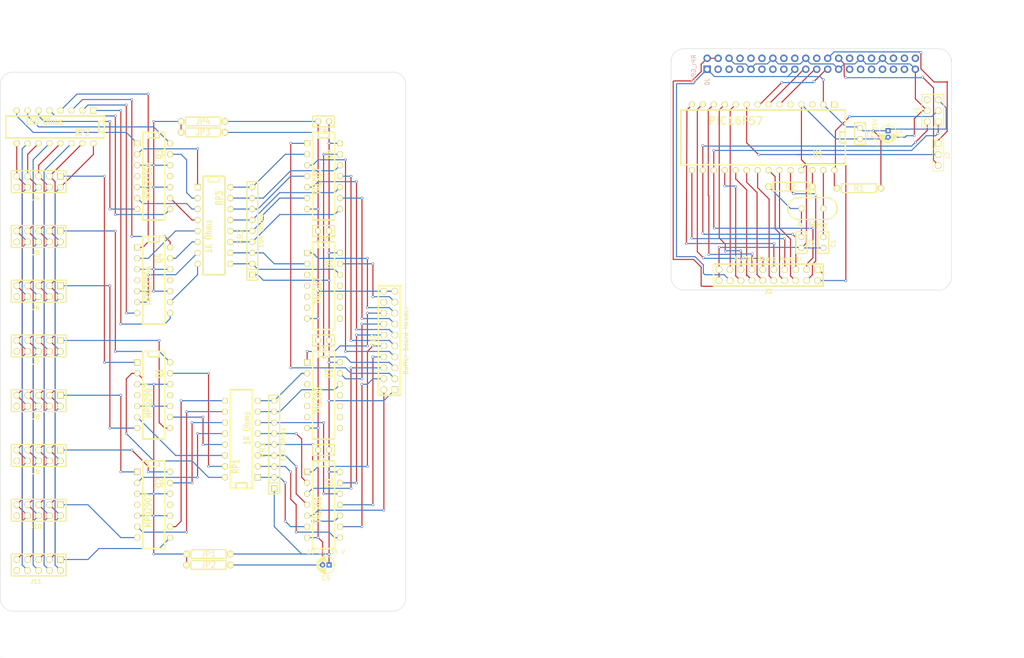
<source format=kicad_pcb>
(kicad_pcb (version 3) (host pcbnew "(2013-june-11)-stable")
  (title_block (company "Deepwoods Software"))
  (layers (15 F.Cu signal) (0 B.Cu signal) (18 B.Paste user) (19 F.Paste user) (20 B.SilkS user) (21 F.SilkS user) (22 B.Mask user) (23 F.Mask user) (28 Edge.Cuts user))
  (net 0 "")
  (net 1 +3.3V)
  (net 2 +5V)
  (net 3 "/Buffer Board, Common Anode/L0")
  (net 4 "/Buffer Board, Common Anode/L1")
  (net 5 "/Buffer Board, Common Anode/L2")
  (net 6 "/Buffer Board, Common Anode/L3")
  (net 7 "/Buffer Board, Common Anode/L4")
  (net 8 "/Buffer Board, Common Anode/L5")
  (net 9 "/Buffer Board, Common Anode/L6")
  (net 10 "/Buffer Board, Common Anode/L7")
  (net 11 "/Buffer Board, Common Anode/S0")
  (net 12 "/Buffer Board, Common Anode/S1")
  (net 13 "/Buffer Board, Common Anode/S2")
  (net 14 "/Buffer Board, Common Anode/S3")
  (net 15 "/Buffer Board, Common Anode/S4")
  (net 16 "/Buffer Board, Common Anode/S5")
  (net 17 "/Buffer Board, Common Anode/S6")
  (net 18 "/Buffer Board, Common Anode/S7")
  (net 19 CE)
  (net 20 DI)
  (net 21 DO)
  (net 22 GND)
  (net 23 GNDA)
  (net 24 N-000001)
  (net 25 N-0000010)
  (net 26 N-00000100)
  (net 27 N-00000101)
  (net 28 N-00000102)
  (net 29 N-00000103)
  (net 30 N-00000104)
  (net 31 N-00000105)
  (net 32 N-00000106)
  (net 33 N-00000107)
  (net 34 N-00000108)
  (net 35 N-00000109)
  (net 36 N-0000011)
  (net 37 N-00000110)
  (net 38 N-00000111)
  (net 39 N-00000112)
  (net 40 N-00000113)
  (net 41 N-00000114)
  (net 42 N-0000012)
  (net 43 N-0000013)
  (net 44 N-0000014)
  (net 45 N-0000015)
  (net 46 N-0000016)
  (net 47 N-0000018)
  (net 48 N-0000019)
  (net 49 N-000002)
  (net 50 N-0000020)
  (net 51 N-0000021)
  (net 52 N-0000023)
  (net 53 N-0000024)
  (net 54 N-000003)
  (net 55 N-000004)
  (net 56 N-000005)
  (net 57 N-0000055)
  (net 58 N-0000056)
  (net 59 N-0000057)
  (net 60 N-0000058)
  (net 61 N-0000059)
  (net 62 N-000006)
  (net 63 N-0000060)
  (net 64 N-0000061)
  (net 65 N-0000062)
  (net 66 N-0000063)
  (net 67 N-0000064)
  (net 68 N-0000065)
  (net 69 N-0000066)
  (net 70 N-0000067)
  (net 71 N-0000068)
  (net 72 N-0000069)
  (net 73 N-000007)
  (net 74 N-0000070)
  (net 75 N-0000071)
  (net 76 N-0000072)
  (net 77 N-0000073)
  (net 78 N-0000074)
  (net 79 N-0000075)
  (net 80 N-0000076)
  (net 81 N-0000077)
  (net 82 N-0000078)
  (net 83 N-0000079)
  (net 84 N-000008)
  (net 85 N-0000080)
  (net 86 N-0000082)
  (net 87 N-0000084)
  (net 88 N-0000085)
  (net 89 N-0000086)
  (net 90 N-0000087)
  (net 91 N-0000088)
  (net 92 N-0000089)
  (net 93 N-000009)
  (net 94 N-0000090)
  (net 95 N-0000091)
  (net 96 N-0000092)
  (net 97 N-0000093)
  (net 98 N-0000094)
  (net 99 N-0000095)
  (net 100 N-0000096)
  (net 101 N-0000097)
  (net 102 N-0000098)
  (net 103 N-0000099)
  (net 104 SCLK)
  (net 105 VCC)
  (module RPi_Hat:RPi_Hat_Mounting_Hole (layer B.Cu) (at 118.42 155.79)
    (fp_text reference H4 hide)
    (fp_text value "" hide)
    (pad "" np_thru_hole circle (at 0 0) (size 2.75 2.75) (drill 2.75) (layers *.Cu *.Mask) (clearance 1.725))
  )
  (module RPi_Hat:RPi_Hat_Mounting_Hole (layer B.Cu) (at 31.44 155.79 270)
    (fp_text reference H4 hide)
    (fp_text value "" hide)
    (pad "" np_thru_hole circle (at 0 0 270) (size 2.75 2.75) (drill 2.75) (layers *.Cu *.Mask) (clearance 1.725))
  )
  (module RPi_Hat:RPi_Hat_Mounting_Hole (layer B.Cu) (at 31.44 37.79 180)
    (fp_text reference H4 hide)
    (fp_text value "" hide)
    (pad "" np_thru_hole circle (at 0 0 180) (size 2.75 2.75) (drill 2.75) (layers *.Cu *.Mask) (clearance 1.725))
  )
  (module RPi_Hat:RPi_Hat_Mounting_Hole (layer B.Cu) (at 118.42 37.79 90)
    (fp_text reference H4 hide)
    (fp_text value "" hide)
    (pad "" np_thru_hole circle (at 0 0 90) (size 2.75 2.75) (drill 2.75) (layers *.Cu *.Mask) (clearance 1.725))
  )
  (module RPi_Hat:Pin_Header_Straight_2x20 (layer B.Cu) (at 215.889 32.346 90)
    (fp_text reference J0 (at -4.191 -24.13 90) (layer B.SilkS) (effects (justify mirror)))
    (fp_text value RPi_GPIO (at -1.27 -27.23 90) (layer B.SilkS) (effects (justify mirror)))
    (pad 1 thru_hole rect (at -1.27 -24.13 90) (size 1.7272 1.7272) (drill 1.016) (layers *.Cu *.Mask) (net 1 +3.3V))
    (pad 2 thru_hole oval (at 1.27 -24.13 90) (size 1.7272 1.7272) (drill 1.016) (layers *.Cu *.Mask) (net 2 +5V))
    (pad 3 thru_hole oval (at -1.27 -21.59 90) (size 1.7272 1.7272) (drill 1.016) (layers *.Cu *.Mask))
    (pad 4 thru_hole oval (at 1.27 -21.59 90) (size 1.7272 1.7272) (drill 1.016) (layers *.Cu *.Mask) (net 2 +5V))
    (pad 5 thru_hole oval (at -1.27 -19.05 90) (size 1.7272 1.7272) (drill 1.016) (layers *.Cu *.Mask))
    (pad 6 thru_hole oval (at 1.27 -19.05 90) (size 1.7272 1.7272) (drill 1.016) (layers *.Cu *.Mask) (net 22 GND))
    (pad 7 thru_hole oval (at -1.27 -16.51 90) (size 1.7272 1.7272) (drill 1.016) (layers *.Cu *.Mask))
    (pad 8 thru_hole oval (at 1.27 -16.51 90) (size 1.7272 1.7272) (drill 1.016) (layers *.Cu *.Mask))
    (pad 9 thru_hole oval (at -1.27 -13.97 90) (size 1.7272 1.7272) (drill 1.016) (layers *.Cu *.Mask) (net 22 GND))
    (pad 10 thru_hole oval (at 1.27 -13.97 90) (size 1.7272 1.7272) (drill 1.016) (layers *.Cu *.Mask))
    (pad 11 thru_hole oval (at -1.27 -11.43 90) (size 1.7272 1.7272) (drill 1.016) (layers *.Cu *.Mask))
    (pad 12 thru_hole oval (at 1.27 -11.43 90) (size 1.7272 1.7272) (drill 1.016) (layers *.Cu *.Mask))
    (pad 13 thru_hole oval (at -1.27 -8.89 90) (size 1.7272 1.7272) (drill 1.016) (layers *.Cu *.Mask))
    (pad 14 thru_hole oval (at 1.27 -8.89 90) (size 1.7272 1.7272) (drill 1.016) (layers *.Cu *.Mask) (net 22 GND))
    (pad 15 thru_hole oval (at -1.27 -6.35 90) (size 1.7272 1.7272) (drill 1.016) (layers *.Cu *.Mask))
    (pad 16 thru_hole oval (at 1.27 -6.35 90) (size 1.7272 1.7272) (drill 1.016) (layers *.Cu *.Mask))
    (pad 17 thru_hole oval (at -1.27 -3.81 90) (size 1.7272 1.7272) (drill 1.016) (layers *.Cu *.Mask) (net 1 +3.3V))
    (pad 18 thru_hole oval (at 1.27 -3.81 90) (size 1.7272 1.7272) (drill 1.016) (layers *.Cu *.Mask))
    (pad 19 thru_hole oval (at -1.27 -1.27 90) (size 1.7272 1.7272) (drill 1.016) (layers *.Cu *.Mask) (net 20 DI))
    (pad 20 thru_hole oval (at 1.27 -1.27 90) (size 1.7272 1.7272) (drill 1.016) (layers *.Cu *.Mask) (net 22 GND))
    (pad 21 thru_hole oval (at -1.27 1.27 90) (size 1.7272 1.7272) (drill 1.016) (layers *.Cu *.Mask) (net 21 DO))
    (pad 22 thru_hole oval (at 1.27 1.27 90) (size 1.7272 1.7272) (drill 1.016) (layers *.Cu *.Mask))
    (pad 23 thru_hole oval (at -1.27 3.81 90) (size 1.7272 1.7272) (drill 1.016) (layers *.Cu *.Mask) (net 104 SCLK))
    (pad 24 thru_hole oval (at 1.27 3.81 90) (size 1.7272 1.7272) (drill 1.016) (layers *.Cu *.Mask) (net 25 N-0000010))
    (pad 25 thru_hole oval (at -1.27 6.35 90) (size 1.7272 1.7272) (drill 1.016) (layers *.Cu *.Mask) (net 22 GND))
    (pad 26 thru_hole oval (at 1.27 6.35 90) (size 1.7272 1.7272) (drill 1.016) (layers *.Cu *.Mask) (net 93 N-000009))
    (pad 27 thru_hole oval (at -1.27 8.89 90) (size 1.7272 1.7272) (drill 1.016) (layers *.Cu *.Mask))
    (pad 28 thru_hole oval (at 1.27 8.89 90) (size 1.7272 1.7272) (drill 1.016) (layers *.Cu *.Mask))
    (pad 29 thru_hole oval (at -1.27 11.43 90) (size 1.7272 1.7272) (drill 1.016) (layers *.Cu *.Mask))
    (pad 30 thru_hole oval (at 1.27 11.43 90) (size 1.7272 1.7272) (drill 1.016) (layers *.Cu *.Mask) (net 22 GND))
    (pad 31 thru_hole oval (at -1.27 13.97 90) (size 1.7272 1.7272) (drill 1.016) (layers *.Cu *.Mask))
    (pad 32 thru_hole oval (at 1.27 13.97 90) (size 1.7272 1.7272) (drill 1.016) (layers *.Cu *.Mask))
    (pad 33 thru_hole oval (at -1.27 16.51 90) (size 1.7272 1.7272) (drill 1.016) (layers *.Cu *.Mask))
    (pad 34 thru_hole oval (at 1.27 16.51 90) (size 1.7272 1.7272) (drill 1.016) (layers *.Cu *.Mask) (net 22 GND))
    (pad 35 thru_hole oval (at -1.27 19.05 90) (size 1.7272 1.7272) (drill 1.016) (layers *.Cu *.Mask))
    (pad 36 thru_hole oval (at 1.27 19.05 90) (size 1.7272 1.7272) (drill 1.016) (layers *.Cu *.Mask))
    (pad 37 thru_hole oval (at -1.27 21.59 90) (size 1.7272 1.7272) (drill 1.016) (layers *.Cu *.Mask))
    (pad 38 thru_hole oval (at 1.27 21.59 90) (size 1.7272 1.7272) (drill 1.016) (layers *.Cu *.Mask))
    (pad 39 thru_hole oval (at -1.27 24.13 90) (size 1.7272 1.7272) (drill 1.016) (layers *.Cu *.Mask) (net 22 GND))
    (pad 40 thru_hole oval (at 1.27 24.13 90) (size 1.7272 1.7272) (drill 1.016) (layers *.Cu *.Mask))
  )
  (module RPi_Hat:RPi_Hat_Mounting_Hole (layer B.Cu) (at 244.889 32.346)
    (fp_text reference H2 hide)
    (fp_text value "" hide)
    (pad "" np_thru_hole circle (at 0 0) (size 2.75 2.75) (drill 2.75) (layers *.Cu *.Mask) (clearance 1.725))
  )
  (module RPi_Hat:RPi_Hat_Mounting_Hole (layer B.Cu) (at 244.889 81.346)
    (fp_text reference H4 hide)
    (fp_text value "" hide)
    (pad "" np_thru_hole circle (at 0 0) (size 2.75 2.75) (drill 2.75) (layers *.Cu *.Mask) (clearance 1.725))
  )
  (module RPi_Hat:RPi_Hat_Mounting_Hole (layer B.Cu) (at 186.889 81.346)
    (fp_text reference H3 hide)
    (fp_text value "" hide)
    (pad "" np_thru_hole circle (at 0 0) (size 2.75 2.75) (drill 2.75) (layers *.Cu *.Mask) (clearance 1.725))
  )
  (module RPi_Hat:RPi_Hat_Mounting_Hole (layer B.Cu) (at 186.889 32.346)
    (fp_text reference H1 hide)
    (fp_text value "" hide)
    (pad "" np_thru_hole circle (at 0 0) (size 2.75 2.75) (drill 2.75) (layers *.Cu *.Mask) (clearance 1.725))
  )
  (module R4 (layer F.Cu) (at 226.949 61.214 180)
    (fp_text reference R1 (at 0 0 180) (layer F.SilkS) (effects (font (size 1.397 1.27) (thickness 0.2032))))
    (fp_text value "10K Ohms" hide)
    (pad 1 thru_hole circle (at -5.08 0 180) (size 1.524 1.524) (drill 0.8128) (layers *.Cu *.Mask F.SilkS) (net 1 +3.3V))
    (pad 2 thru_hole circle (at 5.08 0 180) (size 1.524 1.524) (drill 0.8128) (layers *.Cu *.Mask F.SilkS) (net 43 N-0000013))
  )
  (module R4 (layer F.Cu) (at 211.074 60.833 180)
    (fp_text reference R2 (at 0 0 180) (layer F.SilkS) (effects (font (size 1.397 1.27) (thickness 0.2032))))
    (fp_text value R hide)
    (pad 1 thru_hole circle (at -5.08 0 180) (size 1.524 1.524) (drill 0.8128) (layers *.Cu *.Mask F.SilkS) (net 46 N-0000016))
    (pad 2 thru_hole circle (at 5.08 0 180) (size 1.524 1.524) (drill 0.8128) (layers *.Cu *.Mask F.SilkS) (net 44 N-0000014))
  )
  (module HC-49V (layer F.Cu) (at 216.154 65.913)
    (fp_text reference X1 (at 0 -3.81) (layer F.SilkS) (effects (font (size 1.524 1.524) (thickness 0.3048))))
    (fp_text value "4 MHz" (at 0 3.81) (layer F.SilkS) (effects (font (size 1.524 1.524) (thickness 0.3048))))
    (pad 1 thru_hole circle (at -2.54 0) (size 1.4224 1.4224) (drill 0.762) (layers *.Cu *.Mask F.SilkS) (net 44 N-0000014))
    (pad 2 thru_hole circle (at 2.54 0) (size 1.4224 1.4224) (drill 0.762) (layers *.Cu *.Mask F.SilkS) (net 45 N-0000015))
  )
  (module DIP-28__600 (layer F.Cu) (at 204.724 49.403 180)
    (fp_text reference U1 (at -12.7 -3.81 180) (layer F.SilkS) (effects (font (size 1.778 1.143) (thickness 0.3048))))
    (fp_text value PIC16F57 (at 6.35 3.81 180) (layer F.SilkS) (effects (font (size 1.778 1.778) (thickness 0.3048))))
    (pad 1 thru_hole rect (at -16.51 7.62 180) (size 1.397 1.397) (drill 0.8128) (layers *.Cu *.Mask F.SilkS))
    (pad 2 thru_hole circle (at -13.97 7.62 180) (size 1.397 1.397) (drill 0.8128) (layers *.Cu *.Mask F.SilkS) (net 1 +3.3V))
    (pad 3 thru_hole circle (at -11.43 7.62 180) (size 1.397 1.397) (drill 0.8128) (layers *.Cu *.Mask F.SilkS))
    (pad 4 thru_hole circle (at -8.89 7.62 180) (size 1.397 1.397) (drill 0.8128) (layers *.Cu *.Mask F.SilkS) (net 22 GND))
    (pad 5 thru_hole circle (at -6.35 7.62 180) (size 1.397 1.397) (drill 0.8128) (layers *.Cu *.Mask F.SilkS))
    (pad 6 thru_hole circle (at -3.81 7.62 180) (size 1.397 1.397) (drill 0.8128) (layers *.Cu *.Mask F.SilkS) (net 21 DO))
    (pad 7 thru_hole circle (at -1.27 7.62 180) (size 1.397 1.397) (drill 0.8128) (layers *.Cu *.Mask F.SilkS) (net 20 DI))
    (pad 8 thru_hole circle (at 1.27 7.62 180) (size 1.397 1.397) (drill 0.8128) (layers *.Cu *.Mask F.SilkS) (net 104 SCLK))
    (pad 9 thru_hole circle (at 3.81 7.62 180) (size 1.397 1.397) (drill 0.8128) (layers *.Cu *.Mask F.SilkS) (net 19 CE))
    (pad 10 thru_hole circle (at 6.35 7.62 180) (size 1.397 1.397) (drill 0.8128) (layers *.Cu *.Mask F.SilkS) (net 52 N-0000023))
    (pad 11 thru_hole circle (at 8.89 7.62 180) (size 1.397 1.397) (drill 0.8128) (layers *.Cu *.Mask F.SilkS) (net 53 N-0000024))
    (pad 12 thru_hole circle (at 11.43 7.62 180) (size 1.397 1.397) (drill 0.8128) (layers *.Cu *.Mask F.SilkS) (net 51 N-0000021))
    (pad 13 thru_hole circle (at 13.97 7.62 180) (size 1.397 1.397) (drill 0.8128) (layers *.Cu *.Mask F.SilkS) (net 62 N-000006))
    (pad 14 thru_hole circle (at 16.51 7.62 180) (size 1.397 1.397) (drill 0.8128) (layers *.Cu *.Mask F.SilkS) (net 73 N-000007))
    (pad 15 thru_hole circle (at 16.51 -7.62 180) (size 1.397 1.397) (drill 0.8128) (layers *.Cu *.Mask F.SilkS) (net 84 N-000008))
    (pad 16 thru_hole circle (at 13.97 -7.62 180) (size 1.397 1.397) (drill 0.8128) (layers *.Cu *.Mask F.SilkS) (net 42 N-0000012))
    (pad 17 thru_hole circle (at 11.43 -7.62 180) (size 1.397 1.397) (drill 0.8128) (layers *.Cu *.Mask F.SilkS) (net 36 N-0000011))
    (pad 18 thru_hole circle (at 8.89 -7.62 180) (size 1.397 1.397) (drill 0.8128) (layers *.Cu *.Mask F.SilkS) (net 47 N-0000018))
    (pad 19 thru_hole circle (at 6.35 -7.62 180) (size 1.397 1.397) (drill 0.8128) (layers *.Cu *.Mask F.SilkS) (net 48 N-0000019))
    (pad 20 thru_hole circle (at 3.81 -7.62 180) (size 1.397 1.397) (drill 0.8128) (layers *.Cu *.Mask F.SilkS) (net 50 N-0000020))
    (pad 21 thru_hole circle (at 1.27 -7.62 180) (size 1.397 1.397) (drill 0.8128) (layers *.Cu *.Mask F.SilkS) (net 24 N-000001))
    (pad 22 thru_hole circle (at -1.27 -7.62 180) (size 1.397 1.397) (drill 0.8128) (layers *.Cu *.Mask F.SilkS) (net 49 N-000002))
    (pad 23 thru_hole circle (at -3.81 -7.62 180) (size 1.397 1.397) (drill 0.8128) (layers *.Cu *.Mask F.SilkS) (net 54 N-000003))
    (pad 24 thru_hole circle (at -6.35 -7.62 180) (size 1.397 1.397) (drill 0.8128) (layers *.Cu *.Mask F.SilkS) (net 55 N-000004))
    (pad 25 thru_hole circle (at -8.89 -7.62 180) (size 1.397 1.397) (drill 0.8128) (layers *.Cu *.Mask F.SilkS) (net 56 N-000005))
    (pad 26 thru_hole circle (at -11.43 -7.62 180) (size 1.397 1.397) (drill 0.8128) (layers *.Cu *.Mask F.SilkS) (net 46 N-0000016))
    (pad 27 thru_hole circle (at -13.97 -7.62 180) (size 1.397 1.397) (drill 0.8128) (layers *.Cu *.Mask F.SilkS) (net 45 N-0000015))
    (pad 28 thru_hole circle (at -16.51 -7.62 180) (size 1.397 1.397) (drill 0.8128) (layers *.Cu *.Mask F.SilkS) (net 43 N-0000013))
  )
  (module DIP-16__300 (layer F.Cu) (at 83.82 119.38 90)
    (fp_text reference RP1 (at -6.35 -1.27 90) (layer F.SilkS) (effects (font (size 1.524 1.143) (thickness 0.3048))))
    (fp_text value "1K Ohms" (at 2.54 1.27 90) (layer F.SilkS) (effects (font (size 1.524 1.143) (thickness 0.3048))))
    (pad 1 thru_hole rect (at -8.89 3.81 90) (size 1.397 1.397) (drill 0.8128) (layers *.Cu *.Mask F.SilkS) (net 29 N-00000103))
    (pad 2 thru_hole circle (at -6.35 3.81 90) (size 1.397 1.397) (drill 0.8128) (layers *.Cu *.Mask F.SilkS) (net 30 N-00000104))
    (pad 3 thru_hole circle (at -3.81 3.81 90) (size 1.397 1.397) (drill 0.8128) (layers *.Cu *.Mask F.SilkS) (net 31 N-00000105))
    (pad 4 thru_hole circle (at -1.27 3.81 90) (size 1.397 1.397) (drill 0.8128) (layers *.Cu *.Mask F.SilkS) (net 32 N-00000106))
    (pad 5 thru_hole circle (at 1.27 3.81 90) (size 1.397 1.397) (drill 0.8128) (layers *.Cu *.Mask F.SilkS) (net 33 N-00000107))
    (pad 6 thru_hole circle (at 3.81 3.81 90) (size 1.397 1.397) (drill 0.8128) (layers *.Cu *.Mask F.SilkS) (net 34 N-00000108))
    (pad 7 thru_hole circle (at 6.35 3.81 90) (size 1.397 1.397) (drill 0.8128) (layers *.Cu *.Mask F.SilkS) (net 35 N-00000109))
    (pad 8 thru_hole circle (at 8.89 3.81 90) (size 1.397 1.397) (drill 0.8128) (layers *.Cu *.Mask F.SilkS) (net 37 N-00000110))
    (pad 9 thru_hole circle (at 8.89 -3.81 90) (size 1.397 1.397) (drill 0.8128) (layers *.Cu *.Mask F.SilkS) (net 68 N-0000065))
    (pad 10 thru_hole circle (at 6.35 -3.81 90) (size 1.397 1.397) (drill 0.8128) (layers *.Cu *.Mask F.SilkS) (net 67 N-0000064))
    (pad 11 thru_hole circle (at 3.81 -3.81 90) (size 1.397 1.397) (drill 0.8128) (layers *.Cu *.Mask F.SilkS) (net 75 N-0000071))
    (pad 12 thru_hole circle (at 1.27 -3.81 90) (size 1.397 1.397) (drill 0.8128) (layers *.Cu *.Mask F.SilkS) (net 74 N-0000070))
    (pad 13 thru_hole circle (at -1.27 -3.81 90) (size 1.397 1.397) (drill 0.8128) (layers *.Cu *.Mask F.SilkS) (net 72 N-0000069))
    (pad 14 thru_hole circle (at -3.81 -3.81 90) (size 1.397 1.397) (drill 0.8128) (layers *.Cu *.Mask F.SilkS) (net 71 N-0000068))
    (pad 15 thru_hole circle (at -6.35 -3.81 90) (size 1.397 1.397) (drill 0.8128) (layers *.Cu *.Mask F.SilkS) (net 70 N-0000067))
    (pad 16 thru_hole circle (at -8.89 -3.81 90) (size 1.397 1.397) (drill 0.8128) (layers *.Cu *.Mask F.SilkS) (net 69 N-0000066))
  )
  (module DIP-16__300 (layer F.Cu) (at 77.47 69.85 270)
    (fp_text reference RP3 (at -6.35 -1.27 270) (layer F.SilkS) (effects (font (size 1.524 1.143) (thickness 0.3048))))
    (fp_text value "1K Ohms" (at 2.54 1.27 270) (layer F.SilkS) (effects (font (size 1.524 1.143) (thickness 0.3048))))
    (pad 1 thru_hole rect (at -8.89 3.81 270) (size 1.397 1.397) (drill 0.8128) (layers *.Cu *.Mask F.SilkS) (net 82 N-0000078))
    (pad 2 thru_hole circle (at -6.35 3.81 270) (size 1.397 1.397) (drill 0.8128) (layers *.Cu *.Mask F.SilkS) (net 83 N-0000079))
    (pad 3 thru_hole circle (at -3.81 3.81 270) (size 1.397 1.397) (drill 0.8128) (layers *.Cu *.Mask F.SilkS) (net 85 N-0000080))
    (pad 4 thru_hole circle (at -1.27 3.81 270) (size 1.397 1.397) (drill 0.8128) (layers *.Cu *.Mask F.SilkS) (net 76 N-0000072))
    (pad 5 thru_hole circle (at 1.27 3.81 270) (size 1.397 1.397) (drill 0.8128) (layers *.Cu *.Mask F.SilkS) (net 77 N-0000073))
    (pad 6 thru_hole circle (at 3.81 3.81 270) (size 1.397 1.397) (drill 0.8128) (layers *.Cu *.Mask F.SilkS) (net 78 N-0000074))
    (pad 7 thru_hole circle (at 6.35 3.81 270) (size 1.397 1.397) (drill 0.8128) (layers *.Cu *.Mask F.SilkS) (net 79 N-0000075))
    (pad 8 thru_hole circle (at 8.89 3.81 270) (size 1.397 1.397) (drill 0.8128) (layers *.Cu *.Mask F.SilkS) (net 80 N-0000076))
    (pad 9 thru_hole circle (at 8.89 -3.81 270) (size 1.397 1.397) (drill 0.8128) (layers *.Cu *.Mask F.SilkS) (net 38 N-00000111))
    (pad 10 thru_hole circle (at 6.35 -3.81 270) (size 1.397 1.397) (drill 0.8128) (layers *.Cu *.Mask F.SilkS) (net 39 N-00000112))
    (pad 11 thru_hole circle (at 3.81 -3.81 270) (size 1.397 1.397) (drill 0.8128) (layers *.Cu *.Mask F.SilkS) (net 40 N-00000113))
    (pad 12 thru_hole circle (at 1.27 -3.81 270) (size 1.397 1.397) (drill 0.8128) (layers *.Cu *.Mask F.SilkS) (net 41 N-00000114))
    (pad 13 thru_hole circle (at -1.27 -3.81 270) (size 1.397 1.397) (drill 0.8128) (layers *.Cu *.Mask F.SilkS) (net 103 N-0000099))
    (pad 14 thru_hole circle (at -3.81 -3.81 270) (size 1.397 1.397) (drill 0.8128) (layers *.Cu *.Mask F.SilkS) (net 26 N-00000100))
    (pad 15 thru_hole circle (at -6.35 -3.81 270) (size 1.397 1.397) (drill 0.8128) (layers *.Cu *.Mask F.SilkS) (net 27 N-00000101))
    (pad 16 thru_hole circle (at -8.89 -3.81 270) (size 1.397 1.397) (drill 0.8128) (layers *.Cu *.Mask F.SilkS) (net 28 N-00000102))
  )
  (module DIP-16__300 (layer F.Cu) (at 40.64 46.99 180)
    (fp_text reference RP2 (at -6.35 -1.27 180) (layer F.SilkS) (effects (font (size 1.524 1.143) (thickness 0.3048))))
    (fp_text value "150 Ohms" (at 2.54 1.27 180) (layer F.SilkS) (effects (font (size 1.524 1.143) (thickness 0.3048))))
    (pad 1 thru_hole rect (at -8.89 3.81 180) (size 1.397 1.397) (drill 0.8128) (layers *.Cu *.Mask F.SilkS) (net 90 N-0000087))
    (pad 2 thru_hole circle (at -6.35 3.81 180) (size 1.397 1.397) (drill 0.8128) (layers *.Cu *.Mask F.SilkS) (net 91 N-0000088))
    (pad 3 thru_hole circle (at -3.81 3.81 180) (size 1.397 1.397) (drill 0.8128) (layers *.Cu *.Mask F.SilkS) (net 92 N-0000089))
    (pad 4 thru_hole circle (at -1.27 3.81 180) (size 1.397 1.397) (drill 0.8128) (layers *.Cu *.Mask F.SilkS) (net 94 N-0000090))
    (pad 5 thru_hole circle (at 1.27 3.81 180) (size 1.397 1.397) (drill 0.8128) (layers *.Cu *.Mask F.SilkS) (net 95 N-0000091))
    (pad 6 thru_hole circle (at 3.81 3.81 180) (size 1.397 1.397) (drill 0.8128) (layers *.Cu *.Mask F.SilkS) (net 87 N-0000084))
    (pad 7 thru_hole circle (at 6.35 3.81 180) (size 1.397 1.397) (drill 0.8128) (layers *.Cu *.Mask F.SilkS) (net 88 N-0000085))
    (pad 8 thru_hole circle (at 8.89 3.81 180) (size 1.397 1.397) (drill 0.8128) (layers *.Cu *.Mask F.SilkS) (net 89 N-0000086))
    (pad 9 thru_hole circle (at 8.89 -3.81 180) (size 1.397 1.397) (drill 0.8128) (layers *.Cu *.Mask F.SilkS) (net 101 N-0000097))
    (pad 10 thru_hole circle (at 6.35 -3.81 180) (size 1.397 1.397) (drill 0.8128) (layers *.Cu *.Mask F.SilkS) (net 102 N-0000098))
    (pad 11 thru_hole circle (at 3.81 -3.81 180) (size 1.397 1.397) (drill 0.8128) (layers *.Cu *.Mask F.SilkS) (net 98 N-0000094))
    (pad 12 thru_hole circle (at 1.27 -3.81 180) (size 1.397 1.397) (drill 0.8128) (layers *.Cu *.Mask F.SilkS) (net 99 N-0000095))
    (pad 13 thru_hole circle (at -1.27 -3.81 180) (size 1.397 1.397) (drill 0.8128) (layers *.Cu *.Mask F.SilkS) (net 100 N-0000096))
    (pad 14 thru_hole circle (at -3.81 -3.81 180) (size 1.397 1.397) (drill 0.8128) (layers *.Cu *.Mask F.SilkS) (net 97 N-0000093))
    (pad 15 thru_hole circle (at -6.35 -3.81 180) (size 1.397 1.397) (drill 0.8128) (layers *.Cu *.Mask F.SilkS) (net 96 N-0000092))
    (pad 16 thru_hole circle (at -8.89 -3.81 180) (size 1.397 1.397) (drill 0.8128) (layers *.Cu *.Mask F.SilkS) (net 86 N-0000082))
  )
  (module DIP-14__300 (layer F.Cu) (at 63.5 82.55 270)
    (fp_text reference Q4 (at -5.08 -1.27 270) (layer F.SilkS) (effects (font (size 1.524 1.143) (thickness 0.3048))))
    (fp_text value MPQ3725A (at 1.27 1.27 270) (layer F.SilkS) (effects (font (size 1.524 1.143) (thickness 0.3048))))
    (pad 1 thru_hole rect (at -7.62 3.81 270) (size 1.397 1.397) (drill 0.8128) (layers *.Cu *.Mask F.SilkS) (net 94 N-0000090))
    (pad 2 thru_hole circle (at -5.08 3.81 270) (size 1.397 1.397) (drill 0.8128) (layers *.Cu *.Mask F.SilkS) (net 77 N-0000073))
    (pad 3 thru_hole circle (at -2.54 3.81 270) (size 1.397 1.397) (drill 0.8128) (layers *.Cu *.Mask F.SilkS) (net 61 N-0000059))
    (pad 4 thru_hole circle (at 0 3.81 270) (size 1.397 1.397) (drill 0.8128) (layers *.Cu *.Mask F.SilkS))
    (pad 5 thru_hole circle (at 2.54 3.81 270) (size 1.397 1.397) (drill 0.8128) (layers *.Cu *.Mask F.SilkS) (net 61 N-0000059))
    (pad 6 thru_hole circle (at 5.08 3.81 270) (size 1.397 1.397) (drill 0.8128) (layers *.Cu *.Mask F.SilkS) (net 79 N-0000075))
    (pad 7 thru_hole circle (at 7.62 3.81 270) (size 1.397 1.397) (drill 0.8128) (layers *.Cu *.Mask F.SilkS) (net 91 N-0000088))
    (pad 8 thru_hole circle (at 7.62 -3.81 270) (size 1.397 1.397) (drill 0.8128) (layers *.Cu *.Mask F.SilkS) (net 90 N-0000087))
    (pad 9 thru_hole circle (at 5.08 -3.81 270) (size 1.397 1.397) (drill 0.8128) (layers *.Cu *.Mask F.SilkS) (net 80 N-0000076))
    (pad 10 thru_hole circle (at 2.54 -3.81 270) (size 1.397 1.397) (drill 0.8128) (layers *.Cu *.Mask F.SilkS) (net 61 N-0000059))
    (pad 11 thru_hole circle (at 0 -3.81 270) (size 1.397 1.397) (drill 0.8128) (layers *.Cu *.Mask F.SilkS))
    (pad 12 thru_hole circle (at -2.54 -3.81 270) (size 1.397 1.397) (drill 0.8128) (layers *.Cu *.Mask F.SilkS) (net 61 N-0000059))
    (pad 13 thru_hole circle (at -5.08 -3.81 270) (size 1.397 1.397) (drill 0.8128) (layers *.Cu *.Mask F.SilkS) (net 78 N-0000074))
    (pad 14 thru_hole circle (at -7.62 -3.81 270) (size 1.397 1.397) (drill 0.8128) (layers *.Cu *.Mask F.SilkS) (net 92 N-0000089))
  )
  (module DIP-14__300 (layer F.Cu) (at 63.5 58.42 270)
    (fp_text reference Q3 (at -5.08 -1.27 270) (layer F.SilkS) (effects (font (size 1.524 1.143) (thickness 0.3048))))
    (fp_text value MPQ3725A (at 1.27 1.27 270) (layer F.SilkS) (effects (font (size 1.524 1.143) (thickness 0.3048))))
    (pad 1 thru_hole rect (at -7.62 3.81 270) (size 1.397 1.397) (drill 0.8128) (layers *.Cu *.Mask F.SilkS) (net 89 N-0000086))
    (pad 2 thru_hole circle (at -5.08 3.81 270) (size 1.397 1.397) (drill 0.8128) (layers *.Cu *.Mask F.SilkS) (net 82 N-0000078))
    (pad 3 thru_hole circle (at -2.54 3.81 270) (size 1.397 1.397) (drill 0.8128) (layers *.Cu *.Mask F.SilkS) (net 61 N-0000059))
    (pad 4 thru_hole circle (at 0 3.81 270) (size 1.397 1.397) (drill 0.8128) (layers *.Cu *.Mask F.SilkS))
    (pad 5 thru_hole circle (at 2.54 3.81 270) (size 1.397 1.397) (drill 0.8128) (layers *.Cu *.Mask F.SilkS) (net 61 N-0000059))
    (pad 6 thru_hole circle (at 5.08 3.81 270) (size 1.397 1.397) (drill 0.8128) (layers *.Cu *.Mask F.SilkS) (net 85 N-0000080))
    (pad 7 thru_hole circle (at 7.62 3.81 270) (size 1.397 1.397) (drill 0.8128) (layers *.Cu *.Mask F.SilkS) (net 87 N-0000084))
    (pad 8 thru_hole circle (at 7.62 -3.81 270) (size 1.397 1.397) (drill 0.8128) (layers *.Cu *.Mask F.SilkS) (net 95 N-0000091))
    (pad 9 thru_hole circle (at 5.08 -3.81 270) (size 1.397 1.397) (drill 0.8128) (layers *.Cu *.Mask F.SilkS) (net 76 N-0000072))
    (pad 10 thru_hole circle (at 2.54 -3.81 270) (size 1.397 1.397) (drill 0.8128) (layers *.Cu *.Mask F.SilkS) (net 61 N-0000059))
    (pad 11 thru_hole circle (at 0 -3.81 270) (size 1.397 1.397) (drill 0.8128) (layers *.Cu *.Mask F.SilkS))
    (pad 12 thru_hole circle (at -2.54 -3.81 270) (size 1.397 1.397) (drill 0.8128) (layers *.Cu *.Mask F.SilkS) (net 61 N-0000059))
    (pad 13 thru_hole circle (at -5.08 -3.81 270) (size 1.397 1.397) (drill 0.8128) (layers *.Cu *.Mask F.SilkS) (net 83 N-0000079))
    (pad 14 thru_hole circle (at -7.62 -3.81 270) (size 1.397 1.397) (drill 0.8128) (layers *.Cu *.Mask F.SilkS) (net 88 N-0000085))
  )
  (module DIP-14__300 (layer F.Cu) (at 102.87 58.42 270)
    (fp_text reference U4 (at -5.08 -1.27 270) (layer F.SilkS) (effects (font (size 1.524 1.143) (thickness 0.3048))))
    (fp_text value 74LS07 (at 1.27 1.27 270) (layer F.SilkS) (effects (font (size 1.524 1.143) (thickness 0.3048))))
    (pad 1 thru_hole rect (at -7.62 3.81 270) (size 1.397 1.397) (drill 0.8128) (layers *.Cu *.Mask F.SilkS) (net 10 "/Buffer Board, Common Anode/L7"))
    (pad 2 thru_hole circle (at -5.08 3.81 270) (size 1.397 1.397) (drill 0.8128) (layers *.Cu *.Mask F.SilkS) (net 28 N-00000102))
    (pad 3 thru_hole circle (at -2.54 3.81 270) (size 1.397 1.397) (drill 0.8128) (layers *.Cu *.Mask F.SilkS) (net 8 "/Buffer Board, Common Anode/L5"))
    (pad 4 thru_hole circle (at 0 3.81 270) (size 1.397 1.397) (drill 0.8128) (layers *.Cu *.Mask F.SilkS) (net 26 N-00000100))
    (pad 5 thru_hole circle (at 2.54 3.81 270) (size 1.397 1.397) (drill 0.8128) (layers *.Cu *.Mask F.SilkS) (net 6 "/Buffer Board, Common Anode/L3"))
    (pad 6 thru_hole circle (at 5.08 3.81 270) (size 1.397 1.397) (drill 0.8128) (layers *.Cu *.Mask F.SilkS) (net 41 N-00000114))
    (pad 7 thru_hole circle (at 7.62 3.81 270) (size 1.397 1.397) (drill 0.8128) (layers *.Cu *.Mask F.SilkS) (net 23 GNDA))
    (pad 8 thru_hole circle (at 7.62 -3.81 270) (size 1.397 1.397) (drill 0.8128) (layers *.Cu *.Mask F.SilkS) (net 40 N-00000113))
    (pad 9 thru_hole circle (at 5.08 -3.81 270) (size 1.397 1.397) (drill 0.8128) (layers *.Cu *.Mask F.SilkS) (net 5 "/Buffer Board, Common Anode/L2"))
    (pad 10 thru_hole circle (at 2.54 -3.81 270) (size 1.397 1.397) (drill 0.8128) (layers *.Cu *.Mask F.SilkS) (net 103 N-0000099))
    (pad 11 thru_hole circle (at 0 -3.81 270) (size 1.397 1.397) (drill 0.8128) (layers *.Cu *.Mask F.SilkS) (net 7 "/Buffer Board, Common Anode/L4"))
    (pad 12 thru_hole circle (at -2.54 -3.81 270) (size 1.397 1.397) (drill 0.8128) (layers *.Cu *.Mask F.SilkS) (net 27 N-00000101))
    (pad 13 thru_hole circle (at -5.08 -3.81 270) (size 1.397 1.397) (drill 0.8128) (layers *.Cu *.Mask F.SilkS) (net 9 "/Buffer Board, Common Anode/L6"))
    (pad 14 thru_hole circle (at -7.62 -3.81 270) (size 1.397 1.397) (drill 0.8128) (layers *.Cu *.Mask F.SilkS) (net 105 VCC))
  )
  (module DIP-14__300 (layer F.Cu) (at 102.87 83.82 270)
    (fp_text reference U5 (at -5.08 -1.27 270) (layer F.SilkS) (effects (font (size 1.524 1.143) (thickness 0.3048))))
    (fp_text value 74LS07 (at 1.27 1.27 270) (layer F.SilkS) (effects (font (size 1.524 1.143) (thickness 0.3048))))
    (pad 1 thru_hole rect (at -7.62 3.81 270) (size 1.397 1.397) (drill 0.8128) (layers *.Cu *.Mask F.SilkS) (net 4 "/Buffer Board, Common Anode/L1"))
    (pad 2 thru_hole circle (at -5.08 3.81 270) (size 1.397 1.397) (drill 0.8128) (layers *.Cu *.Mask F.SilkS) (net 39 N-00000112))
    (pad 3 thru_hole circle (at -2.54 3.81 270) (size 1.397 1.397) (drill 0.8128) (layers *.Cu *.Mask F.SilkS))
    (pad 4 thru_hole circle (at 0 3.81 270) (size 1.397 1.397) (drill 0.8128) (layers *.Cu *.Mask F.SilkS))
    (pad 5 thru_hole circle (at 2.54 3.81 270) (size 1.397 1.397) (drill 0.8128) (layers *.Cu *.Mask F.SilkS))
    (pad 6 thru_hole circle (at 5.08 3.81 270) (size 1.397 1.397) (drill 0.8128) (layers *.Cu *.Mask F.SilkS))
    (pad 7 thru_hole circle (at 7.62 3.81 270) (size 1.397 1.397) (drill 0.8128) (layers *.Cu *.Mask F.SilkS) (net 23 GNDA))
    (pad 8 thru_hole circle (at 7.62 -3.81 270) (size 1.397 1.397) (drill 0.8128) (layers *.Cu *.Mask F.SilkS))
    (pad 9 thru_hole circle (at 5.08 -3.81 270) (size 1.397 1.397) (drill 0.8128) (layers *.Cu *.Mask F.SilkS))
    (pad 10 thru_hole circle (at 2.54 -3.81 270) (size 1.397 1.397) (drill 0.8128) (layers *.Cu *.Mask F.SilkS))
    (pad 11 thru_hole circle (at 0 -3.81 270) (size 1.397 1.397) (drill 0.8128) (layers *.Cu *.Mask F.SilkS))
    (pad 12 thru_hole circle (at -2.54 -3.81 270) (size 1.397 1.397) (drill 0.8128) (layers *.Cu *.Mask F.SilkS) (net 38 N-00000111))
    (pad 13 thru_hole circle (at -5.08 -3.81 270) (size 1.397 1.397) (drill 0.8128) (layers *.Cu *.Mask F.SilkS) (net 3 "/Buffer Board, Common Anode/L0"))
    (pad 14 thru_hole circle (at -7.62 -3.81 270) (size 1.397 1.397) (drill 0.8128) (layers *.Cu *.Mask F.SilkS) (net 105 VCC))
  )
  (module DIP-14__300 (layer F.Cu) (at 102.87 134.62 270)
    (fp_text reference U2 (at -5.08 -1.27 270) (layer F.SilkS) (effects (font (size 1.524 1.143) (thickness 0.3048))))
    (fp_text value 74LS06 (at 1.27 1.27 270) (layer F.SilkS) (effects (font (size 1.524 1.143) (thickness 0.3048))))
    (pad 1 thru_hole rect (at -7.62 3.81 270) (size 1.397 1.397) (drill 0.8128) (layers *.Cu *.Mask F.SilkS) (net 14 "/Buffer Board, Common Anode/S3"))
    (pad 2 thru_hole circle (at -5.08 3.81 270) (size 1.397 1.397) (drill 0.8128) (layers *.Cu *.Mask F.SilkS) (net 33 N-00000107))
    (pad 3 thru_hole circle (at -2.54 3.81 270) (size 1.397 1.397) (drill 0.8128) (layers *.Cu *.Mask F.SilkS) (net 16 "/Buffer Board, Common Anode/S5"))
    (pad 4 thru_hole circle (at 0 3.81 270) (size 1.397 1.397) (drill 0.8128) (layers *.Cu *.Mask F.SilkS) (net 31 N-00000105))
    (pad 5 thru_hole circle (at 2.54 3.81 270) (size 1.397 1.397) (drill 0.8128) (layers *.Cu *.Mask F.SilkS) (net 18 "/Buffer Board, Common Anode/S7"))
    (pad 6 thru_hole circle (at 5.08 3.81 270) (size 1.397 1.397) (drill 0.8128) (layers *.Cu *.Mask F.SilkS) (net 29 N-00000103))
    (pad 7 thru_hole circle (at 7.62 3.81 270) (size 1.397 1.397) (drill 0.8128) (layers *.Cu *.Mask F.SilkS) (net 23 GNDA))
    (pad 8 thru_hole circle (at 7.62 -3.81 270) (size 1.397 1.397) (drill 0.8128) (layers *.Cu *.Mask F.SilkS) (net 30 N-00000104))
    (pad 9 thru_hole circle (at 5.08 -3.81 270) (size 1.397 1.397) (drill 0.8128) (layers *.Cu *.Mask F.SilkS) (net 17 "/Buffer Board, Common Anode/S6"))
    (pad 10 thru_hole circle (at 2.54 -3.81 270) (size 1.397 1.397) (drill 0.8128) (layers *.Cu *.Mask F.SilkS) (net 32 N-00000106))
    (pad 11 thru_hole circle (at 0 -3.81 270) (size 1.397 1.397) (drill 0.8128) (layers *.Cu *.Mask F.SilkS) (net 15 "/Buffer Board, Common Anode/S4"))
    (pad 12 thru_hole circle (at -2.54 -3.81 270) (size 1.397 1.397) (drill 0.8128) (layers *.Cu *.Mask F.SilkS) (net 34 N-00000108))
    (pad 13 thru_hole circle (at -5.08 -3.81 270) (size 1.397 1.397) (drill 0.8128) (layers *.Cu *.Mask F.SilkS) (net 13 "/Buffer Board, Common Anode/S2"))
    (pad 14 thru_hole circle (at -7.62 -3.81 270) (size 1.397 1.397) (drill 0.8128) (layers *.Cu *.Mask F.SilkS) (net 105 VCC))
  )
  (module DIP-14__300 (layer F.Cu) (at 102.87 109.22 270)
    (fp_text reference U3 (at -5.08 -1.27 270) (layer F.SilkS) (effects (font (size 1.524 1.143) (thickness 0.3048))))
    (fp_text value 74LS06 (at 1.27 1.27 270) (layer F.SilkS) (effects (font (size 1.524 1.143) (thickness 0.3048))))
    (pad 1 thru_hole rect (at -7.62 3.81 270) (size 1.397 1.397) (drill 0.8128) (layers *.Cu *.Mask F.SilkS) (net 11 "/Buffer Board, Common Anode/S0"))
    (pad 2 thru_hole circle (at -5.08 3.81 270) (size 1.397 1.397) (drill 0.8128) (layers *.Cu *.Mask F.SilkS) (net 37 N-00000110))
    (pad 3 thru_hole circle (at -2.54 3.81 270) (size 1.397 1.397) (drill 0.8128) (layers *.Cu *.Mask F.SilkS))
    (pad 4 thru_hole circle (at 0 3.81 270) (size 1.397 1.397) (drill 0.8128) (layers *.Cu *.Mask F.SilkS))
    (pad 5 thru_hole circle (at 2.54 3.81 270) (size 1.397 1.397) (drill 0.8128) (layers *.Cu *.Mask F.SilkS))
    (pad 6 thru_hole circle (at 5.08 3.81 270) (size 1.397 1.397) (drill 0.8128) (layers *.Cu *.Mask F.SilkS))
    (pad 7 thru_hole circle (at 7.62 3.81 270) (size 1.397 1.397) (drill 0.8128) (layers *.Cu *.Mask F.SilkS) (net 23 GNDA))
    (pad 8 thru_hole circle (at 7.62 -3.81 270) (size 1.397 1.397) (drill 0.8128) (layers *.Cu *.Mask F.SilkS))
    (pad 9 thru_hole circle (at 5.08 -3.81 270) (size 1.397 1.397) (drill 0.8128) (layers *.Cu *.Mask F.SilkS))
    (pad 10 thru_hole circle (at 2.54 -3.81 270) (size 1.397 1.397) (drill 0.8128) (layers *.Cu *.Mask F.SilkS))
    (pad 11 thru_hole circle (at 0 -3.81 270) (size 1.397 1.397) (drill 0.8128) (layers *.Cu *.Mask F.SilkS))
    (pad 12 thru_hole circle (at -2.54 -3.81 270) (size 1.397 1.397) (drill 0.8128) (layers *.Cu *.Mask F.SilkS) (net 35 N-00000109))
    (pad 13 thru_hole circle (at -5.08 -3.81 270) (size 1.397 1.397) (drill 0.8128) (layers *.Cu *.Mask F.SilkS) (net 12 "/Buffer Board, Common Anode/S1"))
    (pad 14 thru_hole circle (at -7.62 -3.81 270) (size 1.397 1.397) (drill 0.8128) (layers *.Cu *.Mask F.SilkS) (net 105 VCC))
  )
  (module DIP-14__300 (layer F.Cu) (at 63.5 109.22 270)
    (fp_text reference Q1 (at -5.08 -1.27 270) (layer F.SilkS) (effects (font (size 1.524 1.143) (thickness 0.3048))))
    (fp_text value MPQ2907 (at 1.27 1.27 270) (layer F.SilkS) (effects (font (size 1.524 1.143) (thickness 0.3048))))
    (pad 1 thru_hole rect (at -7.62 3.81 270) (size 1.397 1.397) (drill 0.8128) (layers *.Cu *.Mask F.SilkS) (net 57 N-0000055))
    (pad 2 thru_hole circle (at -5.08 3.81 270) (size 1.397 1.397) (drill 0.8128) (layers *.Cu *.Mask F.SilkS) (net 69 N-0000066))
    (pad 3 thru_hole circle (at -2.54 3.81 270) (size 1.397 1.397) (drill 0.8128) (layers *.Cu *.Mask F.SilkS) (net 81 N-0000077))
    (pad 4 thru_hole circle (at 0 3.81 270) (size 1.397 1.397) (drill 0.8128) (layers *.Cu *.Mask F.SilkS))
    (pad 5 thru_hole circle (at 2.54 3.81 270) (size 1.397 1.397) (drill 0.8128) (layers *.Cu *.Mask F.SilkS) (net 81 N-0000077))
    (pad 6 thru_hole circle (at 5.08 3.81 270) (size 1.397 1.397) (drill 0.8128) (layers *.Cu *.Mask F.SilkS) (net 71 N-0000068))
    (pad 7 thru_hole circle (at 7.62 3.81 270) (size 1.397 1.397) (drill 0.8128) (layers *.Cu *.Mask F.SilkS) (net 59 N-0000057))
    (pad 8 thru_hole circle (at 7.62 -3.81 270) (size 1.397 1.397) (drill 0.8128) (layers *.Cu *.Mask F.SilkS) (net 60 N-0000058))
    (pad 9 thru_hole circle (at 5.08 -3.81 270) (size 1.397 1.397) (drill 0.8128) (layers *.Cu *.Mask F.SilkS) (net 72 N-0000069))
    (pad 10 thru_hole circle (at 2.54 -3.81 270) (size 1.397 1.397) (drill 0.8128) (layers *.Cu *.Mask F.SilkS) (net 81 N-0000077))
    (pad 11 thru_hole circle (at 0 -3.81 270) (size 1.397 1.397) (drill 0.8128) (layers *.Cu *.Mask F.SilkS))
    (pad 12 thru_hole circle (at -2.54 -3.81 270) (size 1.397 1.397) (drill 0.8128) (layers *.Cu *.Mask F.SilkS) (net 81 N-0000077))
    (pad 13 thru_hole circle (at -5.08 -3.81 270) (size 1.397 1.397) (drill 0.8128) (layers *.Cu *.Mask F.SilkS) (net 70 N-0000067))
    (pad 14 thru_hole circle (at -7.62 -3.81 270) (size 1.397 1.397) (drill 0.8128) (layers *.Cu *.Mask F.SilkS) (net 58 N-0000056))
  )
  (module DIP-14__300 (layer F.Cu) (at 63.5 134.62 270)
    (fp_text reference Q2 (at -5.08 -1.27 270) (layer F.SilkS) (effects (font (size 1.524 1.143) (thickness 0.3048))))
    (fp_text value MPQ2907 (at 1.27 1.27 270) (layer F.SilkS) (effects (font (size 1.524 1.143) (thickness 0.3048))))
    (pad 1 thru_hole rect (at -7.62 3.81 270) (size 1.397 1.397) (drill 0.8128) (layers *.Cu *.Mask F.SilkS) (net 63 N-0000060))
    (pad 2 thru_hole circle (at -5.08 3.81 270) (size 1.397 1.397) (drill 0.8128) (layers *.Cu *.Mask F.SilkS) (net 74 N-0000070))
    (pad 3 thru_hole circle (at -2.54 3.81 270) (size 1.397 1.397) (drill 0.8128) (layers *.Cu *.Mask F.SilkS) (net 81 N-0000077))
    (pad 4 thru_hole circle (at 0 3.81 270) (size 1.397 1.397) (drill 0.8128) (layers *.Cu *.Mask F.SilkS))
    (pad 5 thru_hole circle (at 2.54 3.81 270) (size 1.397 1.397) (drill 0.8128) (layers *.Cu *.Mask F.SilkS) (net 81 N-0000077))
    (pad 6 thru_hole circle (at 5.08 3.81 270) (size 1.397 1.397) (drill 0.8128) (layers *.Cu *.Mask F.SilkS) (net 67 N-0000064))
    (pad 7 thru_hole circle (at 7.62 3.81 270) (size 1.397 1.397) (drill 0.8128) (layers *.Cu *.Mask F.SilkS) (net 65 N-0000062))
    (pad 8 thru_hole circle (at 7.62 -3.81 270) (size 1.397 1.397) (drill 0.8128) (layers *.Cu *.Mask F.SilkS) (net 66 N-0000063))
    (pad 9 thru_hole circle (at 5.08 -3.81 270) (size 1.397 1.397) (drill 0.8128) (layers *.Cu *.Mask F.SilkS) (net 68 N-0000065))
    (pad 10 thru_hole circle (at 2.54 -3.81 270) (size 1.397 1.397) (drill 0.8128) (layers *.Cu *.Mask F.SilkS) (net 81 N-0000077))
    (pad 11 thru_hole circle (at 0 -3.81 270) (size 1.397 1.397) (drill 0.8128) (layers *.Cu *.Mask F.SilkS))
    (pad 12 thru_hole circle (at -2.54 -3.81 270) (size 1.397 1.397) (drill 0.8128) (layers *.Cu *.Mask F.SilkS) (net 81 N-0000077))
    (pad 13 thru_hole circle (at -5.08 -3.81 270) (size 1.397 1.397) (drill 0.8128) (layers *.Cu *.Mask F.SilkS) (net 75 N-0000071))
    (pad 14 thru_hole circle (at -7.62 -3.81 270) (size 1.397 1.397) (drill 0.8128) (layers *.Cu *.Mask F.SilkS) (net 64 N-0000061))
  )
  (module C1 (layer F.Cu) (at 227.203 48.514 270)
    (fp_text reference C3 (at 0.254 -2.286 270) (layer F.SilkS) (effects (font (size 1.016 1.016) (thickness 0.2032))))
    (fp_text value ".1 uf" hide)
    (pad 1 thru_hole circle (at -1.27 0 270) (size 1.397 1.397) (drill 0.8128) (layers *.Cu *.Mask F.SilkS) (net 1 +3.3V))
    (pad 2 thru_hole circle (at 1.27 0 270) (size 1.397 1.397) (drill 0.8128) (layers *.Cu *.Mask F.SilkS) (net 22 GND))
  )
  (module C1 (layer F.Cu) (at 213.614 73.787 270)
    (fp_text reference C2 (at 0.254 -2.286 270) (layer F.SilkS) (effects (font (size 1.016 1.016) (thickness 0.2032))))
    (fp_text value "15 pf" hide)
    (pad 1 thru_hole circle (at -1.27 0 270) (size 1.397 1.397) (drill 0.8128) (layers *.Cu *.Mask F.SilkS) (net 44 N-0000014))
    (pad 2 thru_hole circle (at 1.27 0 270) (size 1.397 1.397) (drill 0.8128) (layers *.Cu *.Mask F.SilkS) (net 22 GND))
  )
  (module C1 (layer F.Cu) (at 218.694 73.787 270)
    (fp_text reference C1 (at 0.254 -2.286 270) (layer F.SilkS) (effects (font (size 1.016 1.016) (thickness 0.2032))))
    (fp_text value "15 pf" hide)
    (pad 1 thru_hole circle (at -1.27 0 270) (size 1.397 1.397) (drill 0.8128) (layers *.Cu *.Mask F.SilkS) (net 45 N-0000015))
    (pad 2 thru_hole circle (at 1.27 0 270) (size 1.397 1.397) (drill 0.8128) (layers *.Cu *.Mask F.SilkS) (net 22 GND))
  )
  (module C1 (layer F.Cu) (at 102.87 96.52 180)
    (fp_text reference C5 (at 0.254 -2.286 180) (layer F.SilkS) (effects (font (size 1.016 1.016) (thickness 0.2032))))
    (fp_text value ".1 uf" hide)
    (pad 1 thru_hole circle (at -1.27 0 180) (size 1.397 1.397) (drill 0.8128) (layers *.Cu *.Mask F.SilkS) (net 105 VCC))
    (pad 2 thru_hole circle (at 1.27 0 180) (size 1.397 1.397) (drill 0.8128) (layers *.Cu *.Mask F.SilkS) (net 23 GNDA))
  )
  (module C1 (layer F.Cu) (at 102.87 121.92 180)
    (fp_text reference C6 (at 0.254 -2.286 180) (layer F.SilkS) (effects (font (size 1.016 1.016) (thickness 0.2032))))
    (fp_text value ".1 uf" hide)
    (pad 1 thru_hole circle (at -1.27 0 180) (size 1.397 1.397) (drill 0.8128) (layers *.Cu *.Mask F.SilkS) (net 105 VCC))
    (pad 2 thru_hole circle (at 1.27 0 180) (size 1.397 1.397) (drill 0.8128) (layers *.Cu *.Mask F.SilkS) (net 23 GNDA))
  )
  (module C1 (layer F.Cu) (at 102.87 71.12 180)
    (fp_text reference C7 (at 0.254 -2.286 180) (layer F.SilkS) (effects (font (size 1.016 1.016) (thickness 0.2032))))
    (fp_text value ".1 uf" hide)
    (pad 1 thru_hole circle (at -1.27 0 180) (size 1.397 1.397) (drill 0.8128) (layers *.Cu *.Mask F.SilkS) (net 105 VCC))
    (pad 2 thru_hole circle (at 1.27 0 180) (size 1.397 1.397) (drill 0.8128) (layers *.Cu *.Mask F.SilkS) (net 23 GNDA))
  )
  (module C1 (layer F.Cu) (at 102.87 45.72 180)
    (fp_text reference C8 (at 0.254 -2.286 180) (layer F.SilkS) (effects (font (size 1.016 1.016) (thickness 0.2032))))
    (fp_text value ".1 uf" hide)
    (pad 1 thru_hole circle (at -1.27 0 180) (size 1.397 1.397) (drill 0.8128) (layers *.Cu *.Mask F.SilkS) (net 105 VCC))
    (pad 2 thru_hole circle (at 1.27 0 180) (size 1.397 1.397) (drill 0.8128) (layers *.Cu *.Mask F.SilkS) (net 23 GNDA))
  )
  (module pin_array_10x2 (layer F.Cu) (at 205.9432 81.3435 180)
    (fp_text reference J3 (at 0 -3.81 180) (layer F.SilkS) (effects (font (size 1.016 1.016) (thickness 0.254))))
    (fp_text value "Buffer Board Header" (at 0 3.81 180) (layer F.SilkS) (effects (font (size 1.016 1.016) (thickness 0.2032))))
    (pad 1 thru_hole rect (at -11.43 1.27 180) (size 1.524 1.524) (drill 1.016) (layers *.Cu *.Mask F.SilkS) (net 2 +5V))
    (pad 2 thru_hole circle (at -11.43 -1.27 180) (size 1.524 1.524) (drill 1.016) (layers *.Cu *.Mask F.SilkS) (net 56 N-000005))
    (pad 3 thru_hole circle (at -8.89 1.27 180) (size 1.524 1.524) (drill 1.016) (layers *.Cu *.Mask F.SilkS) (net 36 N-0000011))
    (pad 4 thru_hole circle (at -8.89 -1.27 180) (size 1.524 1.524) (drill 1.016) (layers *.Cu *.Mask F.SilkS) (net 55 N-000004))
    (pad 5 thru_hole circle (at -6.36 1.27 180) (size 1.524 1.524) (drill 1.016) (layers *.Cu *.Mask F.SilkS) (net 42 N-0000012))
    (pad 6 thru_hole circle (at -6.35 -1.27 180) (size 1.524 1.524) (drill 1.016) (layers *.Cu *.Mask F.SilkS) (net 54 N-000003))
    (pad 7 thru_hole circle (at -3.81 1.27 180) (size 1.524 1.524) (drill 1.016) (layers *.Cu *.Mask F.SilkS) (net 84 N-000008))
    (pad 8 thru_hole circle (at -3.81 -1.27 180) (size 1.524 1.524) (drill 1.016) (layers *.Cu *.Mask F.SilkS) (net 49 N-000002))
    (pad 9 thru_hole circle (at -1.27 1.27 180) (size 1.524 1.524) (drill 1.016) (layers *.Cu *.Mask F.SilkS) (net 73 N-000007))
    (pad 10 thru_hole circle (at -1.27 -1.27 180) (size 1.524 1.524) (drill 1.016) (layers *.Cu *.Mask F.SilkS) (net 24 N-000001))
    (pad 11 thru_hole circle (at 1.27 1.27 180) (size 1.524 1.524) (drill 1.016) (layers *.Cu *.Mask F.SilkS) (net 62 N-000006))
    (pad 12 thru_hole circle (at 1.27 -1.27 180) (size 1.524 1.524) (drill 1.016) (layers *.Cu *.Mask F.SilkS) (net 50 N-0000020))
    (pad 13 thru_hole circle (at 3.81 1.27 180) (size 1.524 1.524) (drill 1.016) (layers *.Cu *.Mask F.SilkS) (net 51 N-0000021))
    (pad 14 thru_hole circle (at 3.81 -1.27 180) (size 1.524 1.524) (drill 1.016) (layers *.Cu *.Mask F.SilkS) (net 48 N-0000019))
    (pad 15 thru_hole circle (at 6.35 1.27 180) (size 1.524 1.524) (drill 1.016) (layers *.Cu *.Mask F.SilkS) (net 53 N-0000024))
    (pad 16 thru_hole circle (at 6.35 -1.27 180) (size 1.524 1.524) (drill 1.016) (layers *.Cu *.Mask F.SilkS) (net 47 N-0000018))
    (pad 17 thru_hole circle (at 8.89 1.27 180) (size 1.524 1.524) (drill 1.016) (layers *.Cu *.Mask F.SilkS) (net 52 N-0000023))
    (pad 18 thru_hole circle (at 8.89 -1.27 180) (size 1.524 1.524) (drill 1.016) (layers *.Cu *.Mask F.SilkS) (net 1 +3.3V))
    (pad 19 thru_hole circle (at 11.43 1.27 180) (size 1.524 1.524) (drill 1.016) (layers *.Cu *.Mask F.SilkS) (net 22 GND))
    (pad 20 thru_hole circle (at 11.43 -1.27 180) (size 1.524 1.524) (drill 1.016) (layers *.Cu *.Mask F.SilkS) (net 22 GND))
  )
  (module pin_array_10x2 (layer F.Cu) (at 118.11 96.52 90)
    (fp_text reference J12 (at 0 -3.81 90) (layer F.SilkS) (effects (font (size 1.016 1.016) (thickness 0.254))))
    (fp_text value "Buffer Board Header" (at 0 3.81 90) (layer F.SilkS) (effects (font (size 1.016 1.016) (thickness 0.2032))))
    (pad 1 thru_hole rect (at -11.43 1.27 90) (size 1.524 1.524) (drill 1.016) (layers *.Cu *.Mask F.SilkS) (net 105 VCC))
    (pad 2 thru_hole circle (at -11.43 -1.27 90) (size 1.524 1.524) (drill 1.016) (layers *.Cu *.Mask F.SilkS) (net 18 "/Buffer Board, Common Anode/S7"))
    (pad 3 thru_hole circle (at -8.89 1.27 90) (size 1.524 1.524) (drill 1.016) (layers *.Cu *.Mask F.SilkS) (net 10 "/Buffer Board, Common Anode/L7"))
    (pad 4 thru_hole circle (at -8.89 -1.27 90) (size 1.524 1.524) (drill 1.016) (layers *.Cu *.Mask F.SilkS) (net 17 "/Buffer Board, Common Anode/S6"))
    (pad 5 thru_hole circle (at -6.36 1.27 90) (size 1.524 1.524) (drill 1.016) (layers *.Cu *.Mask F.SilkS) (net 9 "/Buffer Board, Common Anode/L6"))
    (pad 6 thru_hole circle (at -6.35 -1.27 90) (size 1.524 1.524) (drill 1.016) (layers *.Cu *.Mask F.SilkS) (net 16 "/Buffer Board, Common Anode/S5"))
    (pad 7 thru_hole circle (at -3.81 1.27 90) (size 1.524 1.524) (drill 1.016) (layers *.Cu *.Mask F.SilkS) (net 8 "/Buffer Board, Common Anode/L5"))
    (pad 8 thru_hole circle (at -3.81 -1.27 90) (size 1.524 1.524) (drill 1.016) (layers *.Cu *.Mask F.SilkS) (net 15 "/Buffer Board, Common Anode/S4"))
    (pad 9 thru_hole circle (at -1.27 1.27 90) (size 1.524 1.524) (drill 1.016) (layers *.Cu *.Mask F.SilkS) (net 7 "/Buffer Board, Common Anode/L4"))
    (pad 10 thru_hole circle (at -1.27 -1.27 90) (size 1.524 1.524) (drill 1.016) (layers *.Cu *.Mask F.SilkS) (net 14 "/Buffer Board, Common Anode/S3"))
    (pad 11 thru_hole circle (at 1.27 1.27 90) (size 1.524 1.524) (drill 1.016) (layers *.Cu *.Mask F.SilkS) (net 6 "/Buffer Board, Common Anode/L3"))
    (pad 12 thru_hole circle (at 1.27 -1.27 90) (size 1.524 1.524) (drill 1.016) (layers *.Cu *.Mask F.SilkS) (net 13 "/Buffer Board, Common Anode/S2"))
    (pad 13 thru_hole circle (at 3.81 1.27 90) (size 1.524 1.524) (drill 1.016) (layers *.Cu *.Mask F.SilkS) (net 5 "/Buffer Board, Common Anode/L2"))
    (pad 14 thru_hole circle (at 3.81 -1.27 90) (size 1.524 1.524) (drill 1.016) (layers *.Cu *.Mask F.SilkS) (net 12 "/Buffer Board, Common Anode/S1"))
    (pad 15 thru_hole circle (at 6.35 1.27 90) (size 1.524 1.524) (drill 1.016) (layers *.Cu *.Mask F.SilkS) (net 4 "/Buffer Board, Common Anode/L1"))
    (pad 16 thru_hole circle (at 6.35 -1.27 90) (size 1.524 1.524) (drill 1.016) (layers *.Cu *.Mask F.SilkS) (net 11 "/Buffer Board, Common Anode/S0"))
    (pad 17 thru_hole circle (at 8.89 1.27 90) (size 1.524 1.524) (drill 1.016) (layers *.Cu *.Mask F.SilkS) (net 3 "/Buffer Board, Common Anode/L0"))
    (pad 18 thru_hole circle (at 8.89 -1.27 90) (size 1.524 1.524) (drill 1.016) (layers *.Cu *.Mask F.SilkS))
    (pad 19 thru_hole circle (at 11.43 1.27 90) (size 1.524 1.524) (drill 1.016) (layers *.Cu *.Mask F.SilkS) (net 23 GNDA))
    (pad 20 thru_hole circle (at 11.43 -1.27 90) (size 1.524 1.524) (drill 1.016) (layers *.Cu *.Mask F.SilkS) (net 23 GNDA))
  )
  (module PIN_ARRAY_5x2 (layer F.Cu) (at 36.83 59.69 180)
    (fp_text reference J4 (at 0.635 -3.81 180) (layer F.SilkS) (effects (font (size 1.016 1.016) (thickness 0.2032))))
    (fp_text value "Signal 0" hide)
    (pad 1 thru_hole rect (at -5.08 1.27 180) (size 1.524 1.524) (drill 1.016) (layers *.Cu *.Mask F.SilkS) (net 57 N-0000055))
    (pad 2 thru_hole circle (at -5.08 -1.27 180) (size 1.524 1.524) (drill 1.016) (layers *.Cu *.Mask F.SilkS) (net 86 N-0000082))
    (pad 3 thru_hole circle (at -2.54 1.27 180) (size 1.524 1.524) (drill 1.016) (layers *.Cu *.Mask F.SilkS) (net 96 N-0000092))
    (pad 4 thru_hole circle (at -2.54 -1.27 180) (size 1.524 1.524) (drill 1.016) (layers *.Cu *.Mask F.SilkS) (net 97 N-0000093))
    (pad 5 thru_hole circle (at 0 1.27 180) (size 1.524 1.524) (drill 1.016) (layers *.Cu *.Mask F.SilkS) (net 100 N-0000096))
    (pad 6 thru_hole circle (at 0 -1.27 180) (size 1.524 1.524) (drill 1.016) (layers *.Cu *.Mask F.SilkS) (net 99 N-0000095))
    (pad 7 thru_hole circle (at 2.54 1.27 180) (size 1.524 1.524) (drill 1.016) (layers *.Cu *.Mask F.SilkS) (net 98 N-0000094))
    (pad 8 thru_hole circle (at 2.54 -1.27 180) (size 1.524 1.524) (drill 1.016) (layers *.Cu *.Mask F.SilkS) (net 102 N-0000098))
    (pad 9 thru_hole circle (at 5.08 1.27 180) (size 1.524 1.524) (drill 1.016) (layers *.Cu *.Mask F.SilkS) (net 101 N-0000097))
    (pad 10 thru_hole circle (at 5.08 -1.27 180) (size 1.524 1.524) (drill 1.016) (layers *.Cu *.Mask F.SilkS))
  )
  (module PIN_ARRAY_5x2 (layer F.Cu) (at 36.83 72.39 180)
    (fp_text reference J5 (at 0.635 -3.81 180) (layer F.SilkS) (effects (font (size 1.016 1.016) (thickness 0.2032))))
    (fp_text value "Signal 1" hide)
    (pad 1 thru_hole rect (at -5.08 1.27 180) (size 1.524 1.524) (drill 1.016) (layers *.Cu *.Mask F.SilkS) (net 58 N-0000056))
    (pad 2 thru_hole circle (at -5.08 -1.27 180) (size 1.524 1.524) (drill 1.016) (layers *.Cu *.Mask F.SilkS) (net 86 N-0000082))
    (pad 3 thru_hole circle (at -2.54 1.27 180) (size 1.524 1.524) (drill 1.016) (layers *.Cu *.Mask F.SilkS) (net 96 N-0000092))
    (pad 4 thru_hole circle (at -2.54 -1.27 180) (size 1.524 1.524) (drill 1.016) (layers *.Cu *.Mask F.SilkS) (net 97 N-0000093))
    (pad 5 thru_hole circle (at 0 1.27 180) (size 1.524 1.524) (drill 1.016) (layers *.Cu *.Mask F.SilkS) (net 100 N-0000096))
    (pad 6 thru_hole circle (at 0 -1.27 180) (size 1.524 1.524) (drill 1.016) (layers *.Cu *.Mask F.SilkS) (net 99 N-0000095))
    (pad 7 thru_hole circle (at 2.54 1.27 180) (size 1.524 1.524) (drill 1.016) (layers *.Cu *.Mask F.SilkS) (net 98 N-0000094))
    (pad 8 thru_hole circle (at 2.54 -1.27 180) (size 1.524 1.524) (drill 1.016) (layers *.Cu *.Mask F.SilkS) (net 102 N-0000098))
    (pad 9 thru_hole circle (at 5.08 1.27 180) (size 1.524 1.524) (drill 1.016) (layers *.Cu *.Mask F.SilkS) (net 101 N-0000097))
    (pad 10 thru_hole circle (at 5.08 -1.27 180) (size 1.524 1.524) (drill 1.016) (layers *.Cu *.Mask F.SilkS))
  )
  (module PIN_ARRAY_5x2 (layer F.Cu) (at 36.83 85.09 180)
    (fp_text reference J6 (at 0.635 -3.81 180) (layer F.SilkS) (effects (font (size 1.016 1.016) (thickness 0.2032))))
    (fp_text value "Signal 2" hide)
    (pad 1 thru_hole rect (at -5.08 1.27 180) (size 1.524 1.524) (drill 1.016) (layers *.Cu *.Mask F.SilkS) (net 59 N-0000057))
    (pad 2 thru_hole circle (at -5.08 -1.27 180) (size 1.524 1.524) (drill 1.016) (layers *.Cu *.Mask F.SilkS) (net 86 N-0000082))
    (pad 3 thru_hole circle (at -2.54 1.27 180) (size 1.524 1.524) (drill 1.016) (layers *.Cu *.Mask F.SilkS) (net 96 N-0000092))
    (pad 4 thru_hole circle (at -2.54 -1.27 180) (size 1.524 1.524) (drill 1.016) (layers *.Cu *.Mask F.SilkS) (net 97 N-0000093))
    (pad 5 thru_hole circle (at 0 1.27 180) (size 1.524 1.524) (drill 1.016) (layers *.Cu *.Mask F.SilkS) (net 100 N-0000096))
    (pad 6 thru_hole circle (at 0 -1.27 180) (size 1.524 1.524) (drill 1.016) (layers *.Cu *.Mask F.SilkS) (net 99 N-0000095))
    (pad 7 thru_hole circle (at 2.54 1.27 180) (size 1.524 1.524) (drill 1.016) (layers *.Cu *.Mask F.SilkS) (net 98 N-0000094))
    (pad 8 thru_hole circle (at 2.54 -1.27 180) (size 1.524 1.524) (drill 1.016) (layers *.Cu *.Mask F.SilkS) (net 102 N-0000098))
    (pad 9 thru_hole circle (at 5.08 1.27 180) (size 1.524 1.524) (drill 1.016) (layers *.Cu *.Mask F.SilkS) (net 101 N-0000097))
    (pad 10 thru_hole circle (at 5.08 -1.27 180) (size 1.524 1.524) (drill 1.016) (layers *.Cu *.Mask F.SilkS))
  )
  (module PIN_ARRAY_5x2 (layer F.Cu) (at 36.83 97.79 180)
    (fp_text reference J7 (at 0.635 -3.81 180) (layer F.SilkS) (effects (font (size 1.016 1.016) (thickness 0.2032))))
    (fp_text value "Signal 3" hide)
    (pad 1 thru_hole rect (at -5.08 1.27 180) (size 1.524 1.524) (drill 1.016) (layers *.Cu *.Mask F.SilkS) (net 60 N-0000058))
    (pad 2 thru_hole circle (at -5.08 -1.27 180) (size 1.524 1.524) (drill 1.016) (layers *.Cu *.Mask F.SilkS) (net 86 N-0000082))
    (pad 3 thru_hole circle (at -2.54 1.27 180) (size 1.524 1.524) (drill 1.016) (layers *.Cu *.Mask F.SilkS) (net 96 N-0000092))
    (pad 4 thru_hole circle (at -2.54 -1.27 180) (size 1.524 1.524) (drill 1.016) (layers *.Cu *.Mask F.SilkS) (net 97 N-0000093))
    (pad 5 thru_hole circle (at 0 1.27 180) (size 1.524 1.524) (drill 1.016) (layers *.Cu *.Mask F.SilkS) (net 100 N-0000096))
    (pad 6 thru_hole circle (at 0 -1.27 180) (size 1.524 1.524) (drill 1.016) (layers *.Cu *.Mask F.SilkS) (net 99 N-0000095))
    (pad 7 thru_hole circle (at 2.54 1.27 180) (size 1.524 1.524) (drill 1.016) (layers *.Cu *.Mask F.SilkS) (net 98 N-0000094))
    (pad 8 thru_hole circle (at 2.54 -1.27 180) (size 1.524 1.524) (drill 1.016) (layers *.Cu *.Mask F.SilkS) (net 102 N-0000098))
    (pad 9 thru_hole circle (at 5.08 1.27 180) (size 1.524 1.524) (drill 1.016) (layers *.Cu *.Mask F.SilkS) (net 101 N-0000097))
    (pad 10 thru_hole circle (at 5.08 -1.27 180) (size 1.524 1.524) (drill 1.016) (layers *.Cu *.Mask F.SilkS))
  )
  (module PIN_ARRAY_5x2 (layer F.Cu) (at 36.83 110.49 180)
    (fp_text reference J8 (at 0.635 -3.81 180) (layer F.SilkS) (effects (font (size 1.016 1.016) (thickness 0.2032))))
    (fp_text value "Signal 4" hide)
    (pad 1 thru_hole rect (at -5.08 1.27 180) (size 1.524 1.524) (drill 1.016) (layers *.Cu *.Mask F.SilkS) (net 63 N-0000060))
    (pad 2 thru_hole circle (at -5.08 -1.27 180) (size 1.524 1.524) (drill 1.016) (layers *.Cu *.Mask F.SilkS) (net 86 N-0000082))
    (pad 3 thru_hole circle (at -2.54 1.27 180) (size 1.524 1.524) (drill 1.016) (layers *.Cu *.Mask F.SilkS) (net 96 N-0000092))
    (pad 4 thru_hole circle (at -2.54 -1.27 180) (size 1.524 1.524) (drill 1.016) (layers *.Cu *.Mask F.SilkS) (net 97 N-0000093))
    (pad 5 thru_hole circle (at 0 1.27 180) (size 1.524 1.524) (drill 1.016) (layers *.Cu *.Mask F.SilkS) (net 100 N-0000096))
    (pad 6 thru_hole circle (at 0 -1.27 180) (size 1.524 1.524) (drill 1.016) (layers *.Cu *.Mask F.SilkS) (net 99 N-0000095))
    (pad 7 thru_hole circle (at 2.54 1.27 180) (size 1.524 1.524) (drill 1.016) (layers *.Cu *.Mask F.SilkS) (net 98 N-0000094))
    (pad 8 thru_hole circle (at 2.54 -1.27 180) (size 1.524 1.524) (drill 1.016) (layers *.Cu *.Mask F.SilkS) (net 102 N-0000098))
    (pad 9 thru_hole circle (at 5.08 1.27 180) (size 1.524 1.524) (drill 1.016) (layers *.Cu *.Mask F.SilkS) (net 101 N-0000097))
    (pad 10 thru_hole circle (at 5.08 -1.27 180) (size 1.524 1.524) (drill 1.016) (layers *.Cu *.Mask F.SilkS))
  )
  (module PIN_ARRAY_5x2 (layer F.Cu) (at 36.83 123.19 180)
    (fp_text reference J9 (at 0.635 -3.81 180) (layer F.SilkS) (effects (font (size 1.016 1.016) (thickness 0.2032))))
    (fp_text value "Signal 5" hide)
    (pad 1 thru_hole rect (at -5.08 1.27 180) (size 1.524 1.524) (drill 1.016) (layers *.Cu *.Mask F.SilkS) (net 64 N-0000061))
    (pad 2 thru_hole circle (at -5.08 -1.27 180) (size 1.524 1.524) (drill 1.016) (layers *.Cu *.Mask F.SilkS) (net 86 N-0000082))
    (pad 3 thru_hole circle (at -2.54 1.27 180) (size 1.524 1.524) (drill 1.016) (layers *.Cu *.Mask F.SilkS) (net 96 N-0000092))
    (pad 4 thru_hole circle (at -2.54 -1.27 180) (size 1.524 1.524) (drill 1.016) (layers *.Cu *.Mask F.SilkS) (net 97 N-0000093))
    (pad 5 thru_hole circle (at 0 1.27 180) (size 1.524 1.524) (drill 1.016) (layers *.Cu *.Mask F.SilkS) (net 100 N-0000096))
    (pad 6 thru_hole circle (at 0 -1.27 180) (size 1.524 1.524) (drill 1.016) (layers *.Cu *.Mask F.SilkS) (net 99 N-0000095))
    (pad 7 thru_hole circle (at 2.54 1.27 180) (size 1.524 1.524) (drill 1.016) (layers *.Cu *.Mask F.SilkS) (net 98 N-0000094))
    (pad 8 thru_hole circle (at 2.54 -1.27 180) (size 1.524 1.524) (drill 1.016) (layers *.Cu *.Mask F.SilkS) (net 102 N-0000098))
    (pad 9 thru_hole circle (at 5.08 1.27 180) (size 1.524 1.524) (drill 1.016) (layers *.Cu *.Mask F.SilkS) (net 101 N-0000097))
    (pad 10 thru_hole circle (at 5.08 -1.27 180) (size 1.524 1.524) (drill 1.016) (layers *.Cu *.Mask F.SilkS))
  )
  (module PIN_ARRAY_5x2 (layer F.Cu) (at 36.83 135.89 180)
    (fp_text reference J10 (at 0.635 -3.81 180) (layer F.SilkS) (effects (font (size 1.016 1.016) (thickness 0.2032))))
    (fp_text value "Signal 6" hide)
    (pad 1 thru_hole rect (at -5.08 1.27 180) (size 1.524 1.524) (drill 1.016) (layers *.Cu *.Mask F.SilkS) (net 65 N-0000062))
    (pad 2 thru_hole circle (at -5.08 -1.27 180) (size 1.524 1.524) (drill 1.016) (layers *.Cu *.Mask F.SilkS) (net 86 N-0000082))
    (pad 3 thru_hole circle (at -2.54 1.27 180) (size 1.524 1.524) (drill 1.016) (layers *.Cu *.Mask F.SilkS) (net 96 N-0000092))
    (pad 4 thru_hole circle (at -2.54 -1.27 180) (size 1.524 1.524) (drill 1.016) (layers *.Cu *.Mask F.SilkS) (net 97 N-0000093))
    (pad 5 thru_hole circle (at 0 1.27 180) (size 1.524 1.524) (drill 1.016) (layers *.Cu *.Mask F.SilkS) (net 100 N-0000096))
    (pad 6 thru_hole circle (at 0 -1.27 180) (size 1.524 1.524) (drill 1.016) (layers *.Cu *.Mask F.SilkS) (net 99 N-0000095))
    (pad 7 thru_hole circle (at 2.54 1.27 180) (size 1.524 1.524) (drill 1.016) (layers *.Cu *.Mask F.SilkS) (net 98 N-0000094))
    (pad 8 thru_hole circle (at 2.54 -1.27 180) (size 1.524 1.524) (drill 1.016) (layers *.Cu *.Mask F.SilkS) (net 102 N-0000098))
    (pad 9 thru_hole circle (at 5.08 1.27 180) (size 1.524 1.524) (drill 1.016) (layers *.Cu *.Mask F.SilkS) (net 101 N-0000097))
    (pad 10 thru_hole circle (at 5.08 -1.27 180) (size 1.524 1.524) (drill 1.016) (layers *.Cu *.Mask F.SilkS))
  )
  (module PIN_ARRAY_5x2 (layer F.Cu) (at 36.83 148.59 180)
    (fp_text reference J11 (at 0.635 -3.81 180) (layer F.SilkS) (effects (font (size 1.016 1.016) (thickness 0.2032))))
    (fp_text value "Signal 7" hide)
    (pad 1 thru_hole rect (at -5.08 1.27 180) (size 1.524 1.524) (drill 1.016) (layers *.Cu *.Mask F.SilkS) (net 66 N-0000063))
    (pad 2 thru_hole circle (at -5.08 -1.27 180) (size 1.524 1.524) (drill 1.016) (layers *.Cu *.Mask F.SilkS) (net 86 N-0000082))
    (pad 3 thru_hole circle (at -2.54 1.27 180) (size 1.524 1.524) (drill 1.016) (layers *.Cu *.Mask F.SilkS) (net 96 N-0000092))
    (pad 4 thru_hole circle (at -2.54 -1.27 180) (size 1.524 1.524) (drill 1.016) (layers *.Cu *.Mask F.SilkS) (net 97 N-0000093))
    (pad 5 thru_hole circle (at 0 1.27 180) (size 1.524 1.524) (drill 1.016) (layers *.Cu *.Mask F.SilkS) (net 100 N-0000096))
    (pad 6 thru_hole circle (at 0 -1.27 180) (size 1.524 1.524) (drill 1.016) (layers *.Cu *.Mask F.SilkS) (net 99 N-0000095))
    (pad 7 thru_hole circle (at 2.54 1.27 180) (size 1.524 1.524) (drill 1.016) (layers *.Cu *.Mask F.SilkS) (net 98 N-0000094))
    (pad 8 thru_hole circle (at 2.54 -1.27 180) (size 1.524 1.524) (drill 1.016) (layers *.Cu *.Mask F.SilkS) (net 102 N-0000098))
    (pad 9 thru_hole circle (at 5.08 1.27 180) (size 1.524 1.524) (drill 1.016) (layers *.Cu *.Mask F.SilkS) (net 101 N-0000097))
    (pad 10 thru_hole circle (at 5.08 -1.27 180) (size 1.524 1.524) (drill 1.016) (layers *.Cu *.Mask F.SilkS))
  )
  (module pin_array_3x2 (layer F.Cu) (at 244.0432 43.2435 90)
    (fp_text reference J1 (at 0 -3.81 90) (layer F.SilkS) (effects (font (size 1.016 1.016) (thickness 0.2032))))
    (fp_text value "Prog Header" hide)
    (pad 1 thru_hole rect (at -2.54 1.27 90) (size 1.524 1.524) (drill 1.016) (layers *.Cu *.Mask F.SilkS) (net 36 N-0000011))
    (pad 2 thru_hole circle (at -2.54 -1.27 90) (size 1.524 1.524) (drill 1.016) (layers *.Cu *.Mask F.SilkS) (net 42 N-0000012))
    (pad 3 thru_hole circle (at 0 1.27 90) (size 1.524 1.524) (drill 1.016) (layers *.Cu *.Mask F.SilkS) (net 43 N-0000013))
    (pad 4 thru_hole circle (at 0 -1.27 90) (size 1.524 1.524) (drill 1.016) (layers *.Cu *.Mask F.SilkS) (net 22 GND))
    (pad 5 thru_hole circle (at 2.54 1.27 90) (size 1.524 1.524) (drill 1.016) (layers *.Cu *.Mask F.SilkS) (net 1 +3.3V))
    (pad 6 thru_hole circle (at 2.54 -1.27 90) (size 1.524 1.524) (drill 1.016) (layers *.Cu *.Mask F.SilkS))
  )
  (module PIN_ARRAY_3X1 (layer F.Cu) (at 245.3132 53.4035 270)
    (fp_text reference J2 (at 0.254 -2.159 270) (layer F.SilkS) (effects (font (size 1.016 1.016) (thickness 0.1524))))
    (fp_text value "SPI Channel" hide)
    (pad 1 thru_hole rect (at -2.54 0 270) (size 1.524 1.524) (drill 1.016) (layers *.Cu *.Mask F.SilkS) (net 25 N-0000010))
    (pad 2 thru_hole circle (at 0 0 270) (size 1.524 1.524) (drill 1.016) (layers *.Cu *.Mask F.SilkS) (net 19 CE))
    (pad 3 thru_hole circle (at 2.54 0 270) (size 1.524 1.524) (drill 1.016) (layers *.Cu *.Mask F.SilkS) (net 93 N-000009))
  )
  (module R4 (layer F.Cu) (at 76.2 146.05)
    (fp_text reference JP1 (at 0 0) (layer F.SilkS) (effects (font (size 1.397 1.27) (thickness 0.2032))))
    (fp_text value "Common Anode (PNP/74LSO6 on Ss)" hide)
    (pad 1 thru_hole circle (at -5.08 0) (size 1.524 1.524) (drill 0.8128) (layers *.Cu *.Mask F.SilkS) (net 81 N-0000077))
    (pad 2 thru_hole circle (at 5.08 0) (size 1.524 1.524) (drill 0.8128) (layers *.Cu *.Mask F.SilkS) (net 105 VCC))
  )
  (module R4 (layer F.Cu) (at 76.2 148.59 180)
    (fp_text reference JP2 (at 0 0 180) (layer F.SilkS) (effects (font (size 1.397 1.27) (thickness 0.2032))))
    (fp_text value "Common Cathode (NPN/74LS07 on Ss)" hide)
    (pad 1 thru_hole circle (at -5.08 0 180) (size 1.524 1.524) (drill 0.8128) (layers *.Cu *.Mask F.SilkS) (net 23 GNDA))
    (pad 2 thru_hole circle (at 5.08 0 180) (size 1.524 1.524) (drill 0.8128) (layers *.Cu *.Mask F.SilkS) (net 81 N-0000077))
  )
  (module R4 (layer F.Cu) (at 74.93 45.72 180)
    (fp_text reference JP4 (at 0 0 180) (layer F.SilkS) (effects (font (size 1.397 1.27) (thickness 0.2032))))
    (fp_text value "Common Anode (NPN/74LS07 on Ls)" hide)
    (pad 1 thru_hole circle (at -5.08 0 180) (size 1.524 1.524) (drill 0.8128) (layers *.Cu *.Mask F.SilkS) (net 23 GNDA))
    (pad 2 thru_hole circle (at 5.08 0 180) (size 1.524 1.524) (drill 0.8128) (layers *.Cu *.Mask F.SilkS) (net 61 N-0000059))
  )
  (module R4 (layer F.Cu) (at 74.93 48.26 180)
    (fp_text reference JP3 (at 0 0 180) (layer F.SilkS) (effects (font (size 1.397 1.27) (thickness 0.2032))))
    (fp_text value "Common Cathode (PNP/74LS06 on Ls)" hide)
    (pad 1 thru_hole circle (at -5.08 0 180) (size 1.524 1.524) (drill 0.8128) (layers *.Cu *.Mask F.SilkS) (net 105 VCC))
    (pad 2 thru_hole circle (at 5.08 0 180) (size 1.524 1.524) (drill 0.8128) (layers *.Cu *.Mask F.SilkS) (net 61 N-0000059))
  )
  (module CP_Radial_D4.0mm_P1.50mm (layer F.Cu) (at 233.68 47.879 270)
    (fp_text reference C4 (at 0.75 -3.06 270) (layer F.SilkS))
    (fp_text value "1 uf, 35V" (at 0.75 3.06 270) (layer F.SilkS))
    (pad 1 thru_hole rect (at 0 0 270) (size 1.2 1.2) (drill 0.6) (layers *.Cu *.Mask) (net 1 +3.3V))
    (pad 2 thru_hole circle (at 1.5 0 270) (size 1.2 1.2) (drill 0.6) (layers *.Cu *.Mask) (net 22 GND))
  )
  (module CP_Radial_D4.0mm_P1.50mm (layer F.Cu) (at 104.14 148.59 180)
    (fp_text reference C9 (at 0.75 -3.06 180) (layer F.SilkS))
    (fp_text value "10 uf, 35 V" (at 0.75 3.06 180) (layer F.SilkS))
    (pad 1 thru_hole rect (at 0 0 180) (size 1.2 1.2) (drill 0.6) (layers *.Cu *.Mask) (net 105 VCC))
    (pad 2 thru_hole circle (at 1.5 0 180) (size 1.2 1.2) (drill 0.6) (layers *.Cu *.Mask) (net 23 GNDA))
  )
  (module r_pack8 (layer F.Cu) (at 86.36 71.12 90)
    (fp_text reference RR2 (at -1.27 -2.794 90) (layer F.SilkS) (effects (font (size 1.27 1.27) (thickness 0.2032))))
    (fp_text value "10K Ohms" (at 0 2.032 90) (layer F.SilkS) (effects (font (size 1.016 1.016) (thickness 0.2032))))
    (pad 1 thru_hole rect (at -10.16 0 90) (size 1.397 1.397) (drill 0.8128) (layers *.Cu *.Mask F.SilkS) (net 105 VCC))
    (pad 2 thru_hole circle (at -7.62 0 90) (size 1.397 1.397) (drill 0.8128) (layers *.Cu *.Mask F.SilkS) (net 38 N-00000111))
    (pad 3 thru_hole circle (at -5.08 0 90) (size 1.397 1.397) (drill 0.8128) (layers *.Cu *.Mask F.SilkS) (net 39 N-00000112))
    (pad 4 thru_hole circle (at -2.54 0 90) (size 1.397 1.397) (drill 0.8128) (layers *.Cu *.Mask F.SilkS) (net 40 N-00000113))
    (pad 5 thru_hole circle (at 0 0 90) (size 1.397 1.397) (drill 0.8128) (layers *.Cu *.Mask F.SilkS) (net 41 N-00000114))
    (pad 6 thru_hole circle (at 2.54 0 90) (size 1.397 1.397) (drill 0.8128) (layers *.Cu *.Mask F.SilkS) (net 103 N-0000099))
    (pad 7 thru_hole circle (at 5.08 0 90) (size 1.397 1.397) (drill 0.8128) (layers *.Cu *.Mask F.SilkS) (net 26 N-00000100))
    (pad 8 thru_hole circle (at 7.62 0 90) (size 1.397 1.397) (drill 0.8128) (layers *.Cu *.Mask F.SilkS) (net 27 N-00000101))
    (pad 9 thru_hole circle (at 10.16 0 90) (size 1.397 1.397) (drill 0.8128) (layers *.Cu *.Mask F.SilkS) (net 28 N-00000102))
  )
  (module r_pack8 (layer F.Cu) (at 91.44 120.65 90)
    (fp_text reference RR1 (at -1.27 -2.794 90) (layer F.SilkS) (effects (font (size 1.27 1.27) (thickness 0.2032))))
    (fp_text value "10K Ohms" (at 0 2.032 90) (layer F.SilkS) (effects (font (size 1.016 1.016) (thickness 0.2032))))
    (pad 1 thru_hole rect (at -10.16 0 90) (size 1.397 1.397) (drill 0.8128) (layers *.Cu *.Mask F.SilkS) (net 105 VCC))
    (pad 2 thru_hole circle (at -7.62 0 90) (size 1.397 1.397) (drill 0.8128) (layers *.Cu *.Mask F.SilkS) (net 29 N-00000103))
    (pad 3 thru_hole circle (at -5.08 0 90) (size 1.397 1.397) (drill 0.8128) (layers *.Cu *.Mask F.SilkS) (net 30 N-00000104))
    (pad 4 thru_hole circle (at -2.54 0 90) (size 1.397 1.397) (drill 0.8128) (layers *.Cu *.Mask F.SilkS) (net 31 N-00000105))
    (pad 5 thru_hole circle (at 0 0 90) (size 1.397 1.397) (drill 0.8128) (layers *.Cu *.Mask F.SilkS) (net 32 N-00000106))
    (pad 6 thru_hole circle (at 2.54 0 90) (size 1.397 1.397) (drill 0.8128) (layers *.Cu *.Mask F.SilkS) (net 33 N-00000107))
    (pad 7 thru_hole circle (at 5.08 0 90) (size 1.397 1.397) (drill 0.8128) (layers *.Cu *.Mask F.SilkS) (net 34 N-00000108))
    (pad 8 thru_hole circle (at 7.62 0 90) (size 1.397 1.397) (drill 0.8128) (layers *.Cu *.Mask F.SilkS) (net 35 N-00000109))
    (pad 9 thru_hole circle (at 10.16 0 90) (size 1.397 1.397) (drill 0.8128) (layers *.Cu *.Mask F.SilkS) (net 37 N-00000110))
  )
  (gr_arc (start 118.92 156.29) (end 121.92 156.29) (angle 90) (layer Edge.Cuts) (width 0.1))
  (gr_arc (start 30.93508 156.29) (end 30.93508 159.29) (angle 90) (layer Edge.Cuts) (width 0.1))
  (gr_arc (start 30.92744 37.28508) (end 27.92744 37.28508) (angle 90) (layer Edge.Cuts) (width 0.1))
  (gr_arc (start 118.93762 37.2749) (end 118.93762 34.2749) (angle 90) (layer Edge.Cuts) (width 0.1))
  (gr_line (start 27.94 156.29) (end 27.94 37.28508) (angle 90) (layer Edge.Cuts) (width 0.1))
  (gr_line (start 29.21 170.18) (end 27.94 170.18) (angle 90) (layer Edge.Cuts) (width 0.1))
  (gr_line (start 118.92 159.29) (end 30.93508 159.29) (angle 90) (layer Edge.Cuts) (width 0.1))
  (gr_line (start 121.92 37.2749) (end 121.92 156.29) (angle 90) (layer Edge.Cuts) (width 0.1))
  (gr_line (start 30.92744 34.29) (end 118.93762 34.29) (angle 90) (layer Edge.Cuts) (width 0.1))
  (gr_arc (start 186.389 31.846) (end 183.389 31.846) (angle 90) (layer Edge.Cuts) (width 0.1))
  (gr_arc (start 245.389 31.846) (end 245.389 28.846) (angle 90) (layer Edge.Cuts) (width 0.1))
  (gr_line (start 186.389 28.846) (end 245.389 28.846) (angle 90) (layer Edge.Cuts) (width 0.1))
  (gr_arc (start 245.389 81.846) (end 248.389 81.846) (angle 90) (layer Edge.Cuts) (width 0.1))
  (gr_arc (start 186.389 81.846) (end 186.389 84.846) (angle 90) (layer Edge.Cuts) (width 0.1))
  (gr_line (start 183.389 31.346) (end 183.389 81.846) (layer Edge.Cuts) (width 0.1))
  (gr_line (start 186.389 84.846) (end 245.389 84.846) (angle 90) (layer Edge.Cuts) (width 0.1))
  (gr_line (start 248.389 31.346) (end 248.389 81.846) (angle 90) (layer Edge.Cuts) (width 0.1))
  (segment (start 188.722 36.957) (end 188.722 36.653) (width 0.25) (layer B.Cu) (net 1))
  (segment (start 197.0405 82.6135) (end 195.707 81.28) (width 0.25) (layer B.Cu) (net 1))
  (segment (start 195.707 81.28) (end 191.262 81.28) (width 0.25) (layer B.Cu) (net 1))
  (segment (start 191.262 81.28) (end 190.881 80.899) (width 0.25) (layer B.Cu) (net 1))
  (segment (start 190.881 80.899) (end 190.881 78.994) (width 0.25) (layer B.Cu) (net 1))
  (segment (start 190.881 78.994) (end 188.976 77.089) (width 0.25) (layer B.Cu) (net 1))
  (segment (start 188.976 77.089) (end 184.658 77.089) (width 0.25) (layer B.Cu) (net 1))
  (segment (start 184.658 77.089) (end 184.658 37.084) (width 0.25) (layer B.Cu) (net 1))
  (segment (start 184.658 37.084) (end 184.785 36.957) (width 0.25) (layer B.Cu) (net 1))
  (segment (start 184.785 36.957) (end 188.722 36.957) (width 0.25) (layer B.Cu) (net 1))
  (segment (start 197.0532 82.6135) (end 197.0405 82.6135) (width 0.25) (layer B.Cu) (net 1))
  (segment (start 188.722 36.653) (end 191.759 33.616) (width 0.25) (layer B.Cu) (net 1))
  (segment (start 210.439 35.306) (end 217.932 35.306) (width 0.25) (layer B.Cu) (net 1))
  (segment (start 218.694 36.068) (end 218.694 41.783) (width 0.25) (layer F.Cu) (net 1))
  (via (at 218.694 36.068) (size 0.6) (layers F.Cu B.Cu) (net 1))
  (segment (start 217.932 35.306) (end 218.694 36.068) (width 0.25) (layer B.Cu) (net 1))
  (segment (start 212.079 33.616) (end 212.079 33.666) (width 0.25) (layer B.Cu) (net 1))
  (segment (start 193.449 35.306) (end 191.759 33.616) (width 0.25) (layer B.Cu) (net 1))
  (segment (start 210.439 35.306) (end 193.449 35.306) (width 0.25) (layer B.Cu) (net 1))
  (segment (start 212.079 33.666) (end 210.439 35.306) (width 0.25) (layer B.Cu) (net 1))
  (segment (start 232.029 61.214) (end 232.029 49.657) (width 0.25) (layer F.Cu) (net 1))
  (via (at 230.251 47.879) (size 0.6) (layers F.Cu B.Cu) (net 1))
  (segment (start 232.029 49.657) (end 230.251 47.879) (width 0.25) (layer F.Cu) (net 1))
  (segment (start 247.142 47.498) (end 234.061 47.498) (width 0.25) (layer B.Cu) (net 1))
  (segment (start 247.142 47.498) (end 247.142 42.5323) (width 0.25) (layer B.Cu) (net 1))
  (segment (start 245.3132 40.7035) (end 247.142 42.5323) (width 0.25) (layer B.Cu) (net 1))
  (segment (start 234.061 47.498) (end 233.68 47.879) (width 0.25) (layer B.Cu) (net 1))
  (segment (start 233.68 47.879) (end 230.251 47.879) (width 0.25) (layer B.Cu) (net 1))
  (segment (start 230.251 47.879) (end 227.838 47.879) (width 0.25) (layer B.Cu) (net 1))
  (segment (start 223.901 46.99) (end 226.949 46.99) (width 0.25) (layer B.Cu) (net 1))
  (segment (start 226.949 46.99) (end 227.838 47.879) (width 0.25) (layer B.Cu) (net 1))
  (segment (start 218.694 41.783) (end 223.901 46.99) (width 0.25) (layer B.Cu) (net 1))
  (segment (start 194.299 31.076) (end 191.759 31.076) (width 0.25) (layer F.Cu) (net 2))
  (segment (start 191.759 31.076) (end 190.373 32.462) (width 0.25) (layer F.Cu) (net 2))
  (segment (start 190.373 32.462) (end 190.373 34.163) (width 0.25) (layer F.Cu) (net 2))
  (segment (start 190.373 34.163) (end 188.214 36.322) (width 0.25) (layer F.Cu) (net 2))
  (segment (start 188.214 36.322) (end 184.023 36.322) (width 0.25) (layer F.Cu) (net 2))
  (segment (start 184.023 36.322) (end 183.896 36.449) (width 0.25) (layer F.Cu) (net 2))
  (segment (start 183.896 36.449) (end 183.896 77.724) (width 0.25) (layer F.Cu) (net 2))
  (segment (start 183.896 77.724) (end 188.595 77.724) (width 0.25) (layer F.Cu) (net 2))
  (segment (start 188.595 77.724) (end 190.373 79.502) (width 0.25) (layer F.Cu) (net 2))
  (segment (start 190.373 79.502) (end 190.373 83.82) (width 0.25) (layer F.Cu) (net 2))
  (segment (start 190.373 83.82) (end 190.5 83.947) (width 0.25) (layer F.Cu) (net 2))
  (segment (start 190.5 83.947) (end 218.694 83.947) (width 0.25) (layer F.Cu) (net 2))
  (segment (start 218.694 83.947) (end 218.694 81.153) (width 0.25) (layer F.Cu) (net 2))
  (segment (start 218.694 81.153) (end 217.6145 80.0735) (width 0.25) (layer F.Cu) (net 2))
  (segment (start 217.6145 80.0735) (end 217.3732 80.0735) (width 0.25) (layer F.Cu) (net 2))
  (segment (start 119.38 87.63) (end 118.11 86.36) (width 0.25) (layer B.Cu) (net 3))
  (segment (start 114.3 78.74) (end 106.68 78.74) (width 0.25) (layer B.Cu) (net 3))
  (via (at 114.3 78.74) (size 0.6) (layers F.Cu B.Cu) (net 3))
  (segment (start 114.3 86.36) (end 114.3 78.74) (width 0.25) (layer F.Cu) (net 3))
  (via (at 114.3 86.36) (size 0.6) (layers F.Cu B.Cu) (net 3))
  (segment (start 118.11 86.36) (end 114.3 86.36) (width 0.25) (layer B.Cu) (net 3))
  (segment (start 119.38 90.17) (end 118.11 88.9) (width 0.25) (layer B.Cu) (net 4))
  (segment (start 100.33 76.2) (end 99.06 76.2) (width 0.25) (layer B.Cu) (net 4))
  (segment (start 101.6 77.47) (end 100.33 76.2) (width 0.25) (layer B.Cu) (net 4))
  (segment (start 113.03 77.47) (end 101.6 77.47) (width 0.25) (layer B.Cu) (net 4))
  (via (at 113.03 77.47) (size 0.6) (layers F.Cu B.Cu) (net 4))
  (segment (start 113.03 88.9) (end 113.03 77.47) (width 0.25) (layer F.Cu) (net 4))
  (via (at 113.03 88.9) (size 0.6) (layers F.Cu B.Cu) (net 4))
  (segment (start 118.11 88.9) (end 113.03 88.9) (width 0.25) (layer B.Cu) (net 4))
  (segment (start 119.38 92.71) (end 118.11 91.44) (width 0.25) (layer B.Cu) (net 5))
  (segment (start 111.76 63.5) (end 106.68 63.5) (width 0.25) (layer B.Cu) (net 5))
  (via (at 111.76 63.5) (size 0.6) (layers F.Cu B.Cu) (net 5))
  (segment (start 111.76 91.44) (end 111.76 63.5) (width 0.25) (layer F.Cu) (net 5))
  (via (at 111.76 91.44) (size 0.6) (layers F.Cu B.Cu) (net 5))
  (segment (start 118.11 91.44) (end 111.76 91.44) (width 0.25) (layer B.Cu) (net 5))
  (segment (start 119.38 95.25) (end 118.11 93.98) (width 0.25) (layer B.Cu) (net 6))
  (segment (start 100.33 60.96) (end 99.06 60.96) (width 0.25) (layer B.Cu) (net 6))
  (segment (start 101.6 59.69) (end 100.33 60.96) (width 0.25) (layer B.Cu) (net 6))
  (segment (start 110.49 59.69) (end 101.6 59.69) (width 0.25) (layer B.Cu) (net 6))
  (via (at 110.49 59.69) (size 0.6) (layers F.Cu B.Cu) (net 6))
  (segment (start 110.49 93.98) (end 110.49 59.69) (width 0.25) (layer F.Cu) (net 6))
  (via (at 110.49 93.98) (size 0.6) (layers F.Cu B.Cu) (net 6))
  (segment (start 118.11 93.98) (end 110.49 93.98) (width 0.25) (layer B.Cu) (net 6))
  (segment (start 119.38 97.79) (end 118.11 96.52) (width 0.25) (layer B.Cu) (net 7))
  (segment (start 109.22 58.42) (end 106.68 58.42) (width 0.25) (layer B.Cu) (net 7))
  (via (at 109.22 58.42) (size 0.6) (layers F.Cu B.Cu) (net 7))
  (segment (start 109.22 96.52) (end 109.22 58.42) (width 0.25) (layer F.Cu) (net 7))
  (via (at 109.22 96.52) (size 0.6) (layers F.Cu B.Cu) (net 7))
  (segment (start 118.11 96.52) (end 109.22 96.52) (width 0.25) (layer B.Cu) (net 7))
  (segment (start 119.38 100.33) (end 118.11 99.06) (width 0.25) (layer B.Cu) (net 8))
  (segment (start 100.33 55.88) (end 99.06 55.88) (width 0.25) (layer B.Cu) (net 8))
  (segment (start 101.6 54.61) (end 100.33 55.88) (width 0.25) (layer B.Cu) (net 8))
  (segment (start 107.95 54.61) (end 101.6 54.61) (width 0.25) (layer B.Cu) (net 8))
  (via (at 107.95 54.61) (size 0.6) (layers F.Cu B.Cu) (net 8))
  (segment (start 107.95 99.06) (end 107.95 54.61) (width 0.25) (layer F.Cu) (net 8))
  (via (at 107.95 99.06) (size 0.6) (layers F.Cu B.Cu) (net 8))
  (segment (start 118.11 99.06) (end 107.95 99.06) (width 0.25) (layer B.Cu) (net 8))
  (segment (start 119.38 102.88) (end 119.38 102.87) (width 0.25) (layer B.Cu) (net 9))
  (segment (start 102.87 53.34) (end 106.68 53.34) (width 0.25) (layer B.Cu) (net 9))
  (via (at 102.87 53.34) (size 0.6) (layers F.Cu B.Cu) (net 9))
  (segment (start 102.87 100.33) (end 102.87 53.34) (width 0.25) (layer F.Cu) (net 9))
  (via (at 102.87 100.33) (size 0.6) (layers F.Cu B.Cu) (net 9))
  (segment (start 107.95 100.33) (end 102.87 100.33) (width 0.25) (layer B.Cu) (net 9))
  (segment (start 109.22 101.6) (end 107.95 100.33) (width 0.25) (layer B.Cu) (net 9))
  (segment (start 118.11 101.6) (end 109.22 101.6) (width 0.25) (layer B.Cu) (net 9))
  (segment (start 119.38 102.87) (end 118.11 101.6) (width 0.25) (layer B.Cu) (net 9))
  (segment (start 119.38 105.41) (end 118.11 104.14) (width 0.25) (layer B.Cu) (net 10))
  (segment (start 95.25 50.8) (end 99.06 50.8) (width 0.25) (layer B.Cu) (net 10))
  (via (at 95.25 50.8) (size 0.6) (layers F.Cu B.Cu) (net 10))
  (segment (start 95.25 102.87) (end 95.25 50.8) (width 0.25) (layer F.Cu) (net 10))
  (via (at 95.25 102.87) (size 0.6) (layers F.Cu B.Cu) (net 10))
  (segment (start 107.95 102.87) (end 95.25 102.87) (width 0.25) (layer B.Cu) (net 10))
  (segment (start 109.22 104.14) (end 107.95 102.87) (width 0.25) (layer B.Cu) (net 10))
  (segment (start 118.11 104.14) (end 109.22 104.14) (width 0.25) (layer B.Cu) (net 10))
  (segment (start 116.84 90.17) (end 113.03 90.17) (width 0.25) (layer B.Cu) (net 11))
  (segment (start 99.06 99.06) (end 99.06 101.6) (width 0.25) (layer F.Cu) (net 11))
  (via (at 99.06 99.06) (size 0.6) (layers F.Cu B.Cu) (net 11))
  (segment (start 105.41 99.06) (end 99.06 99.06) (width 0.25) (layer B.Cu) (net 11))
  (segment (start 106.68 97.79) (end 105.41 99.06) (width 0.25) (layer B.Cu) (net 11))
  (segment (start 113.03 97.79) (end 106.68 97.79) (width 0.25) (layer B.Cu) (net 11))
  (via (at 113.03 97.79) (size 0.6) (layers F.Cu B.Cu) (net 11))
  (segment (start 113.03 90.17) (end 113.03 97.79) (width 0.25) (layer F.Cu) (net 11))
  (via (at 113.03 90.17) (size 0.6) (layers F.Cu B.Cu) (net 11))
  (segment (start 116.84 92.71) (end 111.76 92.71) (width 0.25) (layer B.Cu) (net 12))
  (segment (start 107.95 105.41) (end 106.68 104.14) (width 0.25) (layer B.Cu) (net 12))
  (segment (start 111.76 105.41) (end 107.95 105.41) (width 0.25) (layer B.Cu) (net 12))
  (via (at 111.76 105.41) (size 0.6) (layers F.Cu B.Cu) (net 12))
  (segment (start 111.76 92.71) (end 111.76 105.41) (width 0.25) (layer F.Cu) (net 12))
  (via (at 111.76 92.71) (size 0.6) (layers F.Cu B.Cu) (net 12))
  (segment (start 116.84 95.25) (end 110.49 95.25) (width 0.25) (layer B.Cu) (net 13))
  (segment (start 110.49 129.54) (end 106.68 129.54) (width 0.25) (layer B.Cu) (net 13))
  (via (at 110.49 129.54) (size 0.6) (layers F.Cu B.Cu) (net 13))
  (segment (start 110.49 95.25) (end 110.49 129.54) (width 0.25) (layer F.Cu) (net 13))
  (via (at 110.49 95.25) (size 0.6) (layers F.Cu B.Cu) (net 13))
  (segment (start 116.84 97.79) (end 114.3 97.79) (width 0.25) (layer B.Cu) (net 14))
  (segment (start 100.33 127) (end 99.06 127) (width 0.25) (layer B.Cu) (net 14))
  (segment (start 101.6 125.73) (end 100.33 127) (width 0.25) (layer B.Cu) (net 14))
  (segment (start 113.03 125.73) (end 101.6 125.73) (width 0.25) (layer B.Cu) (net 14))
  (via (at 113.03 125.73) (size 0.6) (layers F.Cu B.Cu) (net 14))
  (segment (start 113.03 99.06) (end 113.03 125.73) (width 0.25) (layer F.Cu) (net 14))
  (segment (start 114.3 97.79) (end 113.03 99.06) (width 0.25) (layer F.Cu) (net 14))
  (via (at 114.3 97.79) (size 0.6) (layers F.Cu B.Cu) (net 14))
  (segment (start 116.84 100.33) (end 114.3 100.33) (width 0.25) (layer B.Cu) (net 15))
  (segment (start 114.3 134.62) (end 106.68 134.62) (width 0.25) (layer B.Cu) (net 15))
  (via (at 114.3 134.62) (size 0.6) (layers F.Cu B.Cu) (net 15))
  (segment (start 114.3 100.33) (end 114.3 134.62) (width 0.25) (layer F.Cu) (net 15))
  (via (at 114.3 100.33) (size 0.6) (layers F.Cu B.Cu) (net 15))
  (segment (start 116.84 102.87) (end 109.22 102.87) (width 0.25) (layer B.Cu) (net 16))
  (segment (start 100.33 130.81) (end 99.06 132.08) (width 0.25) (layer B.Cu) (net 16))
  (segment (start 109.22 130.81) (end 100.33 130.81) (width 0.25) (layer B.Cu) (net 16))
  (via (at 109.22 130.81) (size 0.6) (layers F.Cu B.Cu) (net 16))
  (segment (start 109.22 102.87) (end 109.22 130.81) (width 0.25) (layer F.Cu) (net 16))
  (via (at 109.22 102.87) (size 0.6) (layers F.Cu B.Cu) (net 16))
  (segment (start 116.84 105.41) (end 114.3 105.41) (width 0.25) (layer B.Cu) (net 17))
  (segment (start 111.76 139.7) (end 106.68 139.7) (width 0.25) (layer B.Cu) (net 17))
  (via (at 111.76 139.7) (size 0.6) (layers F.Cu B.Cu) (net 17))
  (segment (start 111.76 106.68) (end 111.76 139.7) (width 0.25) (layer F.Cu) (net 17))
  (via (at 111.76 106.68) (size 0.6) (layers F.Cu B.Cu) (net 17))
  (segment (start 113.03 106.68) (end 111.76 106.68) (width 0.25) (layer B.Cu) (net 17))
  (segment (start 114.3 105.41) (end 113.03 106.68) (width 0.25) (layer B.Cu) (net 17))
  (segment (start 116.84 107.95) (end 116.84 135.89) (width 0.25) (layer F.Cu) (net 18))
  (segment (start 100.33 137.16) (end 99.06 137.16) (width 0.25) (layer B.Cu) (net 18))
  (segment (start 101.6 135.89) (end 100.33 137.16) (width 0.25) (layer B.Cu) (net 18))
  (segment (start 116.84 135.89) (end 101.6 135.89) (width 0.25) (layer B.Cu) (net 18))
  (via (at 116.84 135.89) (size 0.6) (layers F.Cu B.Cu) (net 18))
  (segment (start 200.914 41.783) (end 200.914 50.673) (width 0.25) (layer F.Cu) (net 19))
  (segment (start 203.7715 53.4035) (end 213.4235 53.4035) (width 0.25) (layer B.Cu) (net 19))
  (segment (start 203.708 53.467) (end 203.7715 53.4035) (width 0.25) (layer B.Cu) (net 19))
  (via (at 203.708 53.467) (size 0.6) (layers F.Cu B.Cu) (net 19))
  (segment (start 200.914 50.673) (end 203.708 53.467) (width 0.25) (layer F.Cu) (net 19))
  (segment (start 245.3132 53.4035) (end 213.487 53.4035) (width 0.25) (layer B.Cu) (net 19))
  (segment (start 213.487 53.4035) (end 212.5345 53.4035) (width 0.25) (layer B.Cu) (net 19))
  (segment (start 214.619 33.616) (end 214.161 33.616) (width 0.25) (layer F.Cu) (net 20))
  (segment (start 214.161 33.616) (end 205.994 41.783) (width 0.25) (layer F.Cu) (net 20))
  (segment (start 217.159 33.616) (end 216.701 33.616) (width 0.25) (layer F.Cu) (net 21))
  (segment (start 216.701 33.616) (end 208.534 41.783) (width 0.25) (layer F.Cu) (net 21))
  (segment (start 239.776 49.022) (end 237.998 49.022) (width 0.25) (layer B.Cu) (net 22))
  (segment (start 241.6175 43.2435) (end 239.776 45.085) (width 0.25) (layer F.Cu) (net 22))
  (segment (start 239.776 45.085) (end 239.776 49.022) (width 0.25) (layer F.Cu) (net 22))
  (via (at 239.776 49.022) (size 0.6) (layers F.Cu B.Cu) (net 22))
  (segment (start 242.7732 43.2435) (end 241.6175 43.2435) (width 0.25) (layer F.Cu) (net 22))
  (segment (start 237.998 49.022) (end 237.641 49.379) (width 0.25) (layer B.Cu) (net 22))
  (segment (start 227.203 49.784) (end 233.275 49.784) (width 0.25) (layer B.Cu) (net 22))
  (segment (start 233.275 49.784) (end 233.68 49.379) (width 0.25) (layer B.Cu) (net 22))
  (segment (start 233.68 49.379) (end 237.641 49.379) (width 0.25) (layer B.Cu) (net 22))
  (segment (start 237.641 49.379) (end 237.998 49.022) (width 0.25) (layer B.Cu) (net 22))
  (segment (start 218.694 75.057) (end 213.614 75.057) (width 0.25) (layer B.Cu) (net 22))
  (segment (start 213.614 75.057) (end 213.487 74.93) (width 0.25) (layer B.Cu) (net 22))
  (segment (start 213.487 74.93) (end 194.564 74.93) (width 0.25) (layer B.Cu) (net 22))
  (via (at 194.564 74.93) (size 0.6) (layers F.Cu B.Cu) (net 22))
  (segment (start 194.564 74.93) (end 194.5132 74.9808) (width 0.25) (layer F.Cu) (net 22))
  (segment (start 194.5132 74.9808) (end 194.5132 80.0735) (width 0.25) (layer F.Cu) (net 22))
  (segment (start 194.5132 80.0735) (end 194.5132 82.6135) (width 0.25) (layer F.Cu) (net 22))
  (segment (start 213.614 41.783) (end 213.614 54.61) (width 0.25) (layer F.Cu) (net 22))
  (segment (start 214.757 73.914) (end 213.614 75.057) (width 0.25) (layer F.Cu) (net 22))
  (segment (start 214.757 55.753) (end 214.757 73.914) (width 0.25) (layer F.Cu) (net 22))
  (segment (start 213.614 54.61) (end 214.757 55.753) (width 0.25) (layer F.Cu) (net 22))
  (segment (start 228.473 32.385) (end 228.473 32.23) (width 0.25) (layer B.Cu) (net 22))
  (segment (start 228.473 32.23) (end 227.319 31.076) (width 0.25) (layer B.Cu) (net 22))
  (segment (start 227.319 31.076) (end 226.01 32.385) (width 0.25) (layer B.Cu) (net 22))
  (segment (start 226.01 32.385) (end 226.01 32.308) (width 0.25) (layer B.Cu) (net 22))
  (segment (start 226.01 32.308) (end 226.06 32.258) (width 0.25) (layer B.Cu) (net 22))
  (segment (start 227.203 49.784) (end 221.615 49.784) (width 0.25) (layer B.Cu) (net 22))
  (segment (start 221.615 49.784) (end 213.614 41.783) (width 0.25) (layer B.Cu) (net 22))
  (segment (start 231.013 32.385) (end 231.041 32.385) (width 0.25) (layer B.Cu) (net 22))
  (segment (start 231.041 32.385) (end 232.399 31.076) (width 0.25) (layer B.Cu) (net 22))
  (segment (start 232.399 31.076) (end 232.399 31.104) (width 0.25) (layer B.Cu) (net 22))
  (segment (start 232.399 31.104) (end 233.68 32.385) (width 0.25) (layer B.Cu) (net 22))
  (segment (start 233.68 32.385) (end 238.788 32.385) (width 0.25) (layer B.Cu) (net 22))
  (segment (start 238.788 32.385) (end 240.019 33.616) (width 0.25) (layer B.Cu) (net 22))
  (segment (start 222.239 33.616) (end 222.289 33.616) (width 0.25) (layer B.Cu) (net 22))
  (segment (start 228.677 32.385) (end 231.013 32.385) (width 0.25) (layer B.Cu) (net 22))
  (segment (start 228.473 32.385) (end 228.677 32.385) (width 0.25) (layer B.Cu) (net 22))
  (segment (start 223.52 32.385) (end 226.01 32.385) (width 0.25) (layer B.Cu) (net 22))
  (segment (start 222.289 33.616) (end 223.52 32.385) (width 0.25) (layer B.Cu) (net 22))
  (segment (start 240.019 33.616) (end 240.019 40.4893) (width 0.25) (layer F.Cu) (net 22))
  (segment (start 240.019 40.4893) (end 242.7732 43.2435) (width 0.25) (layer F.Cu) (net 22))
  (segment (start 196.839 31.076) (end 196.839 31.104) (width 0.25) (layer B.Cu) (net 22))
  (segment (start 200.688 32.385) (end 201.919 33.616) (width 0.25) (layer B.Cu) (net 22))
  (segment (start 198.12 32.385) (end 200.688 32.385) (width 0.25) (layer B.Cu) (net 22))
  (segment (start 196.839 31.104) (end 198.12 32.385) (width 0.25) (layer B.Cu) (net 22))
  (segment (start 201.919 33.616) (end 201.919 33.412) (width 0.25) (layer B.Cu) (net 22))
  (segment (start 201.919 33.412) (end 202.946 32.385) (width 0.25) (layer B.Cu) (net 22))
  (segment (start 202.946 32.385) (end 205.69 32.385) (width 0.25) (layer B.Cu) (net 22))
  (segment (start 205.69 32.385) (end 206.999 31.076) (width 0.25) (layer B.Cu) (net 22))
  (segment (start 206.999 31.076) (end 206.999 31.104) (width 0.25) (layer B.Cu) (net 22))
  (segment (start 206.999 31.104) (end 208.28 32.385) (width 0.25) (layer B.Cu) (net 22))
  (segment (start 208.28 32.385) (end 213.31 32.385) (width 0.25) (layer B.Cu) (net 22))
  (segment (start 213.31 32.385) (end 214.619 31.076) (width 0.25) (layer B.Cu) (net 22))
  (segment (start 214.619 31.076) (end 214.619 31.231) (width 0.25) (layer B.Cu) (net 22))
  (segment (start 214.619 31.231) (end 215.773 32.385) (width 0.25) (layer B.Cu) (net 22))
  (segment (start 215.773 32.385) (end 221.008 32.385) (width 0.25) (layer B.Cu) (net 22))
  (segment (start 221.008 32.385) (end 222.239 33.616) (width 0.25) (layer B.Cu) (net 22))
  (segment (start 80.01 45.72) (end 101.6 45.72) (width 0.25) (layer B.Cu) (net 23))
  (segment (start 81.28 148.59) (end 102.64 148.59) (width 0.25) (layer B.Cu) (net 23))
  (segment (start 119.38 85.09) (end 116.84 85.09) (width 0.25) (layer B.Cu) (net 23))
  (segment (start 116.84 85.09) (end 101.6 85.09) (width 0.25) (layer B.Cu) (net 23))
  (via (at 101.6 85.09) (size 0.6) (layers F.Cu B.Cu) (net 23))
  (segment (start 102.64 148.59) (end 102.64 143.28) (width 0.25) (layer F.Cu) (net 23))
  (segment (start 102.64 143.28) (end 101.6 142.24) (width 0.25) (layer F.Cu) (net 23))
  (segment (start 101.6 121.92) (end 101.6 142.24) (width 0.25) (layer F.Cu) (net 23))
  (segment (start 101.6 142.24) (end 99.06 142.24) (width 0.25) (layer B.Cu) (net 23))
  (via (at 101.6 142.24) (size 0.6) (layers F.Cu B.Cu) (net 23))
  (segment (start 99.06 116.84) (end 101.6 116.84) (width 0.25) (layer B.Cu) (net 23))
  (via (at 101.6 116.84) (size 0.6) (layers F.Cu B.Cu) (net 23))
  (segment (start 99.06 91.44) (end 101.6 91.44) (width 0.25) (layer B.Cu) (net 23))
  (via (at 101.6 91.44) (size 0.6) (layers F.Cu B.Cu) (net 23))
  (segment (start 99.06 66.04) (end 101.6 66.04) (width 0.25) (layer B.Cu) (net 23))
  (via (at 101.6 66.04) (size 0.6) (layers F.Cu B.Cu) (net 23))
  (segment (start 101.6 45.72) (end 101.6 66.04) (width 0.25) (layer F.Cu) (net 23))
  (segment (start 101.6 66.04) (end 101.6 71.12) (width 0.25) (layer F.Cu) (net 23))
  (segment (start 101.6 71.12) (end 101.6 85.09) (width 0.25) (layer F.Cu) (net 23))
  (segment (start 101.6 85.09) (end 101.6 91.44) (width 0.25) (layer F.Cu) (net 23))
  (segment (start 101.6 91.44) (end 101.6 96.52) (width 0.25) (layer F.Cu) (net 23))
  (segment (start 101.6 96.52) (end 101.6 116.84) (width 0.25) (layer F.Cu) (net 23))
  (segment (start 101.6 116.84) (end 101.6 121.92) (width 0.25) (layer F.Cu) (net 23))
  (segment (start 207.2132 82.6135) (end 207.2005 82.6135) (width 0.25) (layer F.Cu) (net 24))
  (segment (start 203.454 61.087) (end 203.454 57.023) (width 0.25) (layer F.Cu) (net 24))
  (segment (start 206.121 63.754) (end 203.454 61.087) (width 0.25) (layer F.Cu) (net 24))
  (segment (start 206.121 81.534) (end 206.121 63.754) (width 0.25) (layer F.Cu) (net 24))
  (segment (start 207.2005 82.6135) (end 206.121 81.534) (width 0.25) (layer F.Cu) (net 24))
  (segment (start 247.396 36.576) (end 244.348 36.576) (width 0.25) (layer F.Cu) (net 25))
  (segment (start 221.184 29.591) (end 219.699 31.076) (width 0.25) (layer B.Cu) (net 25))
  (segment (start 241.173 29.591) (end 221.184 29.591) (width 0.25) (layer B.Cu) (net 25))
  (segment (start 241.3 29.718) (end 241.173 29.591) (width 0.25) (layer B.Cu) (net 25))
  (via (at 241.3 29.718) (size 0.6) (layers F.Cu B.Cu) (net 25))
  (segment (start 241.3 33.528) (end 241.3 29.718) (width 0.25) (layer F.Cu) (net 25))
  (segment (start 244.348 36.576) (end 241.3 33.528) (width 0.25) (layer F.Cu) (net 25))
  (segment (start 245.3132 50.8635) (end 245.3132 50.0888) (width 0.25) (layer F.Cu) (net 25))
  (segment (start 247.396 48.006) (end 247.396 36.576) (width 0.25) (layer F.Cu) (net 25))
  (segment (start 247.396 36.576) (end 247.396 36.449) (width 0.25) (layer F.Cu) (net 25))
  (segment (start 245.3132 50.0888) (end 247.396 48.006) (width 0.25) (layer F.Cu) (net 25))
  (segment (start 99.06 58.42) (end 95.25 58.42) (width 0.25) (layer B.Cu) (net 26))
  (segment (start 87.63 66.04) (end 86.36 66.04) (width 0.25) (layer B.Cu) (net 26))
  (segment (start 95.25 58.42) (end 87.63 66.04) (width 0.25) (layer B.Cu) (net 26))
  (segment (start 86.36 66.04) (end 81.28 66.04) (width 0.25) (layer B.Cu) (net 26))
  (segment (start 106.68 55.88) (end 105.41 57.15) (width 0.25) (layer B.Cu) (net 27))
  (segment (start 88.9 63.5) (end 86.36 63.5) (width 0.25) (layer B.Cu) (net 27))
  (segment (start 95.25 57.15) (end 88.9 63.5) (width 0.25) (layer B.Cu) (net 27))
  (segment (start 105.41 57.15) (end 95.25 57.15) (width 0.25) (layer B.Cu) (net 27))
  (segment (start 86.36 63.5) (end 81.28 63.5) (width 0.25) (layer B.Cu) (net 27))
  (segment (start 99.06 53.34) (end 93.98 53.34) (width 0.25) (layer B.Cu) (net 28))
  (segment (start 93.98 53.34) (end 86.36 60.96) (width 0.25) (layer B.Cu) (net 28))
  (segment (start 86.36 60.96) (end 81.28 60.96) (width 0.25) (layer B.Cu) (net 28))
  (segment (start 91.44 128.27) (end 92.71 128.27) (width 0.25) (layer B.Cu) (net 29))
  (segment (start 95.25 139.7) (end 99.06 139.7) (width 0.25) (layer B.Cu) (net 29))
  (segment (start 93.98 138.43) (end 95.25 139.7) (width 0.25) (layer B.Cu) (net 29))
  (via (at 93.98 138.43) (size 0.6) (layers F.Cu B.Cu) (net 29))
  (segment (start 93.98 129.54) (end 93.98 138.43) (width 0.25) (layer F.Cu) (net 29))
  (via (at 93.98 129.54) (size 0.6) (layers F.Cu B.Cu) (net 29))
  (segment (start 92.71 128.27) (end 93.98 129.54) (width 0.25) (layer B.Cu) (net 29))
  (segment (start 91.44 128.27) (end 87.63 128.27) (width 0.25) (layer B.Cu) (net 29))
  (segment (start 91.44 125.73) (end 93.98 125.73) (width 0.25) (layer B.Cu) (net 30))
  (segment (start 105.41 142.24) (end 106.68 142.24) (width 0.25) (layer B.Cu) (net 30))
  (segment (start 104.14 140.97) (end 105.41 142.24) (width 0.25) (layer B.Cu) (net 30))
  (segment (start 96.52 140.97) (end 104.14 140.97) (width 0.25) (layer B.Cu) (net 30))
  (via (at 96.52 140.97) (size 0.6) (layers F.Cu B.Cu) (net 30))
  (segment (start 96.52 134.62) (end 96.52 140.97) (width 0.25) (layer F.Cu) (net 30))
  (segment (start 95.25 133.35) (end 96.52 134.62) (width 0.25) (layer F.Cu) (net 30))
  (segment (start 95.25 127) (end 95.25 133.35) (width 0.25) (layer F.Cu) (net 30))
  (via (at 95.25 127) (size 0.6) (layers F.Cu B.Cu) (net 30))
  (segment (start 93.98 125.73) (end 95.25 127) (width 0.25) (layer B.Cu) (net 30))
  (segment (start 91.44 125.73) (end 87.63 125.73) (width 0.25) (layer B.Cu) (net 30))
  (segment (start 91.44 123.19) (end 93.98 123.19) (width 0.25) (layer B.Cu) (net 31))
  (segment (start 96.52 132.08) (end 99.06 134.62) (width 0.25) (layer F.Cu) (net 31))
  (segment (start 96.52 125.73) (end 96.52 132.08) (width 0.25) (layer F.Cu) (net 31))
  (via (at 96.52 125.73) (size 0.6) (layers F.Cu B.Cu) (net 31))
  (segment (start 93.98 123.19) (end 96.52 125.73) (width 0.25) (layer B.Cu) (net 31))
  (segment (start 91.44 123.19) (end 87.63 123.19) (width 0.25) (layer B.Cu) (net 31))
  (segment (start 91.44 120.65) (end 100.33 120.65) (width 0.25) (layer B.Cu) (net 32))
  (segment (start 105.41 138.43) (end 106.68 137.16) (width 0.25) (layer B.Cu) (net 32))
  (segment (start 100.33 138.43) (end 105.41 138.43) (width 0.25) (layer B.Cu) (net 32))
  (via (at 100.33 138.43) (size 0.6) (layers F.Cu B.Cu) (net 32))
  (segment (start 100.33 125.73) (end 100.33 138.43) (width 0.25) (layer F.Cu) (net 32))
  (segment (start 100.33 120.65) (end 100.33 125.73) (width 0.25) (layer F.Cu) (net 32))
  (via (at 100.33 120.65) (size 0.6) (layers F.Cu B.Cu) (net 32))
  (segment (start 91.44 120.65) (end 87.63 120.65) (width 0.25) (layer B.Cu) (net 32))
  (segment (start 91.44 118.11) (end 96.52 118.11) (width 0.25) (layer B.Cu) (net 33))
  (segment (start 97.79 128.27) (end 99.06 129.54) (width 0.25) (layer F.Cu) (net 33))
  (segment (start 97.79 119.38) (end 97.79 128.27) (width 0.25) (layer F.Cu) (net 33))
  (segment (start 96.52 118.11) (end 97.79 119.38) (width 0.25) (layer F.Cu) (net 33))
  (via (at 96.52 118.11) (size 0.6) (layers F.Cu B.Cu) (net 33))
  (segment (start 91.44 118.11) (end 87.63 118.11) (width 0.25) (layer B.Cu) (net 33))
  (segment (start 106.68 132.08) (end 102.87 132.08) (width 0.25) (layer B.Cu) (net 34))
  (segment (start 102.87 115.57) (end 91.44 115.57) (width 0.25) (layer B.Cu) (net 34))
  (via (at 102.87 115.57) (size 0.6) (layers F.Cu B.Cu) (net 34))
  (segment (start 102.87 132.08) (end 102.87 115.57) (width 0.25) (layer F.Cu) (net 34))
  (via (at 102.87 132.08) (size 0.6) (layers F.Cu B.Cu) (net 34))
  (segment (start 91.44 115.57) (end 87.63 115.57) (width 0.25) (layer B.Cu) (net 34))
  (segment (start 106.68 106.68) (end 105.41 107.95) (width 0.25) (layer B.Cu) (net 35))
  (segment (start 92.71 113.03) (end 91.44 113.03) (width 0.25) (layer B.Cu) (net 35))
  (segment (start 97.79 107.95) (end 92.71 113.03) (width 0.25) (layer B.Cu) (net 35))
  (segment (start 105.41 107.95) (end 97.79 107.95) (width 0.25) (layer B.Cu) (net 35))
  (segment (start 91.44 113.03) (end 87.63 113.03) (width 0.25) (layer B.Cu) (net 35))
  (segment (start 214.8332 80.0735) (end 214.8332 78.7908) (width 0.25) (layer F.Cu) (net 36))
  (segment (start 193.294 70.358) (end 193.421 70.485) (width 0.25) (layer F.Cu) (net 36))
  (via (at 193.421 70.485) (size 0.6) (layers F.Cu B.Cu) (net 36))
  (segment (start 193.421 70.485) (end 216.281 70.485) (width 0.25) (layer B.Cu) (net 36))
  (via (at 216.281 70.485) (size 0.6) (layers F.Cu B.Cu) (net 36))
  (segment (start 216.281 70.485) (end 216.281 77.343) (width 0.25) (layer F.Cu) (net 36))
  (segment (start 216.281 77.343) (end 214.8332 78.7908) (width 0.25) (layer F.Cu) (net 36))
  (segment (start 193.294 70.358) (end 193.294 57.023) (width 0.25) (layer F.Cu) (net 36))
  (segment (start 245.3132 45.7835) (end 245.3132 48.4378) (width 0.25) (layer F.Cu) (net 36))
  (segment (start 193.294 52.451) (end 193.294 57.023) (width 0.25) (layer F.Cu) (net 36))
  (via (at 193.294 52.451) (size 0.6) (layers F.Cu B.Cu) (net 36))
  (segment (start 239.141 52.451) (end 193.294 52.451) (width 0.25) (layer B.Cu) (net 36))
  (segment (start 242.57 49.022) (end 239.141 52.451) (width 0.25) (layer B.Cu) (net 36))
  (segment (start 244.729 49.022) (end 242.57 49.022) (width 0.25) (layer B.Cu) (net 36))
  (segment (start 245.237 48.514) (end 244.729 49.022) (width 0.25) (layer B.Cu) (net 36))
  (via (at 245.237 48.514) (size 0.6) (layers F.Cu B.Cu) (net 36))
  (segment (start 245.3132 48.4378) (end 245.237 48.514) (width 0.25) (layer F.Cu) (net 36))
  (segment (start 99.06 104.14) (end 97.79 104.14) (width 0.25) (layer B.Cu) (net 37))
  (segment (start 97.79 104.14) (end 91.44 110.49) (width 0.25) (layer B.Cu) (net 37))
  (segment (start 91.44 110.49) (end 87.63 110.49) (width 0.25) (layer B.Cu) (net 37))
  (segment (start 106.68 81.28) (end 105.41 80.01) (width 0.25) (layer B.Cu) (net 38))
  (segment (start 87.63 80.01) (end 86.36 78.74) (width 0.25) (layer B.Cu) (net 38))
  (segment (start 105.41 80.01) (end 87.63 80.01) (width 0.25) (layer B.Cu) (net 38))
  (segment (start 86.36 78.74) (end 81.28 78.74) (width 0.25) (layer B.Cu) (net 38))
  (segment (start 99.06 78.74) (end 91.44 78.74) (width 0.25) (layer B.Cu) (net 39))
  (segment (start 88.9 76.2) (end 86.36 76.2) (width 0.25) (layer B.Cu) (net 39))
  (segment (start 91.44 78.74) (end 88.9 76.2) (width 0.25) (layer B.Cu) (net 39))
  (segment (start 86.36 76.2) (end 81.28 76.2) (width 0.25) (layer B.Cu) (net 39))
  (segment (start 106.68 66.04) (end 105.41 67.31) (width 0.25) (layer B.Cu) (net 40))
  (segment (start 92.71 67.31) (end 86.36 73.66) (width 0.25) (layer B.Cu) (net 40))
  (segment (start 105.41 67.31) (end 92.71 67.31) (width 0.25) (layer B.Cu) (net 40))
  (segment (start 86.36 73.66) (end 81.28 73.66) (width 0.25) (layer B.Cu) (net 40))
  (segment (start 99.06 63.5) (end 92.71 63.5) (width 0.25) (layer B.Cu) (net 41))
  (segment (start 88.9 68.58) (end 86.36 71.12) (width 0.25) (layer B.Cu) (net 41))
  (segment (start 88.9 67.31) (end 88.9 68.58) (width 0.25) (layer B.Cu) (net 41))
  (segment (start 92.71 63.5) (end 88.9 67.31) (width 0.25) (layer B.Cu) (net 41))
  (segment (start 86.36 71.12) (end 81.28 71.12) (width 0.25) (layer B.Cu) (net 41))
  (segment (start 190.754 57.023) (end 190.754 71.628) (width 0.25) (layer F.Cu) (net 42))
  (segment (start 212.3032 72.6032) (end 212.3032 80.0735) (width 0.25) (layer F.Cu) (net 42))
  (segment (start 211.582 71.882) (end 212.3032 72.6032) (width 0.25) (layer F.Cu) (net 42))
  (via (at 211.582 71.882) (size 0.6) (layers F.Cu B.Cu) (net 42))
  (segment (start 191.008 71.882) (end 211.582 71.882) (width 0.25) (layer B.Cu) (net 42))
  (segment (start 190.754 71.628) (end 191.008 71.882) (width 0.25) (layer B.Cu) (net 42))
  (via (at 190.754 71.628) (size 0.6) (layers F.Cu B.Cu) (net 42))
  (segment (start 213.614 51.435) (end 190.881 51.435) (width 0.25) (layer B.Cu) (net 42))
  (segment (start 190.754 51.308) (end 190.754 57.023) (width 0.25) (layer F.Cu) (net 42))
  (via (at 190.754 51.308) (size 0.6) (layers F.Cu B.Cu) (net 42))
  (segment (start 190.881 51.435) (end 190.754 51.308) (width 0.25) (layer B.Cu) (net 42))
  (segment (start 242.7732 45.7835) (end 242.7732 47.8028) (width 0.25) (layer F.Cu) (net 42))
  (segment (start 239.141 51.435) (end 213.614 51.435) (width 0.25) (layer B.Cu) (net 42))
  (segment (start 213.614 51.435) (end 213.36 51.435) (width 0.25) (layer B.Cu) (net 42))
  (segment (start 240.03 50.546) (end 239.141 51.435) (width 0.25) (layer B.Cu) (net 42))
  (via (at 240.03 50.546) (size 0.6) (layers F.Cu B.Cu) (net 42))
  (segment (start 242.7732 47.8028) (end 240.03 50.546) (width 0.25) (layer F.Cu) (net 42))
  (segment (start 245.3132 43.2435) (end 245.1735 43.2435) (width 0.25) (layer B.Cu) (net 43))
  (segment (start 221.488 47.879) (end 221.488 56.769) (width 0.25) (layer F.Cu) (net 43))
  (segment (start 224.79 44.577) (end 221.488 47.879) (width 0.25) (layer F.Cu) (net 43))
  (via (at 224.79 44.577) (size 0.6) (layers F.Cu B.Cu) (net 43))
  (segment (start 243.84 44.577) (end 224.79 44.577) (width 0.25) (layer B.Cu) (net 43))
  (segment (start 245.1735 43.2435) (end 243.84 44.577) (width 0.25) (layer B.Cu) (net 43))
  (segment (start 221.234 57.023) (end 221.234 60.579) (width 0.25) (layer F.Cu) (net 43))
  (segment (start 221.234 60.579) (end 221.869 61.214) (width 0.25) (layer F.Cu) (net 43))
  (segment (start 213.614 65.913) (end 211.074 65.913) (width 0.25) (layer B.Cu) (net 44))
  (segment (start 211.074 65.913) (end 205.994 60.833) (width 0.25) (layer B.Cu) (net 44))
  (segment (start 213.614 65.913) (end 213.614 72.517) (width 0.25) (layer F.Cu) (net 44))
  (segment (start 218.694 65.913) (end 218.694 72.517) (width 0.25) (layer F.Cu) (net 45))
  (segment (start 218.694 57.023) (end 218.694 65.913) (width 0.25) (layer F.Cu) (net 45))
  (segment (start 216.154 57.023) (end 216.154 60.833) (width 0.25) (layer F.Cu) (net 46))
  (segment (start 198.374 81.534) (end 198.374 60.833) (width 0.25) (layer F.Cu) (net 47))
  (segment (start 199.4535 82.6135) (end 198.374 81.534) (width 0.25) (layer F.Cu) (net 47))
  (segment (start 199.5932 82.6135) (end 199.4535 82.6135) (width 0.25) (layer F.Cu) (net 47))
  (segment (start 195.834 60.706) (end 195.834 57.023) (width 0.25) (layer F.Cu) (net 47))
  (via (at 195.834 60.706) (size 0.6) (layers F.Cu B.Cu) (net 47))
  (segment (start 198.247 60.706) (end 195.834 60.706) (width 0.25) (layer B.Cu) (net 47))
  (segment (start 198.374 60.833) (end 198.247 60.706) (width 0.25) (layer B.Cu) (net 47))
  (via (at 198.374 60.833) (size 0.6) (layers F.Cu B.Cu) (net 47))
  (segment (start 200.914 80.518) (end 200.914 61.595) (width 0.25) (layer F.Cu) (net 48))
  (segment (start 202.1332 82.4992) (end 201.041 81.407) (width 0.25) (layer F.Cu) (net 48))
  (segment (start 201.041 81.407) (end 201.041 81.534) (width 0.25) (layer F.Cu) (net 48))
  (segment (start 201.041 81.534) (end 200.914 81.407) (width 0.25) (layer F.Cu) (net 48))
  (segment (start 200.914 81.407) (end 200.914 81.28) (width 0.25) (layer F.Cu) (net 48))
  (segment (start 200.914 81.28) (end 200.914 80.518) (width 0.25) (layer F.Cu) (net 48))
  (segment (start 202.1332 82.6135) (end 202.1332 82.4992) (width 0.25) (layer F.Cu) (net 48))
  (segment (start 198.374 59.055) (end 198.374 57.023) (width 0.25) (layer F.Cu) (net 48))
  (segment (start 200.914 61.595) (end 198.374 59.055) (width 0.25) (layer F.Cu) (net 48))
  (segment (start 209.7532 82.6135) (end 209.6135 82.6135) (width 0.25) (layer F.Cu) (net 49))
  (segment (start 207.518 58.547) (end 205.994 57.023) (width 0.25) (layer F.Cu) (net 49))
  (segment (start 207.518 70.612) (end 207.518 58.547) (width 0.25) (layer F.Cu) (net 49))
  (segment (start 208.534 71.628) (end 207.518 70.612) (width 0.25) (layer F.Cu) (net 49))
  (segment (start 208.534 81.534) (end 208.534 71.628) (width 0.25) (layer F.Cu) (net 49))
  (segment (start 209.6135 82.6135) (end 208.534 81.534) (width 0.25) (layer F.Cu) (net 49))
  (segment (start 204.6732 82.6135) (end 204.6605 82.6135) (width 0.25) (layer F.Cu) (net 50))
  (segment (start 200.914 59.817) (end 200.914 57.023) (width 0.25) (layer F.Cu) (net 50))
  (segment (start 203.327 62.23) (end 200.914 59.817) (width 0.25) (layer F.Cu) (net 50))
  (segment (start 203.327 81.28) (end 203.327 62.23) (width 0.25) (layer F.Cu) (net 50))
  (segment (start 204.6605 82.6135) (end 203.327 81.28) (width 0.25) (layer F.Cu) (net 50))
  (segment (start 193.294 41.783) (end 192.151 42.926) (width 0.25) (layer F.Cu) (net 51))
  (segment (start 202.1332 77.9272) (end 202.1332 80.0735) (width 0.25) (layer F.Cu) (net 51))
  (segment (start 202.184 76.454) (end 202.1332 77.9272) (width 0.25) (layer F.Cu) (net 51))
  (via (at 202.184 76.454) (size 0.6) (layers F.Cu B.Cu) (net 51))
  (segment (start 192.151 76.581) (end 202.184 76.454) (width 0.25) (layer B.Cu) (net 51))
  (via (at 192.151 76.581) (size 0.6) (layers F.Cu B.Cu) (net 51))
  (segment (start 192.151 62.992) (end 192.151 76.581) (width 0.25) (layer F.Cu) (net 51))
  (segment (start 192.024 62.865) (end 192.151 62.992) (width 0.25) (layer F.Cu) (net 51))
  (segment (start 192.024 42.926) (end 192.024 62.865) (width 0.25) (layer F.Cu) (net 51))
  (segment (start 192.151 42.926) (end 192.024 42.926) (width 0.25) (layer F.Cu) (net 51))
  (segment (start 198.374 41.783) (end 197.104 43.053) (width 0.25) (layer F.Cu) (net 52))
  (segment (start 197.104 80.0227) (end 197.0532 80.0735) (width 0.25) (layer F.Cu) (net 52))
  (segment (start 197.104 43.053) (end 197.104 80.0227) (width 0.25) (layer F.Cu) (net 52))
  (segment (start 195.834 41.783) (end 194.564 43.053) (width 0.25) (layer F.Cu) (net 53))
  (segment (start 199.644 78.8543) (end 199.5932 80.0735) (width 0.25) (layer F.Cu) (net 53))
  (segment (start 199.644 76.073) (end 199.644 78.8543) (width 0.25) (layer F.Cu) (net 53))
  (segment (start 199.517 75.692) (end 199.644 76.073) (width 0.25) (layer F.Cu) (net 53))
  (via (at 199.517 75.692) (size 0.6) (layers F.Cu B.Cu) (net 53))
  (segment (start 196.088 75.692) (end 199.517 75.692) (width 0.25) (layer B.Cu) (net 53))
  (segment (start 195.961 75.819) (end 196.088 75.692) (width 0.25) (layer B.Cu) (net 53))
  (via (at 195.961 75.819) (size 0.6) (layers F.Cu B.Cu) (net 53))
  (segment (start 195.961 74.168) (end 195.961 75.819) (width 0.25) (layer F.Cu) (net 53))
  (segment (start 194.564 72.771) (end 195.961 74.168) (width 0.25) (layer F.Cu) (net 53))
  (segment (start 194.564 43.053) (end 194.564 72.771) (width 0.25) (layer F.Cu) (net 53))
  (segment (start 212.2932 82.6135) (end 212.1535 82.6135) (width 0.25) (layer F.Cu) (net 54))
  (segment (start 208.534 70.485) (end 208.534 57.023) (width 0.25) (layer F.Cu) (net 54))
  (segment (start 211.074 73.025) (end 208.534 70.485) (width 0.25) (layer F.Cu) (net 54))
  (segment (start 211.074 81.534) (end 211.074 73.025) (width 0.25) (layer F.Cu) (net 54))
  (segment (start 212.1535 82.6135) (end 211.074 81.534) (width 0.25) (layer F.Cu) (net 54))
  (segment (start 214.8332 82.6135) (end 214.8332 82.6008) (width 0.25) (layer F.Cu) (net 55))
  (segment (start 211.074 58.547) (end 211.074 57.023) (width 0.25) (layer F.Cu) (net 55))
  (segment (start 211.074 61.722) (end 211.074 58.547) (width 0.25) (layer F.Cu) (net 55))
  (segment (start 211.836 62.484) (end 211.074 61.722) (width 0.25) (layer F.Cu) (net 55))
  (via (at 211.836 62.484) (size 0.6) (layers F.Cu B.Cu) (net 55))
  (segment (start 216.535 62.484) (end 211.836 62.484) (width 0.25) (layer B.Cu) (net 55))
  (segment (start 216.916 62.865) (end 216.535 62.484) (width 0.25) (layer B.Cu) (net 55))
  (via (at 216.916 62.865) (size 0.6) (layers F.Cu B.Cu) (net 55))
  (segment (start 216.916 78.105) (end 216.916 62.865) (width 0.25) (layer F.Cu) (net 55))
  (segment (start 216.154 78.867) (end 216.916 78.105) (width 0.25) (layer F.Cu) (net 55))
  (segment (start 216.154 81.28) (end 216.154 78.867) (width 0.25) (layer F.Cu) (net 55))
  (segment (start 214.8332 82.6008) (end 216.154 81.28) (width 0.25) (layer F.Cu) (net 55))
  (segment (start 218.313 82.6135) (end 217.3732 82.6135) (width 0.25) (layer B.Cu) (net 56))
  (segment (start 213.614 57.023) (end 213.614 56.769) (width 0.25) (layer B.Cu) (net 56))
  (segment (start 223.8375 82.6135) (end 218.313 82.6135) (width 0.25) (layer B.Cu) (net 56))
  (segment (start 218.313 82.6135) (end 218.2495 82.6135) (width 0.25) (layer B.Cu) (net 56))
  (segment (start 223.901 82.677) (end 223.8375 82.6135) (width 0.25) (layer B.Cu) (net 56))
  (via (at 223.901 82.677) (size 0.6) (layers F.Cu B.Cu) (net 56))
  (segment (start 223.901 55.88) (end 223.901 82.677) (width 0.25) (layer F.Cu) (net 56))
  (segment (start 223.647 55.626) (end 223.901 55.88) (width 0.25) (layer F.Cu) (net 56))
  (via (at 223.647 55.626) (size 0.6) (layers F.Cu B.Cu) (net 56))
  (segment (start 214.757 55.626) (end 223.647 55.626) (width 0.25) (layer B.Cu) (net 56))
  (segment (start 213.614 56.769) (end 214.757 55.626) (width 0.25) (layer B.Cu) (net 56))
  (segment (start 41.91 58.42) (end 52.07 58.42) (width 0.25) (layer B.Cu) (net 57))
  (segment (start 52.07 101.6) (end 59.69 101.6) (width 0.25) (layer B.Cu) (net 57))
  (via (at 52.07 101.6) (size 0.6) (layers F.Cu B.Cu) (net 57))
  (segment (start 52.07 58.42) (end 52.07 101.6) (width 0.25) (layer F.Cu) (net 57))
  (via (at 52.07 58.42) (size 0.6) (layers F.Cu B.Cu) (net 57))
  (segment (start 41.91 71.12) (end 54.61 71.12) (width 0.25) (layer B.Cu) (net 58))
  (segment (start 64.77 99.06) (end 67.31 101.6) (width 0.25) (layer B.Cu) (net 58))
  (segment (start 54.61 99.06) (end 64.77 99.06) (width 0.25) (layer B.Cu) (net 58))
  (via (at 54.61 99.06) (size 0.6) (layers F.Cu B.Cu) (net 58))
  (segment (start 54.61 71.12) (end 54.61 99.06) (width 0.25) (layer F.Cu) (net 58))
  (via (at 54.61 71.12) (size 0.6) (layers F.Cu B.Cu) (net 58))
  (segment (start 41.91 83.82) (end 53.34 83.82) (width 0.25) (layer B.Cu) (net 59))
  (segment (start 53.34 116.84) (end 59.69 116.84) (width 0.25) (layer B.Cu) (net 59))
  (via (at 53.34 116.84) (size 0.6) (layers F.Cu B.Cu) (net 59))
  (segment (start 53.34 83.82) (end 53.34 116.84) (width 0.25) (layer F.Cu) (net 59))
  (via (at 53.34 83.82) (size 0.6) (layers F.Cu B.Cu) (net 59))
  (segment (start 41.91 96.52) (end 64.77 96.52) (width 0.25) (layer B.Cu) (net 60))
  (segment (start 66.04 116.84) (end 67.31 116.84) (width 0.25) (layer F.Cu) (net 60))
  (segment (start 64.77 115.57) (end 66.04 116.84) (width 0.25) (layer F.Cu) (net 60))
  (segment (start 64.77 96.52) (end 64.77 115.57) (width 0.25) (layer F.Cu) (net 60))
  (via (at 64.77 96.52) (size 0.6) (layers F.Cu B.Cu) (net 60))
  (via (at 63.5 60.96) (size 0.6) (layers F.Cu B.Cu) (net 61))
  (via (at 63.5 55.88) (size 0.6) (layers F.Cu B.Cu) (net 61))
  (segment (start 59.69 55.88) (end 63.5 55.88) (width 0.25) (layer B.Cu) (net 61))
  (segment (start 63.5 55.88) (end 67.31 55.88) (width 0.25) (layer B.Cu) (net 61))
  (segment (start 59.69 60.96) (end 63.5 60.96) (width 0.25) (layer B.Cu) (net 61))
  (segment (start 63.5 60.96) (end 67.31 60.96) (width 0.25) (layer B.Cu) (net 61))
  (segment (start 67.31 80.01) (end 63.5 80.01) (width 0.25) (layer B.Cu) (net 61))
  (segment (start 59.69 80.01) (end 63.5 80.01) (width 0.25) (layer B.Cu) (net 61))
  (via (at 63.5 80.01) (size 0.6) (layers F.Cu B.Cu) (net 61))
  (segment (start 59.69 85.09) (end 63.5 85.09) (width 0.25) (layer B.Cu) (net 61))
  (segment (start 69.85 45.72) (end 63.5 45.72) (width 0.25) (layer B.Cu) (net 61))
  (segment (start 63.5 85.09) (end 67.31 85.09) (width 0.25) (layer B.Cu) (net 61))
  (via (at 63.5 85.09) (size 0.6) (layers F.Cu B.Cu) (net 61))
  (segment (start 63.5 45.72) (end 63.5 55.88) (width 0.25) (layer F.Cu) (net 61))
  (segment (start 63.5 55.88) (end 63.5 60.96) (width 0.25) (layer F.Cu) (net 61))
  (segment (start 63.5 60.96) (end 63.5 80.01) (width 0.25) (layer F.Cu) (net 61))
  (segment (start 63.5 80.01) (end 63.5 85.09) (width 0.25) (layer F.Cu) (net 61))
  (via (at 63.5 45.72) (size 0.6) (layers F.Cu B.Cu) (net 61))
  (segment (start 69.85 48.26) (end 69.85 45.72) (width 0.25) (layer F.Cu) (net 61))
  (segment (start 190.754 41.783) (end 190.627 41.783) (width 0.25) (layer F.Cu) (net 62))
  (segment (start 204.6732 78.9432) (end 204.6732 80.0735) (width 0.25) (layer F.Cu) (net 62))
  (segment (start 204.724 77.47) (end 204.6732 78.9432) (width 0.25) (layer F.Cu) (net 62))
  (via (at 204.724 77.47) (size 0.6) (layers F.Cu B.Cu) (net 62))
  (segment (start 191.008 77.47) (end 204.724 77.47) (width 0.25) (layer B.Cu) (net 62))
  (segment (start 190.881 77.343) (end 191.008 77.47) (width 0.25) (layer B.Cu) (net 62))
  (via (at 190.881 77.343) (size 0.6) (layers F.Cu B.Cu) (net 62))
  (segment (start 189.484 75.946) (end 190.881 77.343) (width 0.25) (layer F.Cu) (net 62))
  (segment (start 189.484 42.926) (end 189.484 75.946) (width 0.25) (layer F.Cu) (net 62))
  (segment (start 190.627 41.783) (end 189.484 42.926) (width 0.25) (layer F.Cu) (net 62))
  (segment (start 41.91 109.22) (end 55.88 109.22) (width 0.25) (layer B.Cu) (net 63))
  (segment (start 55.88 127) (end 59.69 127) (width 0.25) (layer B.Cu) (net 63))
  (via (at 55.88 127) (size 0.6) (layers F.Cu B.Cu) (net 63))
  (segment (start 55.88 109.22) (end 55.88 127) (width 0.25) (layer F.Cu) (net 63))
  (via (at 55.88 109.22) (size 0.6) (layers F.Cu B.Cu) (net 63))
  (segment (start 41.91 121.92) (end 58.42 121.92) (width 0.25) (layer B.Cu) (net 64))
  (segment (start 62.23 127) (end 67.31 127) (width 0.25) (layer B.Cu) (net 64))
  (via (at 62.23 127) (size 0.6) (layers F.Cu B.Cu) (net 64))
  (segment (start 62.23 125.73) (end 62.23 127) (width 0.25) (layer F.Cu) (net 64))
  (segment (start 58.42 121.92) (end 62.23 125.73) (width 0.25) (layer F.Cu) (net 64))
  (via (at 58.42 121.92) (size 0.6) (layers F.Cu B.Cu) (net 64))
  (segment (start 41.91 134.62) (end 48.26 134.62) (width 0.25) (layer B.Cu) (net 65))
  (segment (start 55.88 142.24) (end 59.69 142.24) (width 0.25) (layer B.Cu) (net 65))
  (segment (start 48.26 134.62) (end 55.88 142.24) (width 0.25) (layer B.Cu) (net 65))
  (segment (start 41.91 147.32) (end 48.26 147.32) (width 0.25) (layer B.Cu) (net 66))
  (segment (start 64.77 144.78) (end 67.31 142.24) (width 0.25) (layer B.Cu) (net 66))
  (segment (start 50.8 144.78) (end 64.77 144.78) (width 0.25) (layer B.Cu) (net 66))
  (segment (start 48.26 147.32) (end 50.8 144.78) (width 0.25) (layer B.Cu) (net 66))
  (segment (start 80.01 113.03) (end 71.12 113.03) (width 0.25) (layer B.Cu) (net 67))
  (segment (start 60.96 140.97) (end 59.69 139.7) (width 0.25) (layer B.Cu) (net 67))
  (segment (start 71.12 140.97) (end 60.96 140.97) (width 0.25) (layer B.Cu) (net 67))
  (via (at 71.12 140.97) (size 0.6) (layers F.Cu B.Cu) (net 67))
  (segment (start 71.12 113.03) (end 71.12 140.97) (width 0.25) (layer F.Cu) (net 67))
  (via (at 71.12 113.03) (size 0.6) (layers F.Cu B.Cu) (net 67))
  (segment (start 80.01 110.49) (end 69.85 110.49) (width 0.25) (layer B.Cu) (net 68))
  (segment (start 68.58 139.7) (end 67.31 139.7) (width 0.25) (layer F.Cu) (net 68))
  (segment (start 69.85 138.43) (end 68.58 139.7) (width 0.25) (layer F.Cu) (net 68))
  (segment (start 69.85 110.49) (end 69.85 138.43) (width 0.25) (layer F.Cu) (net 68))
  (via (at 69.85 110.49) (size 0.6) (layers F.Cu B.Cu) (net 68))
  (segment (start 80.01 128.27) (end 76.2 128.27) (width 0.25) (layer B.Cu) (net 69))
  (segment (start 58.42 104.14) (end 59.69 104.14) (width 0.25) (layer F.Cu) (net 69))
  (segment (start 57.15 105.41) (end 58.42 104.14) (width 0.25) (layer F.Cu) (net 69))
  (segment (start 57.15 118.11) (end 57.15 105.41) (width 0.25) (layer F.Cu) (net 69))
  (via (at 57.15 118.11) (size 0.6) (layers F.Cu B.Cu) (net 69))
  (segment (start 63.5 124.46) (end 57.15 118.11) (width 0.25) (layer B.Cu) (net 69))
  (segment (start 72.39 124.46) (end 63.5 124.46) (width 0.25) (layer B.Cu) (net 69))
  (segment (start 76.2 128.27) (end 72.39 124.46) (width 0.25) (layer B.Cu) (net 69))
  (segment (start 59.69 104.14) (end 60.96 105.41) (width 0.25) (layer F.Cu) (net 69))
  (segment (start 80.01 125.73) (end 76.2 125.73) (width 0.25) (layer B.Cu) (net 70))
  (segment (start 76.2 104.14) (end 67.31 104.14) (width 0.25) (layer B.Cu) (net 70))
  (via (at 76.2 104.14) (size 0.6) (layers F.Cu B.Cu) (net 70))
  (segment (start 76.2 125.73) (end 76.2 104.14) (width 0.25) (layer F.Cu) (net 70))
  (via (at 76.2 125.73) (size 0.6) (layers F.Cu B.Cu) (net 70))
  (segment (start 80.01 123.19) (end 68.58 123.19) (width 0.25) (layer B.Cu) (net 71))
  (segment (start 68.58 123.19) (end 59.69 114.3) (width 0.25) (layer B.Cu) (net 71))
  (segment (start 80.01 120.65) (end 74.93 120.65) (width 0.25) (layer B.Cu) (net 72))
  (segment (start 74.93 114.3) (end 67.31 114.3) (width 0.25) (layer B.Cu) (net 72))
  (via (at 74.93 114.3) (size 0.6) (layers F.Cu B.Cu) (net 72))
  (segment (start 74.93 120.65) (end 74.93 114.3) (width 0.25) (layer F.Cu) (net 72))
  (via (at 74.93 120.65) (size 0.6) (layers F.Cu B.Cu) (net 72))
  (segment (start 187.071 43.053) (end 186.944 74.041) (width 0.25) (layer F.Cu) (net 73))
  (segment (start 188.214 41.91) (end 187.071 43.053) (width 0.25) (layer F.Cu) (net 73))
  (segment (start 188.214 41.783) (end 188.214 41.91) (width 0.25) (layer F.Cu) (net 73))
  (segment (start 207.2132 74.0918) (end 207.2132 80.0735) (width 0.25) (layer F.Cu) (net 73))
  (segment (start 207.264 74.041) (end 207.2132 74.0918) (width 0.25) (layer F.Cu) (net 73))
  (via (at 207.264 74.041) (size 0.6) (layers F.Cu B.Cu) (net 73))
  (segment (start 188.341 74.041) (end 207.264 74.041) (width 0.25) (layer B.Cu) (net 73))
  (segment (start 186.944 74.041) (end 188.341 74.041) (width 0.25) (layer B.Cu) (net 73))
  (via (at 186.944 74.041) (size 0.6) (layers F.Cu B.Cu) (net 73))
  (segment (start 80.01 118.11) (end 73.66 118.11) (width 0.25) (layer B.Cu) (net 74))
  (segment (start 60.96 128.27) (end 59.69 129.54) (width 0.25) (layer B.Cu) (net 74))
  (segment (start 73.66 128.27) (end 60.96 128.27) (width 0.25) (layer B.Cu) (net 74))
  (via (at 73.66 128.27) (size 0.6) (layers F.Cu B.Cu) (net 74))
  (segment (start 73.66 118.11) (end 73.66 128.27) (width 0.25) (layer F.Cu) (net 74))
  (via (at 73.66 118.11) (size 0.6) (layers F.Cu B.Cu) (net 74))
  (segment (start 80.01 115.57) (end 72.39 115.57) (width 0.25) (layer B.Cu) (net 75))
  (segment (start 72.39 129.54) (end 67.31 129.54) (width 0.25) (layer B.Cu) (net 75))
  (via (at 72.39 129.54) (size 0.6) (layers F.Cu B.Cu) (net 75))
  (segment (start 72.39 115.57) (end 72.39 129.54) (width 0.25) (layer F.Cu) (net 75))
  (via (at 72.39 115.57) (size 0.6) (layers F.Cu B.Cu) (net 75))
  (segment (start 73.66 68.58) (end 72.39 68.58) (width 0.25) (layer F.Cu) (net 76))
  (segment (start 69.85 66.04) (end 67.31 63.5) (width 0.25) (layer F.Cu) (net 76))
  (segment (start 72.39 68.58) (end 69.85 66.04) (width 0.25) (layer F.Cu) (net 76))
  (segment (start 73.66 71.12) (end 68.58 71.12) (width 0.25) (layer B.Cu) (net 77))
  (segment (start 62.23 77.47) (end 59.69 77.47) (width 0.25) (layer B.Cu) (net 77))
  (segment (start 68.58 71.12) (end 62.23 77.47) (width 0.25) (layer B.Cu) (net 77))
  (segment (start 73.66 73.66) (end 72.39 73.66) (width 0.25) (layer B.Cu) (net 78))
  (segment (start 68.58 77.47) (end 67.31 77.47) (width 0.25) (layer B.Cu) (net 78))
  (segment (start 72.39 73.66) (end 68.58 77.47) (width 0.25) (layer B.Cu) (net 78))
  (segment (start 73.66 76.2) (end 68.58 81.28) (width 0.25) (layer B.Cu) (net 79))
  (segment (start 62.23 87.63) (end 59.69 87.63) (width 0.25) (layer B.Cu) (net 79))
  (via (at 62.23 87.63) (size 0.6) (layers F.Cu B.Cu) (net 79))
  (segment (start 62.23 81.28) (end 62.23 87.63) (width 0.25) (layer F.Cu) (net 79))
  (via (at 62.23 81.28) (size 0.6) (layers F.Cu B.Cu) (net 79))
  (segment (start 68.58 81.28) (end 62.23 81.28) (width 0.25) (layer B.Cu) (net 79))
  (segment (start 73.66 78.74) (end 73.66 81.28) (width 0.25) (layer B.Cu) (net 80))
  (segment (start 73.66 81.28) (end 67.31 87.63) (width 0.25) (layer B.Cu) (net 80))
  (segment (start 71.12 146.05) (end 71.12 148.59) (width 0.25) (layer F.Cu) (net 81))
  (via (at 63.5 106.68) (size 0.6) (layers F.Cu B.Cu) (net 81))
  (segment (start 63.5 106.68) (end 63.5 111.76) (width 0.25) (layer F.Cu) (net 81))
  (segment (start 63.5 132.08) (end 63.5 111.76) (width 0.25) (layer F.Cu) (net 81))
  (via (at 63.5 111.76) (size 0.6) (layers F.Cu B.Cu) (net 81))
  (via (at 63.5 132.08) (size 0.6) (layers F.Cu B.Cu) (net 81))
  (segment (start 63.5 132.08) (end 63.5 137.16) (width 0.25) (layer F.Cu) (net 81))
  (segment (start 71.12 146.05) (end 63.5 146.05) (width 0.25) (layer B.Cu) (net 81))
  (via (at 63.5 146.05) (size 0.6) (layers F.Cu B.Cu) (net 81))
  (segment (start 63.5 146.05) (end 63.5 137.16) (width 0.25) (layer F.Cu) (net 81))
  (via (at 63.5 137.16) (size 0.6) (layers F.Cu B.Cu) (net 81))
  (segment (start 67.31 137.16) (end 63.5 137.16) (width 0.25) (layer B.Cu) (net 81))
  (segment (start 63.5 137.16) (end 59.69 137.16) (width 0.25) (layer B.Cu) (net 81))
  (segment (start 67.31 132.08) (end 63.5 132.08) (width 0.25) (layer B.Cu) (net 81))
  (segment (start 63.5 132.08) (end 59.69 132.08) (width 0.25) (layer B.Cu) (net 81))
  (segment (start 67.31 106.68) (end 63.5 106.68) (width 0.25) (layer B.Cu) (net 81))
  (segment (start 63.5 106.68) (end 59.69 106.68) (width 0.25) (layer B.Cu) (net 81))
  (segment (start 67.31 111.76) (end 63.5 111.76) (width 0.25) (layer B.Cu) (net 81))
  (segment (start 63.5 111.76) (end 59.69 111.76) (width 0.25) (layer B.Cu) (net 81))
  (segment (start 73.66 60.96) (end 73.66 52.07) (width 0.25) (layer F.Cu) (net 82))
  (segment (start 60.96 52.07) (end 59.69 53.34) (width 0.25) (layer B.Cu) (net 82))
  (segment (start 73.66 52.07) (end 60.96 52.07) (width 0.25) (layer B.Cu) (net 82))
  (via (at 73.66 52.07) (size 0.6) (layers F.Cu B.Cu) (net 82))
  (segment (start 73.66 63.5) (end 72.39 63.5) (width 0.25) (layer B.Cu) (net 83))
  (segment (start 69.85 53.34) (end 67.31 53.34) (width 0.25) (layer B.Cu) (net 83))
  (segment (start 71.12 54.61) (end 69.85 53.34) (width 0.25) (layer B.Cu) (net 83))
  (segment (start 71.12 62.23) (end 71.12 54.61) (width 0.25) (layer B.Cu) (net 83))
  (segment (start 72.39 63.5) (end 71.12 62.23) (width 0.25) (layer B.Cu) (net 83))
  (segment (start 188.214 57.023) (end 188.214 72.771) (width 0.25) (layer F.Cu) (net 84))
  (segment (start 209.7532 72.9742) (end 209.7532 80.0735) (width 0.25) (layer F.Cu) (net 84))
  (segment (start 209.677 72.898) (end 209.7532 72.9742) (width 0.25) (layer F.Cu) (net 84))
  (via (at 209.677 72.898) (size 0.6) (layers F.Cu B.Cu) (net 84))
  (segment (start 188.341 72.898) (end 209.677 72.898) (width 0.25) (layer B.Cu) (net 84))
  (segment (start 188.214 72.771) (end 188.341 72.898) (width 0.25) (layer B.Cu) (net 84))
  (via (at 188.214 72.771) (size 0.6) (layers F.Cu B.Cu) (net 84))
  (segment (start 73.66 66.04) (end 72.39 66.04) (width 0.25) (layer B.Cu) (net 85))
  (segment (start 60.96 64.77) (end 59.69 63.5) (width 0.25) (layer B.Cu) (net 85))
  (segment (start 71.12 64.77) (end 60.96 64.77) (width 0.25) (layer B.Cu) (net 85))
  (segment (start 72.39 66.04) (end 71.12 64.77) (width 0.25) (layer B.Cu) (net 85))
  (segment (start 49.53 50.8) (end 49.53 53.34) (width 0.25) (layer F.Cu) (net 86))
  (segment (start 49.53 53.34) (end 41.91 60.96) (width 0.25) (layer F.Cu) (net 86))
  (segment (start 41.91 149.86) (end 40.64 148.59) (width 0.25) (layer B.Cu) (net 86))
  (segment (start 40.64 138.43) (end 41.91 137.16) (width 0.25) (layer B.Cu) (net 86))
  (segment (start 40.64 148.59) (end 40.64 138.43) (width 0.25) (layer B.Cu) (net 86))
  (segment (start 41.91 137.16) (end 40.64 135.89) (width 0.25) (layer B.Cu) (net 86))
  (segment (start 40.64 135.89) (end 40.64 125.73) (width 0.25) (layer B.Cu) (net 86))
  (segment (start 40.64 125.73) (end 41.91 124.46) (width 0.25) (layer B.Cu) (net 86))
  (segment (start 41.91 124.46) (end 40.64 123.19) (width 0.25) (layer B.Cu) (net 86))
  (segment (start 40.64 123.19) (end 40.64 113.03) (width 0.25) (layer B.Cu) (net 86))
  (segment (start 40.64 113.03) (end 41.91 111.76) (width 0.25) (layer B.Cu) (net 86))
  (segment (start 41.91 111.76) (end 40.64 110.49) (width 0.25) (layer B.Cu) (net 86))
  (segment (start 40.64 110.49) (end 40.64 100.33) (width 0.25) (layer B.Cu) (net 86))
  (segment (start 40.64 100.33) (end 41.91 99.06) (width 0.25) (layer B.Cu) (net 86))
  (segment (start 41.91 99.06) (end 40.64 97.79) (width 0.25) (layer B.Cu) (net 86))
  (segment (start 40.64 97.79) (end 40.64 87.63) (width 0.25) (layer B.Cu) (net 86))
  (segment (start 40.64 87.63) (end 41.91 86.36) (width 0.25) (layer B.Cu) (net 86))
  (segment (start 41.91 86.36) (end 40.64 85.09) (width 0.25) (layer B.Cu) (net 86))
  (segment (start 40.64 85.09) (end 40.64 74.93) (width 0.25) (layer B.Cu) (net 86))
  (segment (start 40.64 74.93) (end 41.91 73.66) (width 0.25) (layer B.Cu) (net 86))
  (segment (start 41.91 73.66) (end 40.64 72.39) (width 0.25) (layer B.Cu) (net 86))
  (segment (start 40.64 72.39) (end 40.64 62.23) (width 0.25) (layer B.Cu) (net 86))
  (segment (start 40.64 62.23) (end 41.91 60.96) (width 0.25) (layer B.Cu) (net 86))
  (segment (start 36.83 43.18) (end 36.83 44.45) (width 0.25) (layer B.Cu) (net 87))
  (segment (start 53.34 66.04) (end 59.69 66.04) (width 0.25) (layer B.Cu) (net 87))
  (via (at 53.34 66.04) (size 0.6) (layers F.Cu B.Cu) (net 87))
  (segment (start 53.34 45.72) (end 53.34 66.04) (width 0.25) (layer F.Cu) (net 87))
  (via (at 53.34 45.72) (size 0.6) (layers F.Cu B.Cu) (net 87))
  (segment (start 38.1 45.72) (end 53.34 45.72) (width 0.25) (layer B.Cu) (net 87))
  (segment (start 36.83 44.45) (end 38.1 45.72) (width 0.25) (layer B.Cu) (net 87))
  (segment (start 34.29 43.18) (end 34.29 44.45) (width 0.25) (layer B.Cu) (net 88))
  (segment (start 63.5 46.99) (end 67.31 50.8) (width 0.25) (layer B.Cu) (net 88))
  (segment (start 36.83 46.99) (end 63.5 46.99) (width 0.25) (layer B.Cu) (net 88))
  (segment (start 34.29 44.45) (end 36.83 46.99) (width 0.25) (layer B.Cu) (net 88))
  (segment (start 31.75 43.18) (end 31.75 44.45) (width 0.25) (layer B.Cu) (net 89))
  (segment (start 57.15 48.26) (end 59.69 50.8) (width 0.25) (layer B.Cu) (net 89))
  (segment (start 35.56 48.26) (end 57.15 48.26) (width 0.25) (layer B.Cu) (net 89))
  (segment (start 31.75 44.45) (end 35.56 48.26) (width 0.25) (layer B.Cu) (net 89))
  (segment (start 49.53 43.18) (end 55.88 43.18) (width 0.25) (layer B.Cu) (net 90))
  (segment (start 67.31 91.44) (end 67.31 90.17) (width 0.25) (layer B.Cu) (net 90))
  (segment (start 66.04 92.71) (end 67.31 91.44) (width 0.25) (layer B.Cu) (net 90))
  (segment (start 55.88 92.71) (end 66.04 92.71) (width 0.25) (layer B.Cu) (net 90))
  (via (at 55.88 92.71) (size 0.6) (layers F.Cu B.Cu) (net 90))
  (segment (start 55.88 43.18) (end 55.88 92.71) (width 0.25) (layer F.Cu) (net 90))
  (via (at 55.88 43.18) (size 0.6) (layers F.Cu B.Cu) (net 90))
  (segment (start 46.99 43.18) (end 48.26 41.91) (width 0.25) (layer B.Cu) (net 91))
  (segment (start 57.15 90.17) (end 59.69 90.17) (width 0.25) (layer B.Cu) (net 91))
  (via (at 57.15 90.17) (size 0.6) (layers F.Cu B.Cu) (net 91))
  (segment (start 57.15 41.91) (end 57.15 90.17) (width 0.25) (layer F.Cu) (net 91))
  (via (at 57.15 41.91) (size 0.6) (layers F.Cu B.Cu) (net 91))
  (segment (start 48.26 41.91) (end 57.15 41.91) (width 0.25) (layer B.Cu) (net 91))
  (segment (start 44.45 43.18) (end 46.99 40.64) (width 0.25) (layer B.Cu) (net 92))
  (segment (start 67.31 73.66) (end 67.31 74.93) (width 0.25) (layer F.Cu) (net 92))
  (segment (start 66.04 72.39) (end 67.31 73.66) (width 0.25) (layer F.Cu) (net 92))
  (via (at 66.04 72.39) (size 0.6) (layers F.Cu B.Cu) (net 92))
  (segment (start 58.42 72.39) (end 66.04 72.39) (width 0.25) (layer B.Cu) (net 92))
  (via (at 58.42 72.39) (size 0.6) (layers F.Cu B.Cu) (net 92))
  (segment (start 58.42 40.64) (end 58.42 72.39) (width 0.25) (layer F.Cu) (net 92))
  (via (at 58.42 40.64) (size 0.6) (layers F.Cu B.Cu) (net 92))
  (segment (start 46.99 40.64) (end 58.42 40.64) (width 0.25) (layer B.Cu) (net 92))
  (segment (start 245.3132 55.9435) (end 245.3132 55.8292) (width 0.25) (layer F.Cu) (net 93))
  (segment (start 223.52 32.357) (end 222.239 31.076) (width 0.25) (layer F.Cu) (net 93))
  (segment (start 223.52 35.179) (end 223.52 32.357) (width 0.25) (layer F.Cu) (net 93))
  (segment (start 223.901 35.56) (end 223.52 35.179) (width 0.25) (layer F.Cu) (net 93))
  (via (at 223.901 35.56) (size 0.6) (layers F.Cu B.Cu) (net 93))
  (segment (start 241.554 35.56) (end 223.901 35.56) (width 0.25) (layer B.Cu) (net 93))
  (segment (start 241.681 35.433) (end 241.554 35.56) (width 0.25) (layer B.Cu) (net 93))
  (via (at 241.681 35.433) (size 0.6) (layers F.Cu B.Cu) (net 93))
  (segment (start 244.221 37.973) (end 241.681 35.433) (width 0.25) (layer F.Cu) (net 93))
  (segment (start 244.221 54.737) (end 244.221 37.973) (width 0.25) (layer F.Cu) (net 93))
  (segment (start 245.3132 55.8292) (end 244.221 54.737) (width 0.25) (layer F.Cu) (net 93))
  (segment (start 41.91 43.18) (end 45.72 39.37) (width 0.25) (layer B.Cu) (net 94))
  (segment (start 60.96 74.93) (end 59.69 74.93) (width 0.25) (layer F.Cu) (net 94))
  (segment (start 62.23 73.66) (end 60.96 74.93) (width 0.25) (layer F.Cu) (net 94))
  (segment (start 62.23 39.37) (end 62.23 73.66) (width 0.25) (layer F.Cu) (net 94))
  (via (at 62.23 39.37) (size 0.6) (layers F.Cu B.Cu) (net 94))
  (segment (start 45.72 39.37) (end 62.23 39.37) (width 0.25) (layer B.Cu) (net 94))
  (segment (start 54.61 44.45) (end 54.61 67.31) (width 0.25) (layer F.Cu) (net 95))
  (segment (start 40.64 44.45) (end 54.61 44.45) (width 0.25) (layer B.Cu) (net 95))
  (via (at 54.61 44.45) (size 0.6) (layers F.Cu B.Cu) (net 95))
  (segment (start 55.88 67.31) (end 66.04 67.31) (width 0.25) (layer B.Cu) (net 95))
  (segment (start 67.31 66.04) (end 66.04 67.31) (width 0.25) (layer B.Cu) (net 95))
  (segment (start 40.64 44.45) (end 39.37 43.18) (width 0.25) (layer B.Cu) (net 95))
  (segment (start 54.61 67.31) (end 55.88 67.31) (width 0.25) (layer B.Cu) (net 95))
  (via (at 54.61 67.31) (size 0.6) (layers F.Cu B.Cu) (net 95))
  (segment (start 46.99 50.8) (end 39.37 58.42) (width 0.25) (layer F.Cu) (net 96))
  (segment (start 39.37 147.32) (end 40.64 146.05) (width 0.25) (layer F.Cu) (net 96))
  (segment (start 40.64 135.89) (end 39.37 134.62) (width 0.25) (layer F.Cu) (net 96))
  (segment (start 40.64 146.05) (end 40.64 135.89) (width 0.25) (layer F.Cu) (net 96))
  (segment (start 39.37 134.62) (end 40.64 133.35) (width 0.25) (layer F.Cu) (net 96))
  (segment (start 40.64 133.35) (end 40.64 123.19) (width 0.25) (layer F.Cu) (net 96))
  (segment (start 40.64 123.19) (end 39.37 121.92) (width 0.25) (layer F.Cu) (net 96))
  (segment (start 39.37 121.92) (end 40.64 120.65) (width 0.25) (layer F.Cu) (net 96))
  (segment (start 40.64 120.65) (end 40.64 110.49) (width 0.25) (layer F.Cu) (net 96))
  (segment (start 40.64 110.49) (end 39.37 109.22) (width 0.25) (layer F.Cu) (net 96))
  (segment (start 39.37 109.22) (end 40.64 107.95) (width 0.25) (layer F.Cu) (net 96))
  (segment (start 40.64 107.95) (end 40.64 97.79) (width 0.25) (layer F.Cu) (net 96))
  (segment (start 40.64 97.79) (end 39.37 96.52) (width 0.25) (layer F.Cu) (net 96))
  (segment (start 39.37 96.52) (end 40.64 95.25) (width 0.25) (layer F.Cu) (net 96))
  (segment (start 40.64 95.25) (end 40.64 85.09) (width 0.25) (layer F.Cu) (net 96))
  (segment (start 40.64 85.09) (end 39.37 83.82) (width 0.25) (layer F.Cu) (net 96))
  (segment (start 39.37 83.82) (end 40.64 82.55) (width 0.25) (layer F.Cu) (net 96))
  (segment (start 40.64 82.55) (end 40.64 72.39) (width 0.25) (layer F.Cu) (net 96))
  (segment (start 40.64 72.39) (end 39.37 71.12) (width 0.25) (layer F.Cu) (net 96))
  (segment (start 39.37 71.12) (end 40.64 69.85) (width 0.25) (layer F.Cu) (net 96))
  (segment (start 40.64 69.85) (end 40.64 59.69) (width 0.25) (layer F.Cu) (net 96))
  (segment (start 40.64 59.69) (end 39.37 58.42) (width 0.25) (layer F.Cu) (net 96))
  (segment (start 38.1 113.03) (end 38.1 123.19) (width 0.25) (layer B.Cu) (net 97))
  (segment (start 39.37 111.76) (end 38.1 113.03) (width 0.25) (layer B.Cu) (net 97))
  (segment (start 38.1 123.19) (end 39.37 124.46) (width 0.25) (layer B.Cu) (net 97))
  (segment (start 39.37 124.46) (end 38.1 125.73) (width 0.25) (layer B.Cu) (net 97))
  (segment (start 38.1 135.89) (end 39.37 137.16) (width 0.25) (layer B.Cu) (net 97))
  (segment (start 38.1 125.73) (end 38.1 135.89) (width 0.25) (layer B.Cu) (net 97))
  (segment (start 38.1 62.23) (end 38.1 72.39) (width 0.25) (layer B.Cu) (net 97))
  (segment (start 39.37 60.96) (end 38.1 62.23) (width 0.25) (layer B.Cu) (net 97))
  (segment (start 38.1 72.39) (end 39.37 73.66) (width 0.25) (layer B.Cu) (net 97))
  (segment (start 39.37 73.66) (end 38.1 74.93) (width 0.25) (layer B.Cu) (net 97))
  (segment (start 38.1 85.09) (end 39.37 86.36) (width 0.25) (layer B.Cu) (net 97))
  (segment (start 38.1 74.93) (end 38.1 85.09) (width 0.25) (layer B.Cu) (net 97))
  (segment (start 44.45 50.8) (end 38.1 57.15) (width 0.25) (layer B.Cu) (net 97))
  (segment (start 38.1 59.69) (end 39.37 60.96) (width 0.25) (layer B.Cu) (net 97))
  (segment (start 38.1 57.15) (end 38.1 59.69) (width 0.25) (layer B.Cu) (net 97))
  (segment (start 39.37 86.36) (end 38.1 87.63) (width 0.25) (layer B.Cu) (net 97))
  (segment (start 38.1 87.63) (end 38.1 97.79) (width 0.25) (layer B.Cu) (net 97))
  (segment (start 38.1 97.79) (end 39.37 99.06) (width 0.25) (layer B.Cu) (net 97))
  (segment (start 39.37 99.06) (end 38.1 100.33) (width 0.25) (layer B.Cu) (net 97))
  (segment (start 38.1 100.33) (end 38.1 110.49) (width 0.25) (layer B.Cu) (net 97))
  (segment (start 38.1 110.49) (end 39.37 111.76) (width 0.25) (layer B.Cu) (net 97))
  (segment (start 39.37 137.16) (end 38.1 138.43) (width 0.25) (layer B.Cu) (net 97))
  (segment (start 38.1 138.43) (end 38.1 148.59) (width 0.25) (layer B.Cu) (net 97))
  (segment (start 38.1 148.59) (end 39.37 149.86) (width 0.25) (layer B.Cu) (net 97))
  (segment (start 36.83 50.8) (end 34.29 53.34) (width 0.25) (layer F.Cu) (net 98))
  (segment (start 34.29 53.34) (end 34.29 58.42) (width 0.25) (layer F.Cu) (net 98))
  (segment (start 34.29 58.42) (end 35.56 59.69) (width 0.25) (layer F.Cu) (net 98))
  (segment (start 35.56 69.85) (end 34.29 71.12) (width 0.25) (layer F.Cu) (net 98))
  (segment (start 35.56 59.69) (end 35.56 69.85) (width 0.25) (layer F.Cu) (net 98))
  (segment (start 34.29 71.12) (end 35.56 72.39) (width 0.25) (layer F.Cu) (net 98))
  (segment (start 35.56 72.39) (end 35.56 82.55) (width 0.25) (layer F.Cu) (net 98))
  (segment (start 35.56 82.55) (end 34.29 83.82) (width 0.25) (layer F.Cu) (net 98))
  (segment (start 34.29 83.82) (end 35.56 85.09) (width 0.25) (layer F.Cu) (net 98))
  (segment (start 35.56 85.09) (end 35.56 95.25) (width 0.25) (layer F.Cu) (net 98))
  (segment (start 35.56 95.25) (end 34.29 96.52) (width 0.25) (layer F.Cu) (net 98))
  (segment (start 34.29 96.52) (end 35.56 97.79) (width 0.25) (layer F.Cu) (net 98))
  (segment (start 35.56 97.79) (end 35.56 107.95) (width 0.25) (layer F.Cu) (net 98))
  (segment (start 35.56 107.95) (end 34.29 109.22) (width 0.25) (layer F.Cu) (net 98))
  (segment (start 34.29 109.22) (end 35.56 110.49) (width 0.25) (layer F.Cu) (net 98))
  (segment (start 35.56 110.49) (end 35.56 120.65) (width 0.25) (layer F.Cu) (net 98))
  (segment (start 35.56 120.65) (end 34.29 121.92) (width 0.25) (layer F.Cu) (net 98))
  (segment (start 34.29 121.92) (end 35.56 123.19) (width 0.25) (layer F.Cu) (net 98))
  (segment (start 35.56 123.19) (end 35.56 133.35) (width 0.25) (layer F.Cu) (net 98))
  (segment (start 35.56 133.35) (end 34.29 134.62) (width 0.25) (layer F.Cu) (net 98))
  (segment (start 34.29 134.62) (end 35.56 135.89) (width 0.25) (layer F.Cu) (net 98))
  (segment (start 35.56 135.89) (end 35.56 146.05) (width 0.25) (layer F.Cu) (net 98))
  (segment (start 35.56 146.05) (end 34.29 147.32) (width 0.25) (layer F.Cu) (net 98))
  (segment (start 36.83 60.96) (end 35.56 59.69) (width 0.25) (layer B.Cu) (net 99))
  (segment (start 36.83 53.34) (end 39.37 50.8) (width 0.25) (layer B.Cu) (net 99))
  (segment (start 35.56 54.61) (end 36.83 53.34) (width 0.25) (layer B.Cu) (net 99))
  (segment (start 35.56 59.69) (end 35.56 54.61) (width 0.25) (layer B.Cu) (net 99))
  (segment (start 36.83 149.86) (end 35.56 148.59) (width 0.25) (layer B.Cu) (net 99))
  (segment (start 35.56 138.43) (end 36.83 137.16) (width 0.25) (layer B.Cu) (net 99))
  (segment (start 35.56 148.59) (end 35.56 138.43) (width 0.25) (layer B.Cu) (net 99))
  (segment (start 36.83 137.16) (end 35.56 135.89) (width 0.25) (layer B.Cu) (net 99))
  (segment (start 35.56 135.89) (end 35.56 125.73) (width 0.25) (layer B.Cu) (net 99))
  (segment (start 35.56 125.73) (end 36.83 124.46) (width 0.25) (layer B.Cu) (net 99))
  (segment (start 36.83 124.46) (end 35.56 123.19) (width 0.25) (layer B.Cu) (net 99))
  (segment (start 35.56 123.19) (end 35.56 113.03) (width 0.25) (layer B.Cu) (net 99))
  (segment (start 35.56 113.03) (end 36.83 111.76) (width 0.25) (layer B.Cu) (net 99))
  (segment (start 36.83 111.76) (end 35.56 110.49) (width 0.25) (layer B.Cu) (net 99))
  (segment (start 35.56 110.49) (end 35.56 100.33) (width 0.25) (layer B.Cu) (net 99))
  (segment (start 35.56 100.33) (end 36.83 99.06) (width 0.25) (layer B.Cu) (net 99))
  (segment (start 36.83 99.06) (end 35.56 97.79) (width 0.25) (layer B.Cu) (net 99))
  (segment (start 35.56 97.79) (end 35.56 87.63) (width 0.25) (layer B.Cu) (net 99))
  (segment (start 35.56 87.63) (end 36.83 86.36) (width 0.25) (layer B.Cu) (net 99))
  (segment (start 36.83 86.36) (end 35.56 85.09) (width 0.25) (layer B.Cu) (net 99))
  (segment (start 35.56 85.09) (end 35.56 74.93) (width 0.25) (layer B.Cu) (net 99))
  (segment (start 35.56 74.93) (end 36.83 73.66) (width 0.25) (layer B.Cu) (net 99))
  (segment (start 36.83 73.66) (end 35.56 72.39) (width 0.25) (layer B.Cu) (net 99))
  (segment (start 35.56 72.39) (end 35.56 62.23) (width 0.25) (layer B.Cu) (net 99))
  (segment (start 35.56 62.23) (end 36.83 60.96) (width 0.25) (layer B.Cu) (net 99))
  (segment (start 41.91 50.8) (end 36.83 55.88) (width 0.25) (layer F.Cu) (net 100))
  (segment (start 36.83 55.88) (end 36.83 58.42) (width 0.25) (layer F.Cu) (net 100))
  (segment (start 36.83 147.32) (end 38.1 146.05) (width 0.25) (layer F.Cu) (net 100))
  (segment (start 38.1 135.89) (end 36.83 134.62) (width 0.25) (layer F.Cu) (net 100))
  (segment (start 38.1 146.05) (end 38.1 135.89) (width 0.25) (layer F.Cu) (net 100))
  (segment (start 36.83 134.62) (end 38.1 133.35) (width 0.25) (layer F.Cu) (net 100))
  (segment (start 38.1 133.35) (end 38.1 123.19) (width 0.25) (layer F.Cu) (net 100))
  (segment (start 38.1 123.19) (end 36.83 121.92) (width 0.25) (layer F.Cu) (net 100))
  (segment (start 36.83 121.92) (end 38.1 120.65) (width 0.25) (layer F.Cu) (net 100))
  (segment (start 38.1 120.65) (end 38.1 110.49) (width 0.25) (layer F.Cu) (net 100))
  (segment (start 38.1 110.49) (end 36.83 109.22) (width 0.25) (layer F.Cu) (net 100))
  (segment (start 36.83 109.22) (end 38.1 107.95) (width 0.25) (layer F.Cu) (net 100))
  (segment (start 38.1 107.95) (end 38.1 97.79) (width 0.25) (layer F.Cu) (net 100))
  (segment (start 38.1 97.79) (end 36.83 96.52) (width 0.25) (layer F.Cu) (net 100))
  (segment (start 36.83 96.52) (end 38.1 95.25) (width 0.25) (layer F.Cu) (net 100))
  (segment (start 38.1 95.25) (end 38.1 85.09) (width 0.25) (layer F.Cu) (net 100))
  (segment (start 38.1 85.09) (end 36.83 83.82) (width 0.25) (layer F.Cu) (net 100))
  (segment (start 36.83 83.82) (end 38.1 82.55) (width 0.25) (layer F.Cu) (net 100))
  (segment (start 38.1 82.55) (end 38.1 72.39) (width 0.25) (layer F.Cu) (net 100))
  (segment (start 38.1 72.39) (end 36.83 71.12) (width 0.25) (layer F.Cu) (net 100))
  (segment (start 36.83 71.12) (end 38.1 69.85) (width 0.25) (layer F.Cu) (net 100))
  (segment (start 38.1 69.85) (end 38.1 59.69) (width 0.25) (layer F.Cu) (net 100))
  (segment (start 38.1 59.69) (end 36.83 58.42) (width 0.25) (layer F.Cu) (net 100))
  (segment (start 31.75 50.8) (end 31.75 58.42) (width 0.25) (layer F.Cu) (net 101))
  (segment (start 31.75 58.42) (end 33.02 59.69) (width 0.25) (layer F.Cu) (net 101))
  (segment (start 33.02 59.69) (end 33.02 69.85) (width 0.25) (layer F.Cu) (net 101))
  (segment (start 33.02 69.85) (end 31.75 71.12) (width 0.25) (layer F.Cu) (net 101))
  (segment (start 31.75 71.12) (end 33.02 72.39) (width 0.25) (layer F.Cu) (net 101))
  (segment (start 33.02 72.39) (end 33.02 82.55) (width 0.25) (layer F.Cu) (net 101))
  (segment (start 33.02 82.55) (end 31.75 83.82) (width 0.25) (layer F.Cu) (net 101))
  (segment (start 31.75 83.82) (end 33.02 85.09) (width 0.25) (layer F.Cu) (net 101))
  (segment (start 33.02 85.09) (end 33.02 95.25) (width 0.25) (layer F.Cu) (net 101))
  (segment (start 33.02 95.25) (end 31.75 96.52) (width 0.25) (layer F.Cu) (net 101))
  (segment (start 31.75 96.52) (end 33.02 97.79) (width 0.25) (layer F.Cu) (net 101))
  (segment (start 33.02 97.79) (end 33.02 107.95) (width 0.25) (layer F.Cu) (net 101))
  (segment (start 33.02 107.95) (end 31.75 109.22) (width 0.25) (layer F.Cu) (net 101))
  (segment (start 31.75 109.22) (end 33.02 110.49) (width 0.25) (layer F.Cu) (net 101))
  (segment (start 33.02 110.49) (end 33.02 120.65) (width 0.25) (layer F.Cu) (net 101))
  (segment (start 33.02 120.65) (end 31.75 121.92) (width 0.25) (layer F.Cu) (net 101))
  (segment (start 31.75 121.92) (end 33.02 123.19) (width 0.25) (layer F.Cu) (net 101))
  (segment (start 33.02 123.19) (end 33.02 133.35) (width 0.25) (layer F.Cu) (net 101))
  (segment (start 33.02 133.35) (end 31.75 134.62) (width 0.25) (layer F.Cu) (net 101))
  (segment (start 31.75 134.62) (end 33.02 135.89) (width 0.25) (layer F.Cu) (net 101))
  (segment (start 33.02 135.89) (end 33.02 146.05) (width 0.25) (layer F.Cu) (net 101))
  (segment (start 33.02 146.05) (end 31.75 147.32) (width 0.25) (layer F.Cu) (net 101))
  (segment (start 34.29 50.8) (end 33.02 52.07) (width 0.25) (layer B.Cu) (net 102))
  (segment (start 33.02 59.69) (end 34.29 60.96) (width 0.25) (layer B.Cu) (net 102))
  (segment (start 33.02 52.07) (end 33.02 59.69) (width 0.25) (layer B.Cu) (net 102))
  (segment (start 34.29 60.96) (end 33.02 62.23) (width 0.25) (layer B.Cu) (net 102))
  (segment (start 33.02 72.39) (end 34.29 73.66) (width 0.25) (layer B.Cu) (net 102))
  (segment (start 33.02 62.23) (end 33.02 72.39) (width 0.25) (layer B.Cu) (net 102))
  (segment (start 34.29 73.66) (end 33.02 74.93) (width 0.25) (layer B.Cu) (net 102))
  (segment (start 33.02 74.93) (end 33.02 85.09) (width 0.25) (layer B.Cu) (net 102))
  (segment (start 33.02 85.09) (end 34.29 86.36) (width 0.25) (layer B.Cu) (net 102))
  (segment (start 34.29 86.36) (end 33.02 87.63) (width 0.25) (layer B.Cu) (net 102))
  (segment (start 33.02 87.63) (end 33.02 97.79) (width 0.25) (layer B.Cu) (net 102))
  (segment (start 33.02 97.79) (end 34.29 99.06) (width 0.25) (layer B.Cu) (net 102))
  (segment (start 34.29 99.06) (end 33.02 100.33) (width 0.25) (layer B.Cu) (net 102))
  (segment (start 33.02 100.33) (end 33.02 110.49) (width 0.25) (layer B.Cu) (net 102))
  (segment (start 33.02 110.49) (end 34.29 111.76) (width 0.25) (layer B.Cu) (net 102))
  (segment (start 34.29 111.76) (end 33.02 113.03) (width 0.25) (layer B.Cu) (net 102))
  (segment (start 33.02 113.03) (end 33.02 123.19) (width 0.25) (layer B.Cu) (net 102))
  (segment (start 33.02 123.19) (end 34.29 124.46) (width 0.25) (layer B.Cu) (net 102))
  (segment (start 34.29 124.46) (end 33.02 125.73) (width 0.25) (layer B.Cu) (net 102))
  (segment (start 33.02 125.73) (end 33.02 135.89) (width 0.25) (layer B.Cu) (net 102))
  (segment (start 33.02 135.89) (end 34.29 137.16) (width 0.25) (layer B.Cu) (net 102))
  (segment (start 34.29 137.16) (end 33.02 138.43) (width 0.25) (layer B.Cu) (net 102))
  (segment (start 33.02 138.43) (end 33.02 148.59) (width 0.25) (layer B.Cu) (net 102))
  (segment (start 33.02 148.59) (end 34.29 149.86) (width 0.25) (layer B.Cu) (net 102))
  (segment (start 106.68 60.96) (end 105.41 62.23) (width 0.25) (layer B.Cu) (net 103))
  (segment (start 92.71 62.23) (end 86.36 68.58) (width 0.25) (layer B.Cu) (net 103))
  (segment (start 105.41 62.23) (end 92.71 62.23) (width 0.25) (layer B.Cu) (net 103))
  (segment (start 86.36 68.58) (end 81.28 68.58) (width 0.25) (layer B.Cu) (net 103))
  (segment (start 219.699 33.616) (end 219.368 33.616) (width 0.25) (layer F.Cu) (net 104))
  (segment (start 203.962 41.783) (end 203.454 41.783) (width 0.25) (layer F.Cu) (net 104))
  (segment (start 209.042 36.703) (end 203.962 41.783) (width 0.25) (layer F.Cu) (net 104))
  (via (at 209.042 36.703) (size 0.6) (layers F.Cu B.Cu) (net 104))
  (segment (start 216.281 36.703) (end 209.042 36.703) (width 0.25) (layer B.Cu) (net 104))
  (segment (start 216.535 36.449) (end 216.281 36.703) (width 0.25) (layer B.Cu) (net 104))
  (via (at 216.535 36.449) (size 0.6) (layers F.Cu B.Cu) (net 104))
  (segment (start 219.368 33.616) (end 216.535 36.449) (width 0.25) (layer F.Cu) (net 104))
  (segment (start 80.01 48.26) (end 104.14 48.26) (width 0.25) (layer B.Cu) (net 105))
  (via (at 104.14 48.26) (size 0.6) (layers F.Cu B.Cu) (net 105))
  (segment (start 81.28 146.05) (end 97.79 146.05) (width 0.25) (layer B.Cu) (net 105))
  (segment (start 91.44 130.81) (end 91.44 139.7) (width 0.25) (layer B.Cu) (net 105))
  (via (at 104.14 146.05) (size 0.6) (layers F.Cu B.Cu) (net 105))
  (segment (start 97.79 146.05) (end 104.14 146.05) (width 0.25) (layer B.Cu) (net 105))
  (segment (start 91.44 139.7) (end 97.79 146.05) (width 0.25) (layer B.Cu) (net 105))
  (segment (start 86.36 81.28) (end 87.63 81.28) (width 0.25) (layer B.Cu) (net 105))
  (via (at 104.14 82.55) (size 0.6) (layers F.Cu B.Cu) (net 105))
  (segment (start 88.9 82.55) (end 104.14 82.55) (width 0.25) (layer B.Cu) (net 105))
  (segment (start 87.63 81.28) (end 88.9 82.55) (width 0.25) (layer B.Cu) (net 105))
  (segment (start 119.38 107.95) (end 118.11 109.22) (width 0.25) (layer B.Cu) (net 105))
  (via (at 104.14 110.49) (size 0.6) (layers F.Cu B.Cu) (net 105))
  (segment (start 116.84 110.49) (end 104.14 110.49) (width 0.25) (layer B.Cu) (net 105))
  (segment (start 118.11 109.22) (end 116.84 110.49) (width 0.25) (layer B.Cu) (net 105))
  (segment (start 104.14 127) (end 104.14 144.78) (width 0.25) (layer F.Cu) (net 105))
  (segment (start 104.14 144.78) (end 104.14 146.05) (width 0.25) (layer F.Cu) (net 105))
  (segment (start 104.14 146.05) (end 104.14 148.59) (width 0.25) (layer F.Cu) (net 105))
  (segment (start 106.68 50.8) (end 104.14 50.8) (width 0.25) (layer B.Cu) (net 105))
  (via (at 104.14 50.8) (size 0.6) (layers F.Cu B.Cu) (net 105))
  (segment (start 106.68 76.2) (end 104.14 76.2) (width 0.25) (layer B.Cu) (net 105))
  (via (at 104.14 76.2) (size 0.6) (layers F.Cu B.Cu) (net 105))
  (segment (start 106.68 101.6) (end 104.14 101.6) (width 0.25) (layer B.Cu) (net 105))
  (via (at 104.14 101.6) (size 0.6) (layers F.Cu B.Cu) (net 105))
  (segment (start 106.68 127) (end 104.14 127) (width 0.25) (layer B.Cu) (net 105))
  (segment (start 104.14 127) (end 104.14 121.92) (width 0.25) (layer F.Cu) (net 105))
  (via (at 104.14 127) (size 0.6) (layers F.Cu B.Cu) (net 105))
  (segment (start 104.14 45.72) (end 104.14 48.26) (width 0.25) (layer F.Cu) (net 105))
  (segment (start 104.14 48.26) (end 104.14 50.8) (width 0.25) (layer F.Cu) (net 105))
  (segment (start 104.14 50.8) (end 104.14 71.12) (width 0.25) (layer F.Cu) (net 105))
  (segment (start 104.14 71.12) (end 104.14 76.2) (width 0.25) (layer F.Cu) (net 105))
  (segment (start 104.14 76.2) (end 104.14 82.55) (width 0.25) (layer F.Cu) (net 105))
  (segment (start 104.14 82.55) (end 104.14 96.52) (width 0.25) (layer F.Cu) (net 105))
  (segment (start 104.14 96.52) (end 104.14 101.6) (width 0.25) (layer F.Cu) (net 105))
  (segment (start 104.14 101.6) (end 104.14 110.49) (width 0.25) (layer F.Cu) (net 105))
  (segment (start 104.14 110.49) (end 104.14 121.92) (width 0.25) (layer F.Cu) (net 105))
)
</source>
